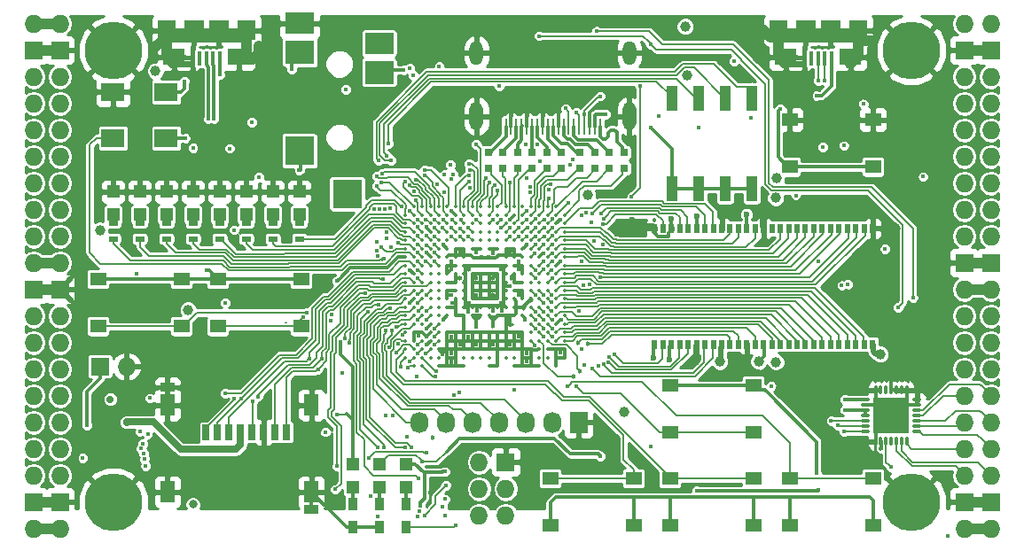
<source format=gtl>
G04 #@! TF.FileFunction,Copper,L1,Top,Signal*
%FSLAX46Y46*%
G04 Gerber Fmt 4.6, Leading zero omitted, Abs format (unit mm)*
G04 Created by KiCad (PCBNEW 4.0.7+dfsg1-1) date Thu Feb 22 21:10:54 2018*
%MOMM*%
%LPD*%
G01*
G04 APERTURE LIST*
%ADD10C,0.100000*%
%ADD11O,1.727200X1.727200*%
%ADD12R,1.727200X1.727200*%
%ADD13C,5.500000*%
%ADD14R,0.900000X1.200000*%
%ADD15R,2.100000X1.600000*%
%ADD16R,1.900000X1.900000*%
%ADD17R,0.400000X1.350000*%
%ADD18R,1.800000X1.900000*%
%ADD19O,0.850000X0.300000*%
%ADD20O,0.300000X0.850000*%
%ADD21R,1.675000X1.675000*%
%ADD22R,1.727200X2.032000*%
%ADD23O,1.727200X2.032000*%
%ADD24R,1.550000X1.300000*%
%ADD25R,1.120000X2.440000*%
%ADD26C,0.350000*%
%ADD27R,1.200000X1.200000*%
%ADD28R,2.800000X2.000000*%
%ADD29R,2.800000X2.200000*%
%ADD30R,2.800000X2.800000*%
%ADD31O,1.300000X2.700000*%
%ADD32O,1.300000X2.300000*%
%ADD33R,0.250000X1.600000*%
%ADD34R,0.700000X1.500000*%
%ADD35R,1.450000X0.900000*%
%ADD36R,1.450000X2.000000*%
%ADD37R,2.200000X1.800000*%
%ADD38R,0.560000X0.900000*%
%ADD39R,0.900000X0.500000*%
%ADD40R,0.750000X0.800000*%
%ADD41C,0.400000*%
%ADD42C,1.000000*%
%ADD43C,0.600000*%
%ADD44C,0.454000*%
%ADD45C,0.800000*%
%ADD46C,0.700000*%
%ADD47C,0.300000*%
%ADD48C,0.190000*%
%ADD49C,1.000000*%
%ADD50C,0.500000*%
%ADD51C,0.600000*%
%ADD52C,0.200000*%
%ADD53C,0.700000*%
%ADD54C,0.127000*%
%ADD55C,0.254000*%
G04 APERTURE END LIST*
D10*
D11*
X97910000Y-62690000D03*
X95370000Y-62690000D03*
D12*
X97910000Y-65230000D03*
X95370000Y-65230000D03*
D11*
X97910000Y-67770000D03*
X95370000Y-67770000D03*
X97910000Y-70310000D03*
X95370000Y-70310000D03*
X97910000Y-72850000D03*
X95370000Y-72850000D03*
X97910000Y-75390000D03*
X95370000Y-75390000D03*
X97910000Y-77930000D03*
X95370000Y-77930000D03*
X97910000Y-80470000D03*
X95370000Y-80470000D03*
X97910000Y-83010000D03*
X95370000Y-83010000D03*
X97910000Y-85550000D03*
X95370000Y-85550000D03*
D12*
X97910000Y-88090000D03*
X95370000Y-88090000D03*
D11*
X97910000Y-90630000D03*
X95370000Y-90630000D03*
X97910000Y-93170000D03*
X95370000Y-93170000D03*
X97910000Y-95710000D03*
X95370000Y-95710000D03*
X97910000Y-98250000D03*
X95370000Y-98250000D03*
X97910000Y-100790000D03*
X95370000Y-100790000D03*
X97910000Y-103330000D03*
X95370000Y-103330000D03*
X97910000Y-105870000D03*
X95370000Y-105870000D03*
D12*
X97910000Y-108410000D03*
X95370000Y-108410000D03*
D11*
X97910000Y-110950000D03*
X95370000Y-110950000D03*
X184270000Y-110950000D03*
X186810000Y-110950000D03*
D12*
X184270000Y-108410000D03*
X186810000Y-108410000D03*
D11*
X184270000Y-105870000D03*
X186810000Y-105870000D03*
X184270000Y-103330000D03*
X186810000Y-103330000D03*
X184270000Y-100790000D03*
X186810000Y-100790000D03*
X184270000Y-98250000D03*
X186810000Y-98250000D03*
X184270000Y-95710000D03*
X186810000Y-95710000D03*
X184270000Y-93170000D03*
X186810000Y-93170000D03*
X184270000Y-90630000D03*
X186810000Y-90630000D03*
X184270000Y-88090000D03*
X186810000Y-88090000D03*
D12*
X184270000Y-85550000D03*
X186810000Y-85550000D03*
D11*
X184270000Y-83010000D03*
X186810000Y-83010000D03*
X184270000Y-80470000D03*
X186810000Y-80470000D03*
X184270000Y-77930000D03*
X186810000Y-77930000D03*
X184270000Y-75390000D03*
X186810000Y-75390000D03*
X184270000Y-72850000D03*
X186810000Y-72850000D03*
X184270000Y-70310000D03*
X186810000Y-70310000D03*
X184270000Y-67770000D03*
X186810000Y-67770000D03*
D12*
X184270000Y-65230000D03*
X186810000Y-65230000D03*
D11*
X184270000Y-62690000D03*
X186810000Y-62690000D03*
D13*
X102990000Y-108410000D03*
X179190000Y-108410000D03*
X179190000Y-65230000D03*
X102990000Y-65230000D03*
D12*
X101720000Y-95456000D03*
D11*
X104260000Y-95456000D03*
D14*
X128390000Y-108580000D03*
X128390000Y-110780000D03*
X130930000Y-110780000D03*
X130930000Y-108580000D03*
D15*
X114980000Y-65875000D03*
X108780000Y-65875000D03*
D16*
X113080000Y-63325000D03*
X110680000Y-63325000D03*
D17*
X113180000Y-66000000D03*
X112530000Y-66000000D03*
X111880000Y-66000000D03*
X111230000Y-66000000D03*
X110580000Y-66000000D03*
D18*
X115680000Y-63325000D03*
X108080000Y-63325000D03*
D15*
X173400000Y-65875000D03*
X167200000Y-65875000D03*
D16*
X171500000Y-63325000D03*
X169100000Y-63325000D03*
D17*
X171600000Y-66000000D03*
X170950000Y-66000000D03*
X170300000Y-66000000D03*
X169650000Y-66000000D03*
X169000000Y-66000000D03*
D18*
X174100000Y-63325000D03*
X166500000Y-63325000D03*
D12*
X140455000Y-104600000D03*
D11*
X137915000Y-104600000D03*
X140455000Y-107140000D03*
X137915000Y-107140000D03*
X140455000Y-109680000D03*
X137915000Y-109680000D03*
D19*
X179735000Y-101655000D03*
X179735000Y-101155000D03*
X179735000Y-100655000D03*
X179735000Y-100155000D03*
X179735000Y-99655000D03*
X179735000Y-99155000D03*
X179735000Y-98655000D03*
D20*
X178785000Y-97705000D03*
X178285000Y-97705000D03*
X177785000Y-97705000D03*
X177285000Y-97705000D03*
X176785000Y-97705000D03*
X176285000Y-97705000D03*
X175785000Y-97705000D03*
D19*
X174835000Y-98655000D03*
X174835000Y-99155000D03*
X174835000Y-99655000D03*
X174835000Y-100155000D03*
X174835000Y-100655000D03*
X174835000Y-101155000D03*
X174835000Y-101655000D03*
D20*
X175785000Y-102605000D03*
X176285000Y-102605000D03*
X176785000Y-102605000D03*
X177285000Y-102605000D03*
X177785000Y-102605000D03*
X178285000Y-102605000D03*
X178785000Y-102605000D03*
D21*
X176447500Y-99317500D03*
X176447500Y-100992500D03*
X178122500Y-99317500D03*
X178122500Y-100992500D03*
D22*
X147440000Y-100790000D03*
D23*
X144900000Y-100790000D03*
X142360000Y-100790000D03*
X139820000Y-100790000D03*
X137280000Y-100790000D03*
X134740000Y-100790000D03*
X132200000Y-100790000D03*
D24*
X175550000Y-71870000D03*
X175550000Y-76370000D03*
X167590000Y-76370000D03*
X167590000Y-71870000D03*
X101550000Y-91610000D03*
X101550000Y-87110000D03*
X109510000Y-87110000D03*
X109510000Y-91610000D03*
X112980000Y-91610000D03*
X112980000Y-87110000D03*
X120940000Y-87110000D03*
X120940000Y-91610000D03*
X156160000Y-101770000D03*
X156160000Y-97270000D03*
X164120000Y-97270000D03*
X164120000Y-101770000D03*
X164120000Y-106160000D03*
X164120000Y-110660000D03*
X156160000Y-110660000D03*
X156160000Y-106160000D03*
X152690000Y-106160000D03*
X152690000Y-110660000D03*
X144730000Y-110660000D03*
X144730000Y-106160000D03*
X175550000Y-106160000D03*
X175550000Y-110660000D03*
X167590000Y-110660000D03*
X167590000Y-106160000D03*
D25*
X156330000Y-78425000D03*
X163950000Y-69815000D03*
X158870000Y-78425000D03*
X161410000Y-69815000D03*
X161410000Y-78425000D03*
X158870000Y-69815000D03*
X163950000Y-78425000D03*
X156330000Y-69815000D03*
D26*
X131680000Y-80200000D03*
X132480000Y-80200000D03*
X133280000Y-80200000D03*
X134080000Y-80200000D03*
X134880000Y-80200000D03*
X135680000Y-80200000D03*
X136480000Y-80200000D03*
X137280000Y-80200000D03*
X138080000Y-80200000D03*
X138880000Y-80200000D03*
X139680000Y-80200000D03*
X140480000Y-80200000D03*
X141280000Y-80200000D03*
X142080000Y-80200000D03*
X142880000Y-80200000D03*
X143680000Y-80200000D03*
X144480000Y-80200000D03*
X145280000Y-80200000D03*
X130880000Y-81000000D03*
X131680000Y-81000000D03*
X132480000Y-81000000D03*
X133280000Y-81000000D03*
X134080000Y-81000000D03*
X134880000Y-81000000D03*
X135680000Y-81000000D03*
X136480000Y-81000000D03*
X137280000Y-81000000D03*
X138080000Y-81000000D03*
X138880000Y-81000000D03*
X139680000Y-81000000D03*
X140480000Y-81000000D03*
X141280000Y-81000000D03*
X142080000Y-81000000D03*
X142880000Y-81000000D03*
X143680000Y-81000000D03*
X144480000Y-81000000D03*
X145280000Y-81000000D03*
X146080000Y-81000000D03*
X130880000Y-81800000D03*
X131680000Y-81800000D03*
X132480000Y-81800000D03*
X133280000Y-81800000D03*
X134080000Y-81800000D03*
X134880000Y-81800000D03*
X135680000Y-81800000D03*
X136480000Y-81800000D03*
X137280000Y-81800000D03*
X138080000Y-81800000D03*
X138880000Y-81800000D03*
X139680000Y-81800000D03*
X140480000Y-81800000D03*
X141280000Y-81800000D03*
X142080000Y-81800000D03*
X142880000Y-81800000D03*
X143680000Y-81800000D03*
X144480000Y-81800000D03*
X145280000Y-81800000D03*
X146080000Y-81800000D03*
X130880000Y-82600000D03*
X131680000Y-82600000D03*
X132480000Y-82600000D03*
X133280000Y-82600000D03*
X134080000Y-82600000D03*
X134880000Y-82600000D03*
X135680000Y-82600000D03*
X136480000Y-82600000D03*
X137280000Y-82600000D03*
X138080000Y-82600000D03*
X138880000Y-82600000D03*
X139680000Y-82600000D03*
X140480000Y-82600000D03*
X141280000Y-82600000D03*
X142080000Y-82600000D03*
X142880000Y-82600000D03*
X143680000Y-82600000D03*
X144480000Y-82600000D03*
X145280000Y-82600000D03*
X146080000Y-82600000D03*
X130880000Y-83400000D03*
X131680000Y-83400000D03*
X132480000Y-83400000D03*
X133280000Y-83400000D03*
X134080000Y-83400000D03*
X134880000Y-83400000D03*
X135680000Y-83400000D03*
X136480000Y-83400000D03*
X137280000Y-83400000D03*
X138080000Y-83400000D03*
X138880000Y-83400000D03*
X139680000Y-83400000D03*
X140480000Y-83400000D03*
X141280000Y-83400000D03*
X142080000Y-83400000D03*
X142880000Y-83400000D03*
X143680000Y-83400000D03*
X144480000Y-83400000D03*
X145280000Y-83400000D03*
X146080000Y-83400000D03*
X130880000Y-84200000D03*
X131680000Y-84200000D03*
X132480000Y-84200000D03*
X133280000Y-84200000D03*
X134080000Y-84200000D03*
X134880000Y-84200000D03*
X135680000Y-84200000D03*
X136480000Y-84200000D03*
X137280000Y-84200000D03*
X138080000Y-84200000D03*
X138880000Y-84200000D03*
X139680000Y-84200000D03*
X140480000Y-84200000D03*
X141280000Y-84200000D03*
X142080000Y-84200000D03*
X142880000Y-84200000D03*
X143680000Y-84200000D03*
X144480000Y-84200000D03*
X145280000Y-84200000D03*
X146080000Y-84200000D03*
X130880000Y-85000000D03*
X131680000Y-85000000D03*
X132480000Y-85000000D03*
X133280000Y-85000000D03*
X134080000Y-85000000D03*
X134880000Y-85000000D03*
X135680000Y-85000000D03*
X136480000Y-85000000D03*
X137280000Y-85000000D03*
X138080000Y-85000000D03*
X138880000Y-85000000D03*
X139680000Y-85000000D03*
X140480000Y-85000000D03*
X141280000Y-85000000D03*
X142080000Y-85000000D03*
X142880000Y-85000000D03*
X143680000Y-85000000D03*
X144480000Y-85000000D03*
X145280000Y-85000000D03*
X146080000Y-85000000D03*
X130880000Y-85800000D03*
X131680000Y-85800000D03*
X132480000Y-85800000D03*
X133280000Y-85800000D03*
X134080000Y-85800000D03*
X134880000Y-85800000D03*
X135680000Y-85800000D03*
X136480000Y-85800000D03*
X137280000Y-85800000D03*
X138080000Y-85800000D03*
X138880000Y-85800000D03*
X139680000Y-85800000D03*
X140480000Y-85800000D03*
X141280000Y-85800000D03*
X142080000Y-85800000D03*
X142880000Y-85800000D03*
X143680000Y-85800000D03*
X144480000Y-85800000D03*
X145280000Y-85800000D03*
X146080000Y-85800000D03*
X130880000Y-86600000D03*
X131680000Y-86600000D03*
X132480000Y-86600000D03*
X133280000Y-86600000D03*
X134080000Y-86600000D03*
X134880000Y-86600000D03*
X135680000Y-86600000D03*
X136480000Y-86600000D03*
X137280000Y-86600000D03*
X138080000Y-86600000D03*
X138880000Y-86600000D03*
X139680000Y-86600000D03*
X140480000Y-86600000D03*
X141280000Y-86600000D03*
X142080000Y-86600000D03*
X142880000Y-86600000D03*
X143680000Y-86600000D03*
X144480000Y-86600000D03*
X145280000Y-86600000D03*
X146080000Y-86600000D03*
X130880000Y-87400000D03*
X131680000Y-87400000D03*
X132480000Y-87400000D03*
X133280000Y-87400000D03*
X134080000Y-87400000D03*
X134880000Y-87400000D03*
X135680000Y-87400000D03*
X136480000Y-87400000D03*
X137280000Y-87400000D03*
X138080000Y-87400000D03*
X138880000Y-87400000D03*
X139680000Y-87400000D03*
X140480000Y-87400000D03*
X141280000Y-87400000D03*
X142080000Y-87400000D03*
X142880000Y-87400000D03*
X143680000Y-87400000D03*
X144480000Y-87400000D03*
X145280000Y-87400000D03*
X146080000Y-87400000D03*
X130880000Y-88200000D03*
X131680000Y-88200000D03*
X132480000Y-88200000D03*
X133280000Y-88200000D03*
X134080000Y-88200000D03*
X134880000Y-88200000D03*
X135680000Y-88200000D03*
X136480000Y-88200000D03*
X137280000Y-88200000D03*
X138080000Y-88200000D03*
X138880000Y-88200000D03*
X139680000Y-88200000D03*
X140480000Y-88200000D03*
X141280000Y-88200000D03*
X142080000Y-88200000D03*
X142880000Y-88200000D03*
X143680000Y-88200000D03*
X144480000Y-88200000D03*
X145280000Y-88200000D03*
X146080000Y-88200000D03*
X130880000Y-89000000D03*
X131680000Y-89000000D03*
X132480000Y-89000000D03*
X133280000Y-89000000D03*
X134080000Y-89000000D03*
X134880000Y-89000000D03*
X135680000Y-89000000D03*
X136480000Y-89000000D03*
X137280000Y-89000000D03*
X138080000Y-89000000D03*
X138880000Y-89000000D03*
X139680000Y-89000000D03*
X140480000Y-89000000D03*
X141280000Y-89000000D03*
X142080000Y-89000000D03*
X142880000Y-89000000D03*
X143680000Y-89000000D03*
X144480000Y-89000000D03*
X145280000Y-89000000D03*
X146080000Y-89000000D03*
X130880000Y-89800000D03*
X131680000Y-89800000D03*
X132480000Y-89800000D03*
X133280000Y-89800000D03*
X134080000Y-89800000D03*
X134880000Y-89800000D03*
X135680000Y-89800000D03*
X136480000Y-89800000D03*
X137280000Y-89800000D03*
X138080000Y-89800000D03*
X138880000Y-89800000D03*
X139680000Y-89800000D03*
X140480000Y-89800000D03*
X141280000Y-89800000D03*
X142080000Y-89800000D03*
X142880000Y-89800000D03*
X143680000Y-89800000D03*
X144480000Y-89800000D03*
X145280000Y-89800000D03*
X146080000Y-89800000D03*
X130880000Y-90600000D03*
X131680000Y-90600000D03*
X132480000Y-90600000D03*
X133280000Y-90600000D03*
X134080000Y-90600000D03*
X134880000Y-90600000D03*
X135680000Y-90600000D03*
X136480000Y-90600000D03*
X137280000Y-90600000D03*
X138080000Y-90600000D03*
X138880000Y-90600000D03*
X139680000Y-90600000D03*
X140480000Y-90600000D03*
X141280000Y-90600000D03*
X142080000Y-90600000D03*
X142880000Y-90600000D03*
X143680000Y-90600000D03*
X144480000Y-90600000D03*
X145280000Y-90600000D03*
X146080000Y-90600000D03*
X130880000Y-91400000D03*
X131680000Y-91400000D03*
X132480000Y-91400000D03*
X133280000Y-91400000D03*
X134080000Y-91400000D03*
X142880000Y-91400000D03*
X143680000Y-91400000D03*
X144480000Y-91400000D03*
X145280000Y-91400000D03*
X146080000Y-91400000D03*
X130880000Y-92200000D03*
X131680000Y-92200000D03*
X132480000Y-92200000D03*
X133280000Y-92200000D03*
X134080000Y-92200000D03*
X134880000Y-92200000D03*
X135680000Y-92200000D03*
X136480000Y-92200000D03*
X137280000Y-92200000D03*
X138080000Y-92200000D03*
X138880000Y-92200000D03*
X139680000Y-92200000D03*
X140480000Y-92200000D03*
X141280000Y-92200000D03*
X142080000Y-92200000D03*
X142880000Y-92200000D03*
X143680000Y-92200000D03*
X144480000Y-92200000D03*
X145280000Y-92200000D03*
X146080000Y-92200000D03*
X130880000Y-93000000D03*
X131680000Y-93000000D03*
X132480000Y-93000000D03*
X133280000Y-93000000D03*
X134080000Y-93000000D03*
X134880000Y-93000000D03*
X135680000Y-93000000D03*
X136480000Y-93000000D03*
X137280000Y-93000000D03*
X138080000Y-93000000D03*
X138880000Y-93000000D03*
X139680000Y-93000000D03*
X140480000Y-93000000D03*
X141280000Y-93000000D03*
X142080000Y-93000000D03*
X142880000Y-93000000D03*
X143680000Y-93000000D03*
X144480000Y-93000000D03*
X145280000Y-93000000D03*
X146080000Y-93000000D03*
X130880000Y-93800000D03*
X131680000Y-93800000D03*
X132480000Y-93800000D03*
X133280000Y-93800000D03*
X134080000Y-93800000D03*
X134880000Y-93800000D03*
X135680000Y-93800000D03*
X136480000Y-93800000D03*
X137280000Y-93800000D03*
X138080000Y-93800000D03*
X138880000Y-93800000D03*
X139680000Y-93800000D03*
X140480000Y-93800000D03*
X141280000Y-93800000D03*
X142080000Y-93800000D03*
X142880000Y-93800000D03*
X143680000Y-93800000D03*
X144480000Y-93800000D03*
X145280000Y-93800000D03*
X146080000Y-93800000D03*
X130880000Y-94600000D03*
X131680000Y-94600000D03*
X132480000Y-94600000D03*
X133280000Y-94600000D03*
X134080000Y-94600000D03*
X134880000Y-94600000D03*
X135680000Y-94600000D03*
X136480000Y-94600000D03*
X137280000Y-94600000D03*
X138080000Y-94600000D03*
X138880000Y-94600000D03*
X139680000Y-94600000D03*
X140480000Y-94600000D03*
X141280000Y-94600000D03*
X142080000Y-94600000D03*
X142880000Y-94600000D03*
X143680000Y-94600000D03*
X144480000Y-94600000D03*
X145280000Y-94600000D03*
X146080000Y-94600000D03*
X131680000Y-95400000D03*
X132480000Y-95400000D03*
X134080000Y-95400000D03*
X134880000Y-95400000D03*
X135680000Y-95400000D03*
X136480000Y-95400000D03*
X138880000Y-95400000D03*
X139680000Y-95400000D03*
X141280000Y-95400000D03*
X142080000Y-95400000D03*
X142880000Y-95400000D03*
X143680000Y-95400000D03*
X145280000Y-95400000D03*
D27*
X125850000Y-104770000D03*
X125850000Y-106970000D03*
D14*
X125850000Y-108580000D03*
X125850000Y-110780000D03*
D27*
X128390000Y-104770000D03*
X128390000Y-106970000D03*
X120770000Y-80935000D03*
X120770000Y-78735000D03*
X118230000Y-80935000D03*
X118230000Y-78735000D03*
X115690000Y-80935000D03*
X115690000Y-78735000D03*
X113150000Y-80935000D03*
X113150000Y-78735000D03*
X110610000Y-80935000D03*
X110610000Y-78735000D03*
X108070000Y-80935000D03*
X108070000Y-78735000D03*
X105530000Y-80935000D03*
X105530000Y-78735000D03*
X102990000Y-80935000D03*
X102990000Y-78735000D03*
X130930000Y-104770000D03*
X130930000Y-106970000D03*
D28*
X120780000Y-62648000D03*
D29*
X120780000Y-65448000D03*
D30*
X120780000Y-74848000D03*
X125330000Y-78948000D03*
D29*
X128380000Y-67348000D03*
D28*
X128380000Y-64548000D03*
D31*
X152280000Y-71550000D03*
X137680000Y-71550000D03*
D32*
X137680000Y-65500000D03*
D33*
X140480000Y-72500000D03*
X140980000Y-72500000D03*
X141480000Y-72500000D03*
X141980000Y-72500000D03*
X142480000Y-72500000D03*
X142980000Y-72500000D03*
X143480000Y-72500000D03*
X143980000Y-72500000D03*
X144480000Y-72500000D03*
X144980000Y-72500000D03*
X145480000Y-72500000D03*
X145980000Y-72500000D03*
X146480000Y-72500000D03*
X146980000Y-72500000D03*
X147480000Y-72500000D03*
X147980000Y-72500000D03*
X148480000Y-72500000D03*
X148980000Y-72500000D03*
X149480000Y-72500000D03*
D32*
X152280000Y-65500000D03*
D34*
X111850000Y-101750000D03*
X112950000Y-101750000D03*
X114050000Y-101750000D03*
X115150000Y-101750000D03*
X116250000Y-101750000D03*
X117350000Y-101750000D03*
X118450000Y-101750000D03*
X119550000Y-101750000D03*
D35*
X108175000Y-97450000D03*
X121925000Y-109150000D03*
D36*
X121925000Y-99150000D03*
X108175000Y-99150000D03*
X108175000Y-107450000D03*
X121925000Y-107450000D03*
D37*
X108040000Y-69220000D03*
X102960000Y-69220000D03*
X102960000Y-73620000D03*
X108040000Y-73620000D03*
D38*
X175493000Y-82270000D03*
X154693000Y-93330000D03*
X155493000Y-93330000D03*
X156293000Y-93330000D03*
X157093000Y-93330000D03*
X157893000Y-93330000D03*
X158693000Y-93330000D03*
X159493000Y-93330000D03*
X160293000Y-93330000D03*
X161093000Y-93330000D03*
X161893000Y-93330000D03*
X162693000Y-93330000D03*
X163493000Y-93330000D03*
X164293000Y-93330000D03*
X165093000Y-93330000D03*
X165893000Y-93330000D03*
X166693000Y-93330000D03*
X167493000Y-93330000D03*
X168293000Y-93330000D03*
X169093000Y-93330000D03*
X169893000Y-93330000D03*
X170693000Y-93330000D03*
X171493000Y-93330000D03*
X172293000Y-93330000D03*
X173093000Y-93330000D03*
X173893000Y-93330000D03*
X174693000Y-93330000D03*
X175493000Y-93330000D03*
X174693000Y-82270000D03*
X173893000Y-82270000D03*
X173093000Y-82270000D03*
X172293000Y-82270000D03*
X171493000Y-82270000D03*
X170693000Y-82270000D03*
X169893000Y-82270000D03*
X169093000Y-82270000D03*
X168293000Y-82270000D03*
X167493000Y-82270000D03*
X166693000Y-82270000D03*
X165893000Y-82270000D03*
X165093000Y-82270000D03*
X164293000Y-82270000D03*
X163493000Y-82270000D03*
X162693000Y-82270000D03*
X161893000Y-82270000D03*
X161093000Y-82270000D03*
X160293000Y-82270000D03*
X159493000Y-82270000D03*
X158693000Y-82270000D03*
X157893000Y-82270000D03*
X157093000Y-82270000D03*
X156293000Y-82270000D03*
X155493000Y-82270000D03*
X154693000Y-82270000D03*
D39*
X120770000Y-83252000D03*
X120770000Y-81752000D03*
X118230000Y-83252000D03*
X118230000Y-81752000D03*
X115690000Y-83252000D03*
X115690000Y-81752000D03*
X113150000Y-83252000D03*
X113150000Y-81752000D03*
X110610000Y-83252000D03*
X110610000Y-81752000D03*
X108070000Y-83252000D03*
X108070000Y-81752000D03*
X105530000Y-83252000D03*
X105530000Y-81752000D03*
X102990000Y-83252000D03*
X102990000Y-81752000D03*
D40*
X150361000Y-75021000D03*
X150361000Y-76521000D03*
X151758000Y-75021000D03*
X151758000Y-76521000D03*
X140201000Y-75021000D03*
X140201000Y-76521000D03*
X142995000Y-75021000D03*
X142995000Y-76521000D03*
X145789000Y-75021000D03*
X145789000Y-76521000D03*
X148964000Y-75021000D03*
X148964000Y-76521000D03*
X138804000Y-75021000D03*
X138804000Y-76521000D03*
X141598000Y-75021000D03*
X141598000Y-76521000D03*
X144392000Y-75021000D03*
X144392000Y-76521000D03*
X147567000Y-75009000D03*
X147567000Y-76509000D03*
D41*
X173856000Y-71538990D03*
D42*
X164947008Y-63194069D03*
X175494572Y-64322557D03*
D41*
X135342764Y-89381630D03*
X144103496Y-84660400D03*
D42*
X177658444Y-82281349D03*
D41*
X145680000Y-81405125D03*
X145691238Y-94166752D03*
X145759873Y-91010176D03*
D43*
X152525938Y-81463870D03*
D42*
X162956098Y-95078488D03*
X158539988Y-94868772D03*
D43*
X161075765Y-80992022D03*
X164882869Y-80938986D03*
X156262773Y-81349374D03*
X123437000Y-108972000D03*
D41*
X132871770Y-84533979D03*
X132862998Y-82124544D03*
X131278306Y-86213101D03*
X135281276Y-80583119D03*
X131279502Y-89407325D03*
X170309539Y-85441529D03*
X145672808Y-85396062D03*
X133216000Y-107465000D03*
X137680000Y-88600000D03*
X142480000Y-95000000D03*
X141680000Y-92600000D03*
X140836000Y-84534000D03*
X135284627Y-94985297D03*
X135288625Y-94225619D03*
X134455822Y-94267172D03*
X136095958Y-93369652D03*
D44*
X139264636Y-91615205D03*
D42*
X116880503Y-64802940D03*
X106974809Y-64953974D03*
D41*
X177285000Y-95710000D03*
X140880000Y-81400000D03*
X140874194Y-91433353D03*
X142480000Y-94200000D03*
X140880000Y-93400000D03*
X139280000Y-93400000D03*
X137680000Y-93400000D03*
X136880000Y-92600000D03*
X135280000Y-92600000D03*
X132880000Y-91800000D03*
X132880000Y-93400000D03*
D44*
X141042859Y-86994997D03*
X139280000Y-87000000D03*
X136110990Y-86995403D03*
X137680000Y-87000000D03*
X136080000Y-84600000D03*
X139280000Y-88600000D03*
D42*
X157807568Y-67669269D03*
X101707889Y-82423180D03*
X107021491Y-67228122D03*
X166284693Y-95025145D03*
X166248957Y-79348409D03*
X166343357Y-77477990D03*
D41*
X172564535Y-87722010D03*
X150030853Y-71331848D03*
D42*
X157600000Y-62944000D03*
X148268387Y-79050018D03*
D41*
X134124945Y-66775980D03*
X139864366Y-68665673D03*
X137659051Y-91638034D03*
X135273306Y-88618602D03*
X135280000Y-86200000D03*
X135280000Y-85440000D03*
X158870000Y-72596000D03*
X114513935Y-82409431D03*
X116912932Y-77355158D03*
X109760378Y-68177900D03*
X109840000Y-73620000D03*
X132110753Y-92527478D03*
X113658000Y-89360000D03*
X165803369Y-97344883D03*
D42*
X160905403Y-95006436D03*
D43*
X158731133Y-81048929D03*
X154593901Y-94607945D03*
X156088245Y-94762980D03*
D42*
X164625730Y-94982471D03*
D43*
X163462982Y-80942429D03*
D42*
X176254940Y-94288458D03*
D45*
X110593913Y-108636458D03*
D41*
X180340784Y-77316932D03*
X173137949Y-87594275D03*
D46*
X102710050Y-98594954D03*
D41*
X129005202Y-100174798D03*
X172834633Y-99599920D03*
X172879922Y-98618650D03*
X176305593Y-103279812D03*
X100080000Y-104200000D03*
X139272517Y-84611349D03*
X137680556Y-84534085D03*
X141680000Y-86200000D03*
X132880000Y-92600000D03*
X141680000Y-88600000D03*
X141680000Y-85400000D03*
X129983242Y-91668979D03*
X121431221Y-90311593D03*
X121088335Y-90753785D03*
X130583026Y-92475628D03*
X146394787Y-97333919D03*
X143300000Y-86220000D03*
X147175985Y-97333919D03*
X147700000Y-93820000D03*
X144900000Y-91820000D03*
X142277990Y-91000000D03*
D42*
X110128890Y-90028152D03*
D41*
X142480000Y-83800000D03*
X134480000Y-83800000D03*
X134480000Y-91000000D03*
X125193541Y-68962993D03*
X155115280Y-71563465D03*
X105245010Y-86595559D03*
X170182962Y-69571012D03*
X170362901Y-107286196D03*
X158716651Y-107325176D03*
X136028224Y-97922729D03*
X128216338Y-109760338D03*
X132708000Y-109680000D03*
X134750646Y-106810513D03*
X133680000Y-91800000D03*
X135517016Y-98167170D03*
X134675868Y-108131585D03*
D44*
X133449289Y-102232615D03*
D41*
X133680000Y-92600000D03*
X132936956Y-103711000D03*
X127385678Y-104203668D03*
X133685482Y-93402296D03*
X134463998Y-108841973D03*
X131986331Y-96404793D03*
X131039072Y-102187000D03*
X134636872Y-109719950D03*
X132846234Y-94197073D03*
X176700000Y-84220000D03*
X143260000Y-84620000D03*
X120739932Y-76694083D03*
X130704878Y-67105564D03*
X147983153Y-71347080D03*
X149475951Y-69619684D03*
X147186000Y-71200000D03*
X121687479Y-94718249D03*
X128776655Y-87127857D03*
X132083026Y-86260405D03*
X113700000Y-98020000D03*
X116325960Y-98790853D03*
X122932649Y-94724357D03*
X124849021Y-96102869D03*
X122527919Y-95725900D03*
X116198000Y-72088000D03*
X127586603Y-107875044D03*
X113157250Y-67567056D03*
X146180000Y-70800000D03*
X131453853Y-103208291D03*
X149771692Y-81825658D03*
X144080000Y-86200000D03*
X149533922Y-86909940D03*
X144894316Y-86977564D03*
X144896700Y-83835368D03*
X149549750Y-80868432D03*
D44*
X147343891Y-93217126D03*
D41*
X144113248Y-92588762D03*
X144875155Y-86292748D03*
X149846468Y-81303978D03*
X148696112Y-80861847D03*
X144916886Y-82991356D03*
D44*
X148349010Y-93322307D03*
D41*
X144882352Y-92577990D03*
X144902941Y-90956495D03*
X148747982Y-95669626D03*
X144867244Y-90112484D03*
X149795895Y-95251084D03*
X144855814Y-89268481D03*
X150278898Y-95040253D03*
X150345974Y-94517527D03*
X144877648Y-88622010D03*
X150889207Y-94332565D03*
X143280000Y-87000000D03*
X130211351Y-93284273D03*
X131084713Y-95564177D03*
X130422000Y-95456000D03*
X131316164Y-94959140D03*
X130053332Y-94113207D03*
X132031990Y-93400000D03*
X129371747Y-93601166D03*
X141280657Y-97642010D03*
X133852393Y-95875797D03*
X133762848Y-96395146D03*
X132080000Y-94200000D03*
X128622659Y-84064643D03*
X105895603Y-103765816D03*
X130839477Y-103208987D03*
X129449238Y-89873934D03*
X132075624Y-89410644D03*
X128806823Y-103185900D03*
X128312094Y-89556924D03*
X132162861Y-106185868D03*
X132880000Y-88600000D03*
X127040053Y-88426410D03*
X124322162Y-105002357D03*
X132080000Y-87000000D03*
X125525099Y-93236764D03*
X124202418Y-107207639D03*
X110599084Y-74589383D03*
X132024412Y-109766775D03*
X114104080Y-74612196D03*
X132219727Y-109277292D03*
X115190634Y-98572389D03*
X131847310Y-79589886D03*
X132080000Y-81400000D03*
X132080007Y-82103333D03*
X132872609Y-82968555D03*
X133627359Y-81414685D03*
X133648389Y-82190597D03*
X131923295Y-77584853D03*
X130856828Y-77786820D03*
X129555604Y-91985990D03*
X132880000Y-91000000D03*
X129028593Y-91985999D03*
X132077338Y-91002010D03*
X131275302Y-80595752D03*
X130489904Y-80167235D03*
X128823114Y-85153560D03*
X132072985Y-85377990D03*
X133876016Y-78047133D03*
X134433979Y-82180155D03*
X163908850Y-71651861D03*
X135656559Y-110610712D03*
X149495225Y-104009099D03*
X132468001Y-104503413D03*
D46*
X104260000Y-100790000D03*
D41*
X114560994Y-98539563D03*
X116800000Y-98320000D03*
X111895217Y-86253790D03*
X165170594Y-97666317D03*
X170157734Y-105666345D03*
X169506589Y-107953726D03*
X142571021Y-82204353D03*
X143287402Y-83042010D03*
X170735900Y-74464979D03*
X154317617Y-103095729D03*
X168166438Y-79108038D03*
X112614274Y-71803529D03*
X112074854Y-71810535D03*
X143269694Y-93414905D03*
X177274002Y-105079115D03*
X172761273Y-101651681D03*
X143280000Y-91800000D03*
X172193360Y-101105663D03*
X144064831Y-91877646D03*
X144080000Y-90956495D03*
X171540304Y-100645743D03*
X135277990Y-82193851D03*
X129493343Y-75737814D03*
X136124555Y-82260038D03*
X129125079Y-75315804D03*
X135175257Y-76183471D03*
X136080000Y-83000000D03*
X129252218Y-74142461D03*
X142452365Y-77452681D03*
X142460000Y-83020000D03*
X172746637Y-74347988D03*
X143280000Y-83800000D03*
X170300000Y-68151000D03*
X170950000Y-68125562D03*
X125110333Y-92787995D03*
X124361185Y-87274371D03*
X124361184Y-87274370D03*
X182675150Y-111637626D03*
X166678914Y-70803555D03*
X123273881Y-101715917D03*
X129660000Y-100155000D03*
X127308270Y-90221456D03*
X132084049Y-88558274D03*
X128280000Y-103200000D03*
X120008000Y-67008000D03*
X133680000Y-83000000D03*
X129457990Y-80285112D03*
X133680000Y-83800000D03*
X128943593Y-80399729D03*
X130204628Y-83599483D03*
X128416582Y-80399850D03*
X127889625Y-80407426D03*
X133680000Y-85400000D03*
X140896226Y-87816226D03*
X140038941Y-89350966D03*
X136944530Y-89373464D03*
D44*
X136938110Y-86196311D03*
D41*
X140014602Y-86192969D03*
X139285803Y-90177691D03*
X137689001Y-90122990D03*
D42*
X151758000Y-99774000D03*
D41*
X136885174Y-90194826D03*
X140094890Y-90122990D03*
X128333179Y-75769807D03*
X134613000Y-78819000D03*
X135280000Y-83022010D03*
X154298000Y-72596000D03*
X100450000Y-101044000D03*
X132285867Y-108754446D03*
X134707351Y-105508447D03*
X139280000Y-81400000D03*
X139655424Y-78608374D03*
X139379957Y-78147460D03*
X138920852Y-77888686D03*
X138601223Y-77469664D03*
X137620226Y-74221760D03*
X137680000Y-81400000D03*
X136970301Y-76084594D03*
X137008313Y-76692245D03*
X136991219Y-77219258D03*
X136991219Y-77746651D03*
X135473100Y-77078127D03*
X136160979Y-81416027D03*
X135235465Y-77548522D03*
X135316968Y-81442010D03*
X134629088Y-77130506D03*
X134471370Y-81406751D03*
D44*
X146942280Y-96452058D03*
X147534467Y-95913260D03*
D41*
X147928857Y-95339016D03*
X143322010Y-91000657D03*
X149284391Y-95377990D03*
X144077013Y-90266968D03*
X147430953Y-90112484D03*
X144076240Y-89395301D03*
X143322010Y-90201951D03*
X147910791Y-87683418D03*
X144082832Y-88584510D03*
X143322010Y-88595030D03*
X148483539Y-87608166D03*
X144102010Y-85397219D03*
X144889349Y-85448737D03*
X147687390Y-85374093D03*
X149732494Y-83807694D03*
X144912409Y-84635817D03*
X148921512Y-83442010D03*
X144103186Y-83777990D03*
X144131413Y-83000000D03*
X148610661Y-81705858D03*
X144888125Y-82147345D03*
X144176662Y-82199998D03*
X148175253Y-80781550D03*
X147688311Y-80983115D03*
X144880008Y-81303333D03*
X142773842Y-78808575D03*
X142460000Y-81420000D03*
X142766742Y-78281611D03*
X142460000Y-80620000D03*
X144568886Y-78517622D03*
X144175043Y-81398770D03*
X144786095Y-78037454D03*
X146587441Y-76174058D03*
X143332651Y-82197990D03*
X146901448Y-75654906D03*
X143331031Y-81377293D03*
X143708879Y-75817300D03*
X141727010Y-82998875D03*
X141727010Y-82194937D03*
X140028978Y-82200000D03*
X140857990Y-77894044D03*
X142390990Y-74236149D03*
X140861329Y-83041266D03*
X143457010Y-74219135D03*
X140872990Y-82177164D03*
X132761172Y-77202673D03*
X132737245Y-76676207D03*
X128644933Y-77050030D03*
X128152012Y-77257840D03*
X128125571Y-78233647D03*
X128590544Y-77894041D03*
X131253134Y-78134216D03*
X106477197Y-98487772D03*
X131709326Y-78745875D03*
X132783339Y-81400004D03*
X132079024Y-82984045D03*
X129109095Y-82655074D03*
X105572759Y-101661319D03*
X106276126Y-101893466D03*
X132880889Y-83897835D03*
X129054383Y-83179239D03*
X129487667Y-84079929D03*
X132083682Y-83828056D03*
X105813763Y-102819336D03*
X128165458Y-83509725D03*
X132062099Y-84533979D03*
X105627254Y-103312241D03*
X128182016Y-84353737D03*
X105992720Y-104283802D03*
X133671942Y-84595200D03*
X128207686Y-84880123D03*
X106088753Y-104974041D03*
X132834641Y-85377990D03*
X123714874Y-91057383D03*
X124326000Y-100028000D03*
X124681087Y-93093755D03*
X132900000Y-90180000D03*
X123846546Y-90451525D03*
X132100000Y-90157990D03*
X137020172Y-78350165D03*
X162271466Y-66284958D03*
X136900000Y-82220000D03*
X131329207Y-66928055D03*
X174611510Y-70367022D03*
X136900000Y-83020000D03*
X131644095Y-67620000D03*
X177926984Y-89812061D03*
X153297112Y-68665673D03*
X154329326Y-64643767D03*
X152497066Y-79193467D03*
X146481406Y-79819384D03*
X143650666Y-63862520D03*
X179351513Y-88868327D03*
X149134122Y-63424051D03*
X140035989Y-81400000D03*
X144568886Y-79361633D03*
D47*
X154680000Y-81486121D02*
X154657528Y-81463649D01*
D48*
X119425148Y-91210000D02*
X119484873Y-91269725D01*
D47*
X174055999Y-71738989D02*
X173856000Y-71538990D01*
X174187010Y-71870000D02*
X174055999Y-71738989D01*
X175550000Y-71870000D02*
X174187010Y-71870000D01*
D49*
X165447007Y-63694068D02*
X164947008Y-63194069D01*
X165712939Y-63960000D02*
X165447007Y-63694068D01*
X166500000Y-63960000D02*
X165712939Y-63960000D01*
X174787466Y-64322557D02*
X175494572Y-64322557D01*
X174462557Y-64322557D02*
X174787466Y-64322557D01*
X174100000Y-63960000D02*
X174462557Y-64322557D01*
D47*
X135661630Y-89381630D02*
X135625606Y-89381630D01*
X135625606Y-89381630D02*
X135342764Y-89381630D01*
X135680000Y-89400000D02*
X135661630Y-89381630D01*
X139505001Y-90774999D02*
X139680000Y-90600000D01*
X139054999Y-90774999D02*
X139505001Y-90774999D01*
X138880000Y-90600000D02*
X139054999Y-90774999D01*
X105530000Y-78735000D02*
X102990000Y-78735000D01*
X108070000Y-78735000D02*
X105530000Y-78735000D01*
X110610000Y-78735000D02*
X108070000Y-78735000D01*
X113150000Y-78735000D02*
X110610000Y-78735000D01*
X115690000Y-78735000D02*
X113150000Y-78735000D01*
X118230000Y-78735000D02*
X115690000Y-78735000D01*
X120770000Y-78735000D02*
X118230000Y-78735000D01*
X152525938Y-81463870D02*
X152982068Y-81920000D01*
X152982068Y-81920000D02*
X154589000Y-81920000D01*
X154589000Y-81920000D02*
X154589000Y-82564717D01*
X154589000Y-82564717D02*
X154935999Y-82911716D01*
X154935999Y-82911716D02*
X154935999Y-82941601D01*
X154935999Y-82941601D02*
X154991399Y-82997001D01*
X156050001Y-82941601D02*
X156050001Y-82696040D01*
X154991399Y-82997001D02*
X155994601Y-82997001D01*
X155994601Y-82997001D02*
X156050001Y-82941601D01*
X156050001Y-82696040D02*
X156205000Y-82541041D01*
X156205000Y-82541041D02*
X156205000Y-81920000D01*
X144019600Y-84660400D02*
X144103496Y-84660400D01*
X143680000Y-85000000D02*
X144019600Y-84660400D01*
X177252609Y-82281349D02*
X177658444Y-82281349D01*
X177241260Y-82270000D02*
X177252609Y-82281349D01*
X145280000Y-81800000D02*
X145674875Y-81405125D01*
X145674875Y-81405125D02*
X145680000Y-81405125D01*
X145691238Y-93811238D02*
X145691238Y-93883910D01*
X145680000Y-93800000D02*
X145691238Y-93811238D01*
X145691238Y-93883910D02*
X145691238Y-94166752D01*
X145280000Y-91400000D02*
X145669824Y-91010176D01*
X145669824Y-91010176D02*
X145759873Y-91010176D01*
X121925000Y-107450000D02*
X121925000Y-109150000D01*
X163456097Y-94578489D02*
X162956098Y-95078488D01*
X163480000Y-94554586D02*
X163456097Y-94578489D01*
X163480000Y-93330000D02*
X163480000Y-94554586D01*
X158539988Y-93470012D02*
X158539988Y-94161666D01*
X158680000Y-93330000D02*
X158539988Y-93470012D01*
X158539988Y-94161666D02*
X158539988Y-94868772D01*
X161075765Y-81416286D02*
X161075765Y-80992022D01*
X161075765Y-82265765D02*
X161075765Y-81416286D01*
X161080000Y-82270000D02*
X161075765Y-82265765D01*
X164882869Y-82072869D02*
X164882869Y-81363250D01*
X165080000Y-82270000D02*
X164882869Y-82072869D01*
X164882869Y-81363250D02*
X164882869Y-80938986D01*
X156280000Y-82270000D02*
X156280000Y-81366601D01*
X156280000Y-81366601D02*
X156262773Y-81349374D01*
D50*
X175480000Y-82270000D02*
X177241260Y-82270000D01*
D47*
X148480000Y-71200000D02*
X149230000Y-70450000D01*
X148480000Y-72500000D02*
X148480000Y-71200000D01*
X145480000Y-72500000D02*
X145480000Y-71200000D01*
X143980000Y-72500000D02*
X143980000Y-71200000D01*
X142480000Y-72500000D02*
X142480000Y-71450000D01*
X142480000Y-71200000D02*
X142480000Y-71450000D01*
X140980000Y-72500000D02*
X140980000Y-71200000D01*
X134455822Y-94267172D02*
X134455822Y-94224178D01*
X134455822Y-94224178D02*
X134880000Y-93800000D01*
X123437000Y-108972000D02*
X125245000Y-110780000D01*
X125245000Y-110780000D02*
X125850000Y-110780000D01*
X125850000Y-110780000D02*
X125889531Y-110819531D01*
X125889531Y-110819531D02*
X126234488Y-110819531D01*
X126234488Y-110819531D02*
X126274019Y-110780000D01*
X126274019Y-110780000D02*
X127640000Y-110780000D01*
X127640000Y-110780000D02*
X128390000Y-110780000D01*
X121930000Y-107465000D02*
X123437000Y-108972000D01*
D49*
X184270000Y-65230000D02*
X186810000Y-65230000D01*
X184270000Y-85550000D02*
X186810000Y-85550000D01*
X184270000Y-108410000D02*
X186810000Y-108410000D01*
X95370000Y-108410000D02*
X97910000Y-108410000D01*
D50*
X97910000Y-88090000D02*
X98956608Y-87043392D01*
D47*
X98956608Y-87043392D02*
X98974574Y-87043392D01*
D50*
X97910000Y-88090000D02*
X99013590Y-89193590D01*
D47*
X99013590Y-89193590D02*
X99060056Y-89193590D01*
D49*
X95370000Y-88090000D02*
X97910000Y-88090000D01*
X95370000Y-65230000D02*
X97910000Y-65230000D01*
D47*
X139264636Y-90984636D02*
X139295364Y-90984636D01*
X139295364Y-90984636D02*
X139680000Y-90600000D01*
X132871770Y-84591770D02*
X132871770Y-84533979D01*
X133280000Y-85000000D02*
X132871770Y-84591770D01*
X133280000Y-82600000D02*
X132862998Y-82182998D01*
X132862998Y-82182998D02*
X132862998Y-82124544D01*
X131293101Y-86213101D02*
X131278306Y-86213101D01*
X131680000Y-86600000D02*
X131293101Y-86213101D01*
X140480000Y-90600000D02*
X140480000Y-92200000D01*
X135281276Y-80601276D02*
X135281276Y-80583119D01*
X135680000Y-81000000D02*
X135281276Y-80601276D01*
X131279502Y-89400498D02*
X131279502Y-89407325D01*
X131680000Y-89000000D02*
X131279502Y-89400498D01*
X145672808Y-85407192D02*
X145672808Y-85396062D01*
X145280000Y-85800000D02*
X145672808Y-85407192D01*
X137280000Y-89000000D02*
X137680000Y-88600000D01*
X142480000Y-94600000D02*
X142880000Y-94600000D01*
X142080000Y-94600000D02*
X142480000Y-94600000D01*
X142480000Y-94600000D02*
X142480000Y-95000000D01*
X141680000Y-92200000D02*
X142080000Y-92200000D01*
X141280000Y-92200000D02*
X141680000Y-92200000D01*
X141680000Y-92200000D02*
X141680000Y-92600000D01*
X141280000Y-84200000D02*
X141170000Y-84200000D01*
X141170000Y-84200000D02*
X140836000Y-84534000D01*
X135284627Y-95395373D02*
X135284627Y-95268139D01*
X135280000Y-95400000D02*
X135284627Y-95395373D01*
X135284627Y-95268139D02*
X135284627Y-94985297D01*
X135288625Y-93942777D02*
X135288625Y-94225619D01*
X135288625Y-93808625D02*
X135288625Y-93942777D01*
X135280000Y-93800000D02*
X135288625Y-93808625D01*
X134455822Y-94175822D02*
X134455822Y-94267172D01*
X134080000Y-93800000D02*
X134455822Y-94175822D01*
X145280000Y-94600000D02*
X145280000Y-95400000D01*
X143498655Y-93891906D02*
X143590561Y-93800000D01*
X143040733Y-93891906D02*
X143498655Y-93891906D01*
X142880000Y-93800000D02*
X142948827Y-93800000D01*
X142948827Y-93800000D02*
X143040733Y-93891906D01*
X143590561Y-93800000D02*
X143680000Y-93800000D01*
X145280000Y-93800000D02*
X144480000Y-93800000D01*
X146080000Y-94600000D02*
X146080000Y-93800000D01*
X145280000Y-94600000D02*
X146080000Y-94600000D01*
X142080000Y-95400000D02*
X142080000Y-94600000D01*
X142880000Y-95400000D02*
X142880000Y-94600000D01*
X142880000Y-95400000D02*
X143680000Y-95400000D01*
X142080000Y-95400000D02*
X142880000Y-95400000D01*
X141280000Y-95400000D02*
X142080000Y-95400000D01*
X142080000Y-93000000D02*
X142080000Y-93800000D01*
X138880000Y-92200000D02*
X138880000Y-93000000D01*
X139680000Y-92200000D02*
X139680000Y-93000000D01*
X140480000Y-93000000D02*
X140480000Y-92200000D01*
X141280000Y-93000000D02*
X141280000Y-92200000D01*
X142080000Y-93000000D02*
X141280000Y-93000000D01*
X142080000Y-92200000D02*
X142080000Y-93000000D01*
X140480000Y-92200000D02*
X141280000Y-92200000D01*
X139680000Y-92200000D02*
X140480000Y-92200000D01*
X138880000Y-92200000D02*
X139680000Y-92200000D01*
X138080000Y-92200000D02*
X138880000Y-92200000D01*
X136095958Y-93086810D02*
X136095958Y-93369652D01*
X136080000Y-93000000D02*
X136095958Y-93015958D01*
X136095958Y-93015958D02*
X136095958Y-93086810D01*
X139264636Y-91294179D02*
X139264636Y-91615205D01*
X139264636Y-90984636D02*
X139264636Y-91294179D01*
X138880000Y-90600000D02*
X139264636Y-90984636D01*
D49*
X116880503Y-65510046D02*
X116880503Y-64802940D01*
X116265561Y-66124988D02*
X116880503Y-65510046D01*
X115680000Y-65910000D02*
X115894988Y-66124988D01*
X115680000Y-63960000D02*
X115680000Y-65910000D01*
X115894988Y-66124988D02*
X116265561Y-66124988D01*
X107474808Y-64453975D02*
X106974809Y-64953974D01*
X107968783Y-63960000D02*
X107474808Y-64453975D01*
X108080000Y-63960000D02*
X107968783Y-63960000D01*
D47*
X175495631Y-72230631D02*
X175495631Y-71740274D01*
X175535000Y-72270000D02*
X175495631Y-72230631D01*
D51*
X108780000Y-66510000D02*
X110455000Y-66510000D01*
D47*
X110455000Y-66510000D02*
X110580000Y-66635000D01*
D49*
X108080000Y-63960000D02*
X108080000Y-65810000D01*
X108080000Y-65810000D02*
X108780000Y-66510000D01*
X115680000Y-63960000D02*
X115680000Y-65810000D01*
D47*
X115680000Y-65810000D02*
X114980000Y-66510000D01*
D49*
X113080000Y-63960000D02*
X115680000Y-63960000D01*
X110680000Y-63960000D02*
X113080000Y-63960000D01*
X108080000Y-63960000D02*
X110680000Y-63960000D01*
D51*
X167200000Y-66510000D02*
X168875000Y-66510000D01*
D47*
X168875000Y-66510000D02*
X169000000Y-66635000D01*
D49*
X174100000Y-63960000D02*
X174100000Y-65810000D01*
X174100000Y-65810000D02*
X173400000Y-66510000D01*
X166500000Y-63960000D02*
X166500000Y-65810000D01*
X166500000Y-65810000D02*
X167200000Y-66510000D01*
X171500000Y-63960000D02*
X174100000Y-63960000D01*
X169100000Y-63960000D02*
X171500000Y-63960000D01*
X166500000Y-63960000D02*
X169100000Y-63960000D01*
D47*
X178785000Y-97705000D02*
X178785000Y-98655000D01*
X178785000Y-98655000D02*
X178122500Y-99317500D01*
X176285000Y-97705000D02*
X175785000Y-97705000D01*
X175785000Y-102605000D02*
X175785000Y-101655000D01*
X175785000Y-101655000D02*
X176447500Y-100992500D01*
X178122500Y-99317500D02*
X178122500Y-100992500D01*
X176447500Y-99317500D02*
X178122500Y-99317500D01*
X176447500Y-100992500D02*
X178122500Y-100992500D01*
X177285000Y-97705000D02*
X177285000Y-95710000D01*
X178122500Y-99317500D02*
X178285000Y-99155000D01*
X178285000Y-99155000D02*
X179735000Y-99155000D01*
X179735000Y-98655000D02*
X179735000Y-99155000D01*
X177785000Y-97705000D02*
X177920000Y-97705000D01*
X177920000Y-97705000D02*
X178285000Y-97705000D01*
X178285000Y-97705000D02*
X178785000Y-97705000D01*
X177285000Y-97705000D02*
X177785000Y-97705000D01*
X175785000Y-97705000D02*
X175785000Y-98655000D01*
X175785000Y-98655000D02*
X176447500Y-99317500D01*
X174835000Y-99155000D02*
X176285000Y-99155000D01*
X176285000Y-99155000D02*
X176447500Y-99317500D01*
X141280000Y-81000000D02*
X140880000Y-81400000D01*
X135054999Y-84825001D02*
X137080000Y-84825001D01*
X137280000Y-85000000D02*
X137105001Y-84825001D01*
X137105001Y-84825001D02*
X137080000Y-84825001D01*
X138280000Y-85088351D02*
X137368351Y-85088351D01*
X137368351Y-85088351D02*
X137280000Y-85000000D01*
X139680000Y-86600000D02*
X139280000Y-87000000D01*
X139680000Y-88200000D02*
X139680000Y-89000000D01*
X139680000Y-87400000D02*
X139680000Y-88200000D01*
X139680000Y-86600000D02*
X139680000Y-87400000D01*
X137280000Y-88200000D02*
X137280000Y-89000000D01*
X137280000Y-87400000D02*
X137280000Y-88200000D01*
X137280000Y-86600000D02*
X137280000Y-87400000D01*
X138880000Y-87400000D02*
X138880000Y-88200000D01*
X138880000Y-86600000D02*
X138880000Y-87400000D01*
X138080000Y-87400000D02*
X138080000Y-86600000D01*
X138080000Y-88200000D02*
X138080000Y-87400000D01*
X138080000Y-89000000D02*
X138080000Y-88200000D01*
X138080000Y-88200000D02*
X138880000Y-88200000D01*
X138080000Y-87400000D02*
X138880000Y-87400000D01*
X137280000Y-87400000D02*
X138080000Y-87400000D01*
X141480000Y-89800000D02*
X141480000Y-89200000D01*
X141480000Y-89200000D02*
X141280000Y-89000000D01*
X141280000Y-89800000D02*
X141480000Y-89800000D01*
X141480000Y-89800000D02*
X142080000Y-89800000D01*
X141454999Y-90425001D02*
X141454999Y-89825001D01*
X141454999Y-89825001D02*
X141480000Y-89800000D01*
X140874194Y-90605806D02*
X140874194Y-91150511D01*
X140880000Y-90600000D02*
X140874194Y-90605806D01*
X140874194Y-91150511D02*
X140874194Y-91433353D01*
X140480000Y-90600000D02*
X140880000Y-90600000D01*
X140880000Y-90600000D02*
X141280000Y-90600000D01*
X139680000Y-90600000D02*
X140480000Y-90600000D01*
X141280000Y-85000000D02*
X141280000Y-84800000D01*
X141280000Y-84200000D02*
X141280000Y-85000000D01*
X140480000Y-84200000D02*
X141280000Y-84200000D01*
X141280000Y-84800000D02*
X141280000Y-84200000D01*
X141905001Y-84825001D02*
X141305001Y-84825001D01*
X141305001Y-84825001D02*
X141280000Y-84800000D01*
X140480000Y-85000000D02*
X140480000Y-84200000D01*
X139680000Y-85000000D02*
X139680000Y-84898347D01*
X139680000Y-84898347D02*
X139753346Y-84825001D01*
X138280000Y-85088351D02*
X138680000Y-85088351D01*
X138280000Y-85088351D02*
X139489996Y-85088351D01*
X138080000Y-85000000D02*
X138191649Y-85000000D01*
X138191649Y-85000000D02*
X138280000Y-85088351D01*
X138880000Y-85000000D02*
X138768351Y-85000000D01*
X138768351Y-85000000D02*
X138680000Y-85088351D01*
X135680000Y-84200000D02*
X135680000Y-84800000D01*
X135680000Y-84800000D02*
X135680000Y-85000000D01*
X135054999Y-84825001D02*
X135654999Y-84825001D01*
X135654999Y-84825001D02*
X135680000Y-84800000D01*
X136480000Y-85000000D02*
X136480000Y-84200000D01*
X134880000Y-85000000D02*
X135054999Y-84825001D01*
X138880000Y-87400000D02*
X139680000Y-87400000D01*
X138880000Y-88200000D02*
X138880000Y-89000000D01*
X138880000Y-88200000D02*
X139680000Y-88200000D01*
X137280000Y-88200000D02*
X138080000Y-88200000D01*
X141280000Y-90600000D02*
X141454999Y-90425001D01*
X142080000Y-89800000D02*
X142880000Y-89000000D01*
X145680000Y-93800000D02*
X145280000Y-93800000D01*
X146080000Y-93800000D02*
X145680000Y-93800000D01*
X135680000Y-89400000D02*
X135680000Y-89800000D01*
X135680000Y-89000000D02*
X135680000Y-89400000D01*
X135280000Y-95400000D02*
X135680000Y-95400000D01*
X134880000Y-95400000D02*
X135280000Y-95400000D01*
X135280000Y-93800000D02*
X135680000Y-93800000D01*
X134880000Y-93800000D02*
X135280000Y-93800000D01*
X142480000Y-93800000D02*
X142080000Y-93800000D01*
X142880000Y-93800000D02*
X142480000Y-93800000D01*
X142480000Y-93800000D02*
X142480000Y-94200000D01*
X140880000Y-93000000D02*
X141280000Y-93000000D01*
X140480000Y-93000000D02*
X140880000Y-93000000D01*
X140880000Y-93000000D02*
X140880000Y-93400000D01*
X139280000Y-93000000D02*
X138880000Y-93000000D01*
X139680000Y-93000000D02*
X139280000Y-93000000D01*
X139280000Y-93000000D02*
X139280000Y-93400000D01*
X137680000Y-93000000D02*
X137280000Y-93000000D01*
X137680000Y-93000000D02*
X137680000Y-93400000D01*
X138080000Y-93000000D02*
X137680000Y-93000000D01*
X136080000Y-93000000D02*
X135680000Y-93000000D01*
X136480000Y-93000000D02*
X136080000Y-93000000D01*
X136880000Y-93000000D02*
X136480000Y-93000000D01*
X137280000Y-93000000D02*
X136880000Y-93000000D01*
X136880000Y-93000000D02*
X136880000Y-92600000D01*
X135280000Y-93000000D02*
X135680000Y-93000000D01*
X134880000Y-93000000D02*
X135280000Y-93000000D01*
X135280000Y-93000000D02*
X135280000Y-92600000D01*
X133280000Y-91400000D02*
X132880000Y-91800000D01*
X133280000Y-93000000D02*
X132880000Y-93400000D01*
X139753346Y-84825001D02*
X141905001Y-84825001D01*
X139489996Y-85088351D02*
X139753346Y-84825001D01*
X141905001Y-84825001D02*
X142080000Y-85000000D01*
X141042859Y-86837141D02*
X141042859Y-86994997D01*
X141280000Y-86600000D02*
X141042859Y-86837141D01*
X135684597Y-86995403D02*
X135789964Y-86995403D01*
X135680000Y-87000000D02*
X135684597Y-86995403D01*
X135789964Y-86995403D02*
X136110990Y-86995403D01*
X135680000Y-87000000D02*
X135680000Y-86600000D01*
X135680000Y-87400000D02*
X135680000Y-87000000D01*
X136480000Y-90600000D02*
X136480000Y-92200000D01*
X139680000Y-89000000D02*
X139280000Y-88600000D01*
X137280000Y-86600000D02*
X137680000Y-87000000D01*
X136480000Y-84200000D02*
X136080000Y-84600000D01*
X141280000Y-86600000D02*
X141280000Y-87400000D01*
X142080000Y-87400000D02*
X141280000Y-87400000D01*
X135680000Y-84200000D02*
X136480000Y-84200000D01*
X134880000Y-87400000D02*
X135680000Y-87400000D01*
X138880000Y-86600000D02*
X139680000Y-86600000D01*
X138080000Y-86600000D02*
X138880000Y-86600000D01*
X137280000Y-86600000D02*
X138080000Y-86600000D01*
X138880000Y-89000000D02*
X139680000Y-89000000D01*
X138080000Y-89000000D02*
X138880000Y-89000000D01*
X137280000Y-89000000D02*
X138080000Y-89000000D01*
X135680000Y-89800000D02*
X134880000Y-89800000D01*
X135680000Y-90600000D02*
X135680000Y-89800000D01*
X135680000Y-90600000D02*
X136480000Y-90600000D01*
X140480000Y-93000000D02*
X139680000Y-93000000D01*
X139680000Y-93800000D02*
X140480000Y-93800000D01*
X139680000Y-93800000D02*
X139680000Y-94600000D01*
X139680000Y-95400000D02*
X139680000Y-94600000D01*
X138880000Y-95400000D02*
X139680000Y-95400000D01*
X135680000Y-95400000D02*
X136480000Y-95400000D01*
X135680000Y-95400000D02*
X135680000Y-94600000D01*
X134880000Y-95400000D02*
X134080000Y-95400000D01*
X134880000Y-94600000D02*
X134880000Y-95400000D01*
X134080000Y-93800000D02*
X134880000Y-93800000D01*
X134880000Y-94600000D02*
X134880000Y-93800000D01*
X135680000Y-94600000D02*
X134880000Y-94600000D01*
X135680000Y-93800000D02*
X135680000Y-94600000D01*
X134880000Y-93000000D02*
X134880000Y-93800000D01*
X134880000Y-92200000D02*
X134880000Y-93000000D01*
X135680000Y-92200000D02*
X134880000Y-92200000D01*
X135680000Y-93800000D02*
X136480000Y-93800000D01*
X135680000Y-93000000D02*
X135680000Y-93800000D01*
X135680000Y-92200000D02*
X135680000Y-93000000D01*
X135680000Y-92200000D02*
X136480000Y-92200000D01*
X136480000Y-92200000D02*
X137280000Y-92200000D01*
X137280000Y-93800000D02*
X137280000Y-93000000D01*
X136480000Y-93800000D02*
X137280000Y-93800000D01*
X136480000Y-93000000D02*
X136480000Y-93800000D01*
X136480000Y-92200000D02*
X136480000Y-93000000D01*
X137280000Y-92200000D02*
X138080000Y-92200000D01*
X137280000Y-93800000D02*
X138080000Y-93800000D01*
X137280000Y-92200000D02*
X137280000Y-93000000D01*
X138080000Y-92200000D02*
X138080000Y-93000000D01*
X138080000Y-93000000D02*
X138880000Y-93000000D01*
X138080000Y-93800000D02*
X138080000Y-93000000D01*
X138880000Y-93800000D02*
X138080000Y-93800000D01*
X138880000Y-93000000D02*
X138880000Y-93800000D01*
X139680000Y-93800000D02*
X139680000Y-93000000D01*
X138880000Y-93800000D02*
X139680000Y-93800000D01*
X140480000Y-93000000D02*
X140480000Y-93800000D01*
X141280000Y-93000000D02*
X141280000Y-93800000D01*
X141280000Y-93800000D02*
X142080000Y-93800000D01*
X140480000Y-93800000D02*
X141280000Y-93800000D01*
X142080000Y-93800000D02*
X142080000Y-94600000D01*
X142880000Y-94600000D02*
X142880000Y-93800000D01*
X145280000Y-93800000D02*
X145280000Y-94600000D01*
X149048152Y-71331848D02*
X149748011Y-71331848D01*
X148980000Y-72500000D02*
X148980000Y-71400000D01*
X148980000Y-71400000D02*
X149048152Y-71331848D01*
X149748011Y-71331848D02*
X150030853Y-71331848D01*
X186810000Y-62877865D02*
X186810000Y-62690000D01*
X135280000Y-85800000D02*
X135280000Y-85440000D01*
X109760378Y-68460742D02*
X109760378Y-68177900D01*
X109760378Y-68899622D02*
X109760378Y-68460742D01*
X109440000Y-69220000D02*
X109760378Y-68899622D01*
X108040000Y-69220000D02*
X109440000Y-69220000D01*
X108040000Y-73620000D02*
X109840000Y-73620000D01*
X132110753Y-92244636D02*
X132110753Y-92527478D01*
X132110753Y-92230753D02*
X132110753Y-92244636D01*
X132080000Y-92200000D02*
X132110753Y-92230753D01*
D50*
X161044112Y-93600355D02*
X161044112Y-94816963D01*
X161044112Y-94816963D02*
X160905403Y-94955672D01*
X160905403Y-94955672D02*
X160905403Y-95006436D01*
D47*
X158731133Y-82218867D02*
X158731133Y-81473193D01*
X158731133Y-81473193D02*
X158731133Y-81048929D01*
X158680000Y-82270000D02*
X158731133Y-82218867D01*
X154593901Y-93416099D02*
X154593901Y-94183681D01*
X154593901Y-94183681D02*
X154593901Y-94607945D01*
X154680000Y-93330000D02*
X154593901Y-93416099D01*
X156088245Y-93521755D02*
X156088245Y-94338716D01*
X156280000Y-93330000D02*
X156088245Y-93521755D01*
X156088245Y-94338716D02*
X156088245Y-94762980D01*
X165125729Y-94482472D02*
X164625730Y-94982471D01*
X165125729Y-93375729D02*
X165125729Y-94482472D01*
X165080000Y-93330000D02*
X165125729Y-93375729D01*
X163462982Y-81366693D02*
X163462982Y-80942429D01*
X163462982Y-82252982D02*
X163462982Y-81366693D01*
X163480000Y-82270000D02*
X163462982Y-82252982D01*
D50*
X175548724Y-93398724D02*
X175548724Y-94034638D01*
X175802544Y-94288458D02*
X176254940Y-94288458D01*
X175548724Y-94034638D02*
X175802544Y-94288458D01*
D49*
X184270000Y-88090000D02*
X186810000Y-88090000D01*
X184270000Y-110950000D02*
X186810000Y-110950000D01*
X95370000Y-110950000D02*
X97910000Y-110950000D01*
X95370000Y-85550000D02*
X97910000Y-85550000D01*
X95370000Y-62690000D02*
X97910000Y-62690000D01*
D47*
X137280000Y-90600000D02*
X138080000Y-90600000D01*
X137659051Y-91355192D02*
X137659051Y-91638034D01*
X137659051Y-90820949D02*
X137659051Y-91355192D01*
X137680000Y-90800000D02*
X137659051Y-90820949D01*
X172889713Y-99655000D02*
X172834633Y-99599920D01*
X174835000Y-99655000D02*
X172889713Y-99655000D01*
X172916272Y-98655000D02*
X172879922Y-98618650D01*
X174835000Y-98655000D02*
X172916272Y-98655000D01*
X176305593Y-102996970D02*
X176305593Y-103279812D01*
X176285000Y-102605000D02*
X176305593Y-102625593D01*
X176285000Y-103300405D02*
X176305593Y-103279812D01*
X176285000Y-103330000D02*
X176285000Y-103300405D01*
X176305593Y-102625593D02*
X176305593Y-102996970D01*
X176280000Y-103335000D02*
X176285000Y-103330000D01*
X174835000Y-99655000D02*
X174835000Y-100155000D01*
X134880000Y-86600000D02*
X135280000Y-86200000D01*
X135280000Y-85800000D02*
X135280000Y-86200000D01*
X134880000Y-85800000D02*
X134880000Y-86600000D01*
X137680000Y-90800000D02*
X137880000Y-90800000D01*
X137480000Y-90800000D02*
X137680000Y-90800000D01*
X137880000Y-90800000D02*
X138080000Y-90600000D01*
X137280000Y-90600000D02*
X137480000Y-90800000D01*
X132880000Y-92600000D02*
X133280000Y-92200000D01*
X132480000Y-92200000D02*
X132880000Y-92600000D01*
X134990464Y-88618602D02*
X135273306Y-88618602D01*
X134898602Y-88618602D02*
X134990464Y-88618602D01*
X134880000Y-88600000D02*
X134898602Y-88618602D01*
X139272517Y-84328507D02*
X139272517Y-84611349D01*
X139272517Y-84207483D02*
X139272517Y-84328507D01*
X139280000Y-84200000D02*
X139272517Y-84207483D01*
X137680556Y-84200556D02*
X137680556Y-84251243D01*
X137680000Y-84200000D02*
X137680556Y-84200556D01*
X137680556Y-84251243D02*
X137680556Y-84534085D01*
X142080000Y-88600000D02*
X142080000Y-89000000D01*
X142080000Y-88200000D02*
X142080000Y-88600000D01*
X141680000Y-85800000D02*
X141680000Y-86200000D01*
X135280000Y-85800000D02*
X135680000Y-85800000D01*
X134880000Y-85800000D02*
X135280000Y-85800000D01*
X132080000Y-92200000D02*
X132480000Y-92200000D01*
X131680000Y-92200000D02*
X132080000Y-92200000D01*
X131680000Y-93000000D02*
X131680000Y-92200000D01*
X134880000Y-88600000D02*
X134880000Y-89000000D01*
X134880000Y-88200000D02*
X134880000Y-88600000D01*
X141680000Y-88200000D02*
X142080000Y-88200000D01*
X141280000Y-88200000D02*
X141680000Y-88200000D01*
X141680000Y-88200000D02*
X141680000Y-88600000D01*
X141680000Y-85800000D02*
X142080000Y-85800000D01*
X141280000Y-85800000D02*
X141680000Y-85800000D01*
X141680000Y-85800000D02*
X141680000Y-85400000D01*
X139280000Y-84200000D02*
X139680000Y-84200000D01*
X138880000Y-84200000D02*
X139280000Y-84200000D01*
X137680000Y-84200000D02*
X138080000Y-84200000D01*
X137280000Y-84200000D02*
X137680000Y-84200000D01*
X142080000Y-85800000D02*
X142080000Y-86600000D01*
X134880000Y-88200000D02*
X135680000Y-88200000D01*
D48*
X130865089Y-96859974D02*
X129999999Y-95994884D01*
X135341455Y-96850720D02*
X135332201Y-96859974D01*
X129999999Y-95994884D02*
X129999999Y-94791102D01*
X130705001Y-94086100D02*
X130705001Y-93974999D01*
X148488969Y-98358968D02*
X145980952Y-98358968D01*
X129999999Y-94791102D02*
X130705001Y-94086100D01*
X136018451Y-96859974D02*
X136009197Y-96850720D01*
X135332201Y-96859974D02*
X130865089Y-96859974D01*
X130705001Y-93974999D02*
X130880000Y-93800000D01*
X145980952Y-98358968D02*
X144481958Y-96859974D01*
X156690000Y-106560000D02*
X156690000Y-106559999D01*
X144481958Y-96859974D02*
X136018451Y-96859974D01*
X156690000Y-106559999D02*
X148488969Y-98358968D01*
X136009197Y-96850720D02*
X135341455Y-96850720D01*
X156160000Y-106160000D02*
X164120000Y-106160000D01*
X109510000Y-91610000D02*
X101550000Y-91610000D01*
X130489025Y-91400000D02*
X130220046Y-91668979D01*
X130880000Y-91400000D02*
X130489025Y-91400000D01*
X130220046Y-91668979D02*
X129983242Y-91668979D01*
X110978071Y-90311593D02*
X121148379Y-90311593D01*
X121148379Y-90311593D02*
X121431221Y-90311593D01*
X110079664Y-91210000D02*
X110978071Y-90311593D01*
X120888336Y-90953784D02*
X121088335Y-90753785D01*
X120234765Y-91607355D02*
X120888336Y-90953784D01*
X112980537Y-91607355D02*
X120234765Y-91607355D01*
X130880000Y-92200000D02*
X130604372Y-92475628D01*
X130604372Y-92475628D02*
X130583026Y-92475628D01*
X129789350Y-93081712D02*
X129789350Y-93503064D01*
X129789350Y-93503064D02*
X129795615Y-93509329D01*
X151725000Y-104355000D02*
X152690000Y-105320000D01*
X144240962Y-97176985D02*
X145100000Y-98036023D01*
X130008790Y-92862272D02*
X129789350Y-93081712D01*
X129795615Y-93509329D02*
X129795615Y-93774111D01*
X129795615Y-93774111D02*
X129513368Y-94056358D01*
X129513368Y-95956574D02*
X130733779Y-97176985D01*
X130880000Y-93000000D02*
X130551640Y-93000000D01*
X152690000Y-105320000D02*
X152690000Y-106160000D01*
X145100000Y-98036023D02*
X145209686Y-98036023D01*
X129513368Y-94056358D02*
X129513368Y-95956574D01*
X135877887Y-97167731D02*
X135887141Y-97176985D01*
X135887141Y-97176985D02*
X144240962Y-97176985D01*
X151725000Y-102043320D02*
X151725000Y-104355000D01*
X135472765Y-97167731D02*
X135877887Y-97167731D01*
X145209686Y-98036023D02*
X145849642Y-98675979D01*
X148357659Y-98675979D02*
X151725000Y-102043320D01*
X135463511Y-97176985D02*
X135472765Y-97167731D01*
X130733779Y-97176985D02*
X135463511Y-97176985D01*
X130413912Y-92862272D02*
X130008790Y-92862272D01*
X145849642Y-98675979D02*
X148357659Y-98675979D01*
X130551640Y-93000000D02*
X130413912Y-92862272D01*
X144730000Y-106160000D02*
X152690000Y-106160000D01*
X167590000Y-106160000D02*
X167590000Y-102747145D01*
X167590000Y-102747145D02*
X165018693Y-100175838D01*
X165018693Y-100175838D02*
X156768379Y-100175838D01*
X156768379Y-100175838D02*
X153499034Y-96906493D01*
X153499034Y-96906493D02*
X146822213Y-96906493D01*
X146822213Y-96906493D02*
X146594786Y-97133920D01*
X146594786Y-97133920D02*
X146394787Y-97333919D01*
X142880000Y-85800000D02*
X143300000Y-86220000D01*
X167590000Y-106160000D02*
X175550000Y-106160000D01*
X147375984Y-97533918D02*
X147175985Y-97333919D01*
X151466957Y-98041957D02*
X147884023Y-98041957D01*
X155195000Y-101770000D02*
X151466957Y-98041957D01*
X147884023Y-98041957D02*
X147375984Y-97533918D01*
X156160000Y-101770000D02*
X155195000Y-101770000D01*
X144480000Y-91400000D02*
X144900000Y-91820000D01*
X164120000Y-101770000D02*
X156160000Y-101770000D01*
D47*
X142277990Y-90797990D02*
X142277990Y-91000000D01*
X142080000Y-90600000D02*
X142277990Y-90797990D01*
X142254999Y-84025001D02*
X142480000Y-83800000D01*
X142080000Y-84200000D02*
X142254999Y-84025001D01*
X134880000Y-84200000D02*
X134480000Y-83800000D01*
X134880000Y-90600000D02*
X134480000Y-91000000D01*
X171600000Y-66635000D02*
X171600000Y-68605136D01*
X170634556Y-69570580D02*
X170183394Y-69570580D01*
X171600000Y-68605136D02*
X170634556Y-69570580D01*
X170183394Y-69570580D02*
X170182962Y-69571012D01*
X170323921Y-107325176D02*
X170362901Y-107286196D01*
X158716651Y-107325176D02*
X170323921Y-107325176D01*
D48*
X132708000Y-109680000D02*
X133755686Y-108632314D01*
X133755686Y-108632314D02*
X133755686Y-107805473D01*
X133755686Y-107805473D02*
X134550647Y-107010512D01*
X134550647Y-107010512D02*
X134750646Y-106810513D01*
X134080000Y-91400000D02*
X133680000Y-91800000D01*
X134080000Y-92200000D02*
X133680000Y-92600000D01*
X127958357Y-103630989D02*
X127585677Y-104003669D01*
X132654114Y-103711000D02*
X132574103Y-103630989D01*
X132936956Y-103711000D02*
X132654114Y-103711000D01*
X132574103Y-103630989D02*
X127958357Y-103630989D01*
X127585677Y-104003669D02*
X127385678Y-104203668D01*
X134080000Y-93000000D02*
X133685482Y-93394518D01*
X133685482Y-93394518D02*
X133685482Y-93402296D01*
X133280000Y-93800000D02*
X132882927Y-94197073D01*
X132882927Y-94197073D02*
X132846234Y-94197073D01*
X142880000Y-85000000D02*
X143260000Y-84620000D01*
D47*
X120833651Y-76694083D02*
X120739932Y-76694083D01*
X120880000Y-76647734D02*
X120833651Y-76694083D01*
X120880000Y-76647734D02*
X120885889Y-76653623D01*
X120880000Y-74840000D02*
X120880000Y-76647734D01*
X130422036Y-67105564D02*
X130704878Y-67105564D01*
X128280000Y-67340000D02*
X128514436Y-67105564D01*
X128514436Y-67105564D02*
X130422036Y-67105564D01*
D48*
X149475951Y-69619684D02*
X149346123Y-69619684D01*
X149346123Y-69619684D02*
X147983153Y-70982654D01*
X147983153Y-70982654D02*
X147983153Y-71347080D01*
X147980000Y-72500000D02*
X147980000Y-71350233D01*
X147980000Y-71350233D02*
X147983153Y-71347080D01*
X147480000Y-71450000D02*
X147230000Y-71200000D01*
X147230000Y-71200000D02*
X147186000Y-71200000D01*
X147480000Y-72500000D02*
X147480000Y-71450000D01*
X121687479Y-94435407D02*
X121687479Y-94718249D01*
X126103388Y-87053375D02*
X123761259Y-89395502D01*
X122648655Y-90128211D02*
X122648655Y-93204395D01*
X122648655Y-93204395D02*
X121687479Y-94165571D01*
X128493813Y-87127857D02*
X128419331Y-87053375D01*
X128776655Y-87127857D02*
X128493813Y-87127857D01*
X121687479Y-94165571D02*
X121687479Y-94435407D01*
X123761259Y-89395502D02*
X123381365Y-89395502D01*
X128419331Y-87053375D02*
X126103388Y-87053375D01*
X123381365Y-89395502D02*
X122648655Y-90128211D01*
X119386776Y-94974866D02*
X121430862Y-94974866D01*
X114055000Y-100306642D02*
X119386776Y-94974866D01*
X114055000Y-101765000D02*
X114055000Y-100306642D01*
X121430862Y-94974866D02*
X121487480Y-94918248D01*
X121487480Y-94918248D02*
X121687479Y-94718249D01*
X132140405Y-86260405D02*
X132083026Y-86260405D01*
X132480000Y-86600000D02*
X132140405Y-86260405D01*
X113700000Y-98020000D02*
X115192425Y-98020000D01*
X115192425Y-98020000D02*
X118871581Y-94340844D01*
X118871581Y-94340844D02*
X120460064Y-94340844D01*
X122014633Y-92786275D02*
X122014633Y-89854861D01*
X122014633Y-89854861D02*
X123112381Y-88757113D01*
X120460064Y-94340844D02*
X122014633Y-92786275D01*
X123112381Y-88757113D02*
X123503007Y-88757113D01*
X125871279Y-86388843D02*
X129317274Y-86388844D01*
X123503007Y-88757113D02*
X125871279Y-86388843D01*
X129317274Y-86388844D02*
X130306118Y-85400000D01*
X130306118Y-85400000D02*
X131280000Y-85400000D01*
X131280000Y-85400000D02*
X131680000Y-85800000D01*
X116325960Y-99073695D02*
X116325960Y-98790853D01*
X116325960Y-101694040D02*
X116325960Y-99073695D01*
X116255000Y-101765000D02*
X116325960Y-101694040D01*
X127553406Y-87866878D02*
X127373925Y-87687397D01*
X123648351Y-90029524D02*
X123292873Y-90385002D01*
X123292873Y-91259944D02*
X123308044Y-91275115D01*
X123292873Y-90385002D02*
X123292873Y-91259944D01*
X129652464Y-87866878D02*
X127553406Y-87866878D01*
X124023879Y-90029524D02*
X123648351Y-90029524D01*
X131680000Y-87400000D02*
X131280000Y-87000000D01*
X130519342Y-87000000D02*
X129652464Y-87866878D01*
X131280000Y-87000000D02*
X130519342Y-87000000D01*
X127373925Y-87687397D02*
X126366006Y-87687397D01*
X126366006Y-87687397D02*
X124023879Y-90029524D01*
X123308044Y-93680800D02*
X122932649Y-94056195D01*
X123308044Y-91275115D02*
X123308044Y-93680800D01*
X122932649Y-94056195D02*
X122932649Y-94441515D01*
X122932649Y-94441515D02*
X122932649Y-94724357D01*
X122048118Y-95608888D02*
X122732650Y-94924356D01*
X120012768Y-95608888D02*
X122048118Y-95608888D01*
X118455000Y-97166656D02*
X120012768Y-95608888D01*
X118455000Y-101765000D02*
X118455000Y-97166656D01*
X122732650Y-94924356D02*
X122932649Y-94724357D01*
X123625055Y-93829801D02*
X123359609Y-94095247D01*
X127422096Y-88183889D02*
X127242615Y-88004408D01*
X123359609Y-94894210D02*
X122727918Y-95525901D01*
X123625055Y-92385709D02*
X123625055Y-93829801D01*
X130567663Y-87400000D02*
X129783774Y-88183889D01*
X123359609Y-94095247D02*
X123359609Y-94894210D01*
X130880000Y-87400000D02*
X130567663Y-87400000D01*
X124717174Y-89784549D02*
X124717174Y-91293590D01*
X124717174Y-91293590D02*
X123625055Y-92385709D01*
X127242615Y-88004408D02*
X126497315Y-88004408D01*
X129783774Y-88183889D02*
X127422096Y-88183889D01*
X126497315Y-88004408D02*
X124717174Y-89784549D01*
X122727918Y-95525901D02*
X122527919Y-95725900D01*
X120144078Y-95925899D02*
X122327920Y-95925899D01*
X119550000Y-101750000D02*
X119550000Y-96519977D01*
X119550000Y-96519977D02*
X120144078Y-95925899D01*
X122327920Y-95925899D02*
X122527919Y-95725900D01*
D47*
X113157250Y-67284214D02*
X113157250Y-67567056D01*
X113157250Y-66657750D02*
X113157250Y-67284214D01*
X113180000Y-66635000D02*
X113157250Y-66657750D01*
D48*
X146480000Y-72500000D02*
X146480000Y-71100000D01*
X146480000Y-71100000D02*
X146180000Y-70800000D01*
X131253854Y-103008292D02*
X131453853Y-103208291D01*
X129940790Y-102786977D02*
X131032539Y-102786977D01*
X127490055Y-94679420D02*
X127490055Y-100336242D01*
X127570273Y-92536472D02*
X127215145Y-92891600D01*
X129790839Y-90295944D02*
X129162215Y-90295944D01*
X131032539Y-102786977D02*
X131253854Y-103008292D01*
X128845204Y-90612956D02*
X128410226Y-90612956D01*
X127570273Y-91452909D02*
X127570273Y-92536472D01*
X129162215Y-90295944D02*
X128845204Y-90612956D01*
X127215145Y-92891600D02*
X127215145Y-94404510D01*
X127215145Y-94404510D02*
X127490055Y-94679420D01*
X130880000Y-89800000D02*
X130286783Y-89800000D01*
X130286783Y-89800000D02*
X129790839Y-90295944D01*
X128410226Y-90612956D02*
X127570273Y-91452909D01*
X127490055Y-100336242D02*
X129940790Y-102786977D01*
X150472526Y-84982375D02*
X166517936Y-84982375D01*
X150393034Y-84902883D02*
X150472526Y-84982375D01*
X146080000Y-84200000D02*
X148052881Y-84200000D01*
X168280000Y-83220311D02*
X168280000Y-82270000D01*
X150068116Y-84863717D02*
X150107282Y-84902883D01*
X148052881Y-84200000D02*
X148716597Y-84863717D01*
X150107282Y-84902883D02*
X150393034Y-84902883D01*
X148716597Y-84863717D02*
X150068116Y-84863717D01*
X166517936Y-84982375D02*
X168280000Y-83220311D01*
X146327487Y-86600000D02*
X146080000Y-86600000D01*
X147103555Y-86448772D02*
X146952327Y-86600000D01*
X149736484Y-86487938D02*
X149450732Y-86487938D01*
X149450732Y-86487938D02*
X149411566Y-86448772D01*
X149815976Y-86567430D02*
X149736484Y-86487938D01*
X168559076Y-86567430D02*
X149815976Y-86567430D01*
X172363670Y-82762836D02*
X168559076Y-86567430D01*
X172363670Y-81986643D02*
X172363670Y-82762836D01*
X149411566Y-86448772D02*
X147103555Y-86448772D01*
X146952327Y-86600000D02*
X146327487Y-86600000D01*
X154866009Y-80933893D02*
X150946299Y-80933893D01*
X150054534Y-81825658D02*
X149771692Y-81825658D01*
X155480000Y-82270000D02*
X155480000Y-81547884D01*
X150946299Y-80933893D02*
X150054534Y-81825658D01*
X155480000Y-81547884D02*
X154866009Y-80933893D01*
X143680000Y-86600000D02*
X144080000Y-86200000D01*
X167541035Y-89551035D02*
X170680000Y-92690000D01*
X147118875Y-89800000D02*
X147228392Y-89690483D01*
X147228392Y-89690483D02*
X149263573Y-89690483D01*
X149403021Y-89551035D02*
X167541035Y-89551035D01*
X146080000Y-89800000D02*
X147118875Y-89800000D01*
X149263573Y-89690483D02*
X149403021Y-89551035D01*
X170680000Y-92690000D02*
X170680000Y-93330000D01*
X146080000Y-93000000D02*
X146881538Y-93000000D01*
X150322189Y-91770110D02*
X163467736Y-91770110D01*
X164280000Y-92582374D02*
X164280000Y-93330000D01*
X146881538Y-93000000D02*
X147325250Y-92556288D01*
X147325250Y-92556288D02*
X149536011Y-92556288D01*
X149536011Y-92556288D02*
X150322189Y-91770110D01*
X163467736Y-91770110D02*
X164280000Y-92582374D01*
X149816764Y-86909940D02*
X149533922Y-86909940D01*
X169437941Y-86909940D02*
X149816764Y-86909940D01*
X173182410Y-83165471D02*
X169437941Y-86909940D01*
X173182410Y-81935472D02*
X173182410Y-83165471D01*
X144894316Y-86985684D02*
X144894316Y-86977564D01*
X144480000Y-87400000D02*
X144894316Y-86985684D01*
X166042849Y-84665364D02*
X167480000Y-83228213D01*
X150199426Y-84546706D02*
X150238592Y-84585872D01*
X148103369Y-83802167D02*
X148847907Y-84546706D01*
X150238592Y-84585872D02*
X150524344Y-84585872D01*
X148847907Y-84546706D02*
X150199426Y-84546706D01*
X150524344Y-84585872D02*
X150603836Y-84665364D01*
X167480000Y-83228213D02*
X167480000Y-82270000D01*
X150603836Y-84665364D02*
X166042849Y-84665364D01*
X145280000Y-84200000D02*
X145677833Y-83802167D01*
X145677833Y-83802167D02*
X148103369Y-83802167D01*
D52*
X144480000Y-84200000D02*
X144844632Y-83835368D01*
X144844632Y-83835368D02*
X144896700Y-83835368D01*
D48*
X157821798Y-81957260D02*
X157821798Y-81134824D01*
X157821798Y-81134824D02*
X157187996Y-80501022D01*
X157187996Y-80501022D02*
X155329777Y-80501022D01*
X155329777Y-80501022D02*
X155128628Y-80299871D01*
X155128628Y-80299871D02*
X150118311Y-80299871D01*
X150118311Y-80299871D02*
X149749749Y-80668433D01*
X149749749Y-80668433D02*
X149549750Y-80868432D01*
X147228392Y-90654224D02*
X148748149Y-90654224D01*
X166760648Y-89868046D02*
X169880000Y-92987398D01*
X146775564Y-90201396D02*
X147228392Y-90654224D01*
X145678604Y-90201396D02*
X146775564Y-90201396D01*
X169880000Y-92987398D02*
X169880000Y-93330000D01*
X149534331Y-89868046D02*
X166760648Y-89868046D01*
X148748149Y-90654224D02*
X149534331Y-89868046D01*
X145280000Y-90600000D02*
X145678604Y-90201396D01*
X162680000Y-93330000D02*
X162680000Y-92531580D01*
X162680000Y-92531580D02*
X162235541Y-92087121D01*
X162235541Y-92087121D02*
X150453499Y-92087121D01*
X150453499Y-92087121D02*
X149667323Y-92873297D01*
X149667323Y-92873297D02*
X147687720Y-92873297D01*
X147687720Y-92873297D02*
X147570890Y-92990127D01*
X147570890Y-92990127D02*
X147343891Y-93217126D01*
X144068762Y-92588762D02*
X144113248Y-92588762D01*
X143680000Y-92200000D02*
X144068762Y-92588762D01*
X173981000Y-82660000D02*
X173981000Y-81920000D01*
X173981000Y-83111488D02*
X173981000Y-82660000D01*
X149345824Y-87331958D02*
X169760530Y-87331958D01*
X169760530Y-87331958D02*
X173981000Y-83111488D01*
X148779649Y-86765783D02*
X149345824Y-87331958D01*
X147234865Y-86765783D02*
X148779649Y-86765783D01*
X147000648Y-87000000D02*
X147234865Y-86765783D01*
X145680000Y-87000000D02*
X147000648Y-87000000D01*
X145280000Y-87400000D02*
X145680000Y-87000000D01*
X144787252Y-86292748D02*
X144875155Y-86292748D01*
X144480000Y-86600000D02*
X144787252Y-86292748D01*
X157080000Y-82270000D02*
X157080000Y-81181531D01*
X157080000Y-81181531D02*
X156716500Y-80818031D01*
X156716500Y-80818031D02*
X155198465Y-80818031D01*
X150046467Y-81103979D02*
X149846468Y-81303978D01*
X155198465Y-80818031D02*
X154997318Y-80616882D01*
X150533564Y-80616882D02*
X150046467Y-81103979D01*
X154997318Y-80616882D02*
X150533564Y-80616882D01*
X167279886Y-85616397D02*
X169880000Y-83016283D01*
X148453977Y-85497739D02*
X149805496Y-85497739D01*
X149805496Y-85497739D02*
X149844662Y-85536905D01*
X169880000Y-83016283D02*
X169880000Y-82270000D01*
X150209906Y-85616397D02*
X167279886Y-85616397D01*
X149844662Y-85536905D02*
X150130414Y-85536905D01*
X147423756Y-84910045D02*
X147866283Y-84910045D01*
X147333801Y-85000000D02*
X147423756Y-84910045D01*
X146080000Y-85000000D02*
X147333801Y-85000000D01*
X150130414Y-85536905D02*
X150209906Y-85616397D01*
X147866283Y-84910045D02*
X148453977Y-85497739D01*
X159445423Y-80965423D02*
X158664012Y-80184012D01*
X158664012Y-80184012D02*
X155461089Y-80184012D01*
X149575099Y-79982860D02*
X148896111Y-80661848D01*
X155259938Y-79982860D02*
X149575099Y-79982860D01*
X155461089Y-80184012D02*
X155259938Y-79982860D01*
X159445423Y-81946101D02*
X159445423Y-80965423D01*
X148896111Y-80661848D02*
X148696112Y-80861847D01*
D52*
X144480000Y-83400000D02*
X144888644Y-82991356D01*
X144888644Y-82991356D02*
X144916886Y-82991356D01*
D48*
X161623029Y-92404132D02*
X150584809Y-92404132D01*
X161880000Y-92661103D02*
X161623029Y-92404132D01*
X148670036Y-93322307D02*
X148349010Y-93322307D01*
X150584809Y-92404132D02*
X149666634Y-93322307D01*
X149666634Y-93322307D02*
X148670036Y-93322307D01*
X161880000Y-93330000D02*
X161880000Y-92661103D01*
X144857990Y-92577990D02*
X144882352Y-92577990D01*
X144480000Y-92200000D02*
X144857990Y-92577990D01*
X146080000Y-87400000D02*
X147048969Y-87400000D01*
X174789000Y-82660000D02*
X174789000Y-81920000D01*
X174789000Y-82955019D02*
X174789000Y-82660000D01*
X170095050Y-87648969D02*
X174789000Y-82955019D01*
X148601365Y-87082794D02*
X149167540Y-87648969D01*
X149167540Y-87648969D02*
X170095050Y-87648969D01*
X147048969Y-87400000D02*
X147366175Y-87082794D01*
X147366175Y-87082794D02*
X148601365Y-87082794D01*
X145680000Y-89400000D02*
X147070554Y-89400000D01*
X149132263Y-89373472D02*
X149271711Y-89234024D01*
X149271711Y-89234024D02*
X168144708Y-89234024D01*
X171480000Y-92690000D02*
X171480000Y-93330000D01*
X147070554Y-89400000D02*
X147097082Y-89373472D01*
X147097082Y-89373472D02*
X149132263Y-89373472D01*
X145280000Y-89800000D02*
X145680000Y-89400000D01*
X168144708Y-89234024D02*
X171480000Y-92569316D01*
X171480000Y-92569316D02*
X171480000Y-92690000D01*
X146080000Y-81800000D02*
X147562191Y-80317809D01*
X147562191Y-80317809D02*
X148766442Y-80317809D01*
X148766442Y-80317809D02*
X149418402Y-79665849D01*
X160280000Y-81630000D02*
X160280000Y-82270000D01*
X149418402Y-79665849D02*
X155391248Y-79665849D01*
X155391248Y-79665849D02*
X155592399Y-79867001D01*
X155592399Y-79867001D02*
X159447001Y-79867001D01*
X159447001Y-79867001D02*
X160280000Y-80700000D01*
X160280000Y-80700000D02*
X160280000Y-81630000D01*
X174680000Y-92622471D02*
X170023509Y-87965980D01*
X170023509Y-87965980D02*
X148735645Y-87965980D01*
X145454999Y-88025001D02*
X145280000Y-88200000D01*
X147283070Y-87800000D02*
X145680000Y-87800000D01*
X147588498Y-88105428D02*
X147283070Y-87800000D01*
X148596197Y-88105428D02*
X147588498Y-88105428D01*
X174680000Y-93330000D02*
X174680000Y-92622471D01*
X145680000Y-87800000D02*
X145454999Y-88025001D01*
X148735645Y-87965980D02*
X148596197Y-88105428D01*
X144836495Y-90956495D02*
X144902941Y-90956495D01*
X144480000Y-90600000D02*
X144836495Y-90956495D01*
X160280000Y-94645645D02*
X158527646Y-96397999D01*
X160280000Y-93330000D02*
X160280000Y-94645645D01*
X158527646Y-96397999D02*
X149476355Y-96397999D01*
X149476355Y-96397999D02*
X148947981Y-95869625D01*
X148947981Y-95869625D02*
X148747982Y-95669626D01*
X145682999Y-82197001D02*
X149532206Y-82197001D01*
X161298944Y-83397320D02*
X161880000Y-82816264D01*
X151129076Y-83397320D02*
X161298944Y-83397320D01*
X149532206Y-82197001D02*
X150058700Y-82723495D01*
X150058700Y-82723495D02*
X150169499Y-82723495D01*
X145280000Y-82600000D02*
X145682999Y-82197001D01*
X150169499Y-82723495D02*
X150763832Y-83317828D01*
X150763832Y-83317828D02*
X151049584Y-83317828D01*
X151049584Y-83317828D02*
X151129076Y-83397320D01*
X161880000Y-82816264D02*
X161880000Y-82270000D01*
X146080000Y-82600000D02*
X149486884Y-82600000D01*
X162680000Y-83139269D02*
X162680000Y-82270000D01*
X150997766Y-83714331D02*
X162104938Y-83714331D01*
X150918274Y-83634839D02*
X150997766Y-83714331D01*
X150632522Y-83634839D02*
X150918274Y-83634839D01*
X150038189Y-83040506D02*
X150632522Y-83634839D01*
X149927390Y-83040506D02*
X150038189Y-83040506D01*
X162104938Y-83714331D02*
X162680000Y-83139269D01*
X149486884Y-82600000D02*
X149927390Y-83040506D01*
X146342237Y-85814750D02*
X149674186Y-85814750D01*
X150078596Y-85933408D02*
X167656592Y-85933408D01*
X146327487Y-85800000D02*
X146342237Y-85814750D01*
X149674186Y-85814750D02*
X149713352Y-85853916D01*
X167656592Y-85933408D02*
X170770053Y-82819947D01*
X170770053Y-82819947D02*
X170770053Y-82059745D01*
X149713352Y-85853916D02*
X149999104Y-85853916D01*
X146080000Y-85800000D02*
X146327487Y-85800000D01*
X149999104Y-85853916D02*
X150078596Y-85933408D01*
X144792484Y-90112484D02*
X144867244Y-90112484D01*
X144480000Y-89800000D02*
X144792484Y-90112484D01*
X159435241Y-95026373D02*
X158380626Y-96080988D01*
X159435241Y-93374759D02*
X159435241Y-95026373D01*
X158380626Y-96080988D02*
X150625799Y-96080988D01*
X150625799Y-96080988D02*
X149995894Y-95451083D01*
X149995894Y-95451083D02*
X149795895Y-95251084D01*
X150501212Y-83951850D02*
X150786964Y-83951850D01*
X149824256Y-83385693D02*
X149935055Y-83385693D01*
X149441562Y-83002999D02*
X149824256Y-83385693D01*
X149935055Y-83385693D02*
X150501212Y-83951850D01*
X164280000Y-83169703D02*
X164280000Y-82270000D01*
X150786964Y-83951850D02*
X150866456Y-84031342D01*
X145677001Y-83002999D02*
X149441562Y-83002999D01*
X163418361Y-84031342D02*
X164280000Y-83169703D01*
X145280000Y-83400000D02*
X145677001Y-83002999D01*
X150866456Y-84031342D02*
X163418361Y-84031342D01*
X149867794Y-86170927D02*
X149947286Y-86250419D01*
X149542876Y-86131761D02*
X149582042Y-86170927D01*
X149582042Y-86170927D02*
X149867794Y-86170927D01*
X145682999Y-86197001D02*
X146907005Y-86197001D01*
X171552241Y-82837759D02*
X171552241Y-81942782D01*
X168139581Y-86250419D02*
X171552241Y-82837759D01*
X146907005Y-86197001D02*
X146972245Y-86131761D01*
X146972245Y-86131761D02*
X149542876Y-86131761D01*
X145280000Y-86600000D02*
X145682999Y-86197001D01*
X149947286Y-86250419D02*
X168139581Y-86250419D01*
X148877777Y-88282991D02*
X148738329Y-88422439D01*
X148738329Y-88422439D02*
X147457188Y-88422439D01*
X173880000Y-93330000D02*
X173880000Y-92533049D01*
X146327487Y-88200000D02*
X146080000Y-88200000D01*
X147234749Y-88200000D02*
X146327487Y-88200000D01*
X147457188Y-88422439D02*
X147234749Y-88200000D01*
X169629942Y-88282991D02*
X148877777Y-88282991D01*
X173880000Y-92533049D02*
X169629942Y-88282991D01*
X148869643Y-88739450D02*
X149009091Y-88600002D01*
X145280000Y-89000000D02*
X145680000Y-88600000D01*
X169280002Y-88600002D02*
X173080000Y-92400000D01*
X149009091Y-88600002D02*
X169280002Y-88600002D01*
X173080000Y-92400000D02*
X173080000Y-93330000D01*
X147325878Y-88739450D02*
X148869643Y-88739450D01*
X145680000Y-88600000D02*
X147186428Y-88600000D01*
X147186428Y-88600000D02*
X147325878Y-88739450D01*
X146080000Y-89000000D02*
X146327487Y-89000000D01*
X146327487Y-89000000D02*
X146383948Y-89056461D01*
X149000953Y-89056461D02*
X149140401Y-88917013D01*
X146383948Y-89056461D02*
X149000953Y-89056461D01*
X149140401Y-88917013D02*
X168731673Y-88917013D01*
X168731673Y-88917013D02*
X172280000Y-92465340D01*
X172280000Y-92465340D02*
X172280000Y-93330000D01*
X144480000Y-89000000D02*
X144748481Y-89268481D01*
X144748481Y-89268481D02*
X144855814Y-89268481D01*
X151002622Y-95763977D02*
X150478897Y-95240252D01*
X156301979Y-95763977D02*
X151002622Y-95763977D01*
X157880000Y-94185956D02*
X156301979Y-95763977D01*
X157880000Y-93330000D02*
X157880000Y-94185956D01*
X150478897Y-95240252D02*
X150278898Y-95040253D01*
X157016553Y-93393447D02*
X157016553Y-94601082D01*
X157016553Y-94601082D02*
X156170669Y-95446966D01*
X156170669Y-95446966D02*
X151298899Y-95446966D01*
X151298899Y-95446966D02*
X150369460Y-94517527D01*
X150369460Y-94517527D02*
X150345974Y-94517527D01*
X144877648Y-88597648D02*
X144877648Y-88622010D01*
X144480000Y-88200000D02*
X144877648Y-88597648D01*
X155394473Y-93415527D02*
X155394473Y-94738726D01*
X155394473Y-94738726D02*
X155003244Y-95129955D01*
X155003244Y-95129955D02*
X151686597Y-95129955D01*
X151686597Y-95129955D02*
X150889207Y-94332565D01*
X142880000Y-86600000D02*
X143280000Y-87000000D01*
X145280000Y-93000000D02*
X145680000Y-92600000D01*
X145680000Y-92600000D02*
X146833217Y-92600000D01*
X146833217Y-92600000D02*
X147193940Y-92239277D01*
X147193940Y-92239277D02*
X149404701Y-92239277D01*
X149404701Y-92239277D02*
X150190879Y-91453099D01*
X164596115Y-91453099D02*
X165880000Y-92736984D01*
X150190879Y-91453099D02*
X164596115Y-91453099D01*
X165880000Y-92736984D02*
X165880000Y-93330000D01*
X149665641Y-90185057D02*
X166277659Y-90185057D01*
X148879459Y-90971235D02*
X149665641Y-90185057D01*
X146451235Y-90971235D02*
X148879459Y-90971235D01*
X166277659Y-90185057D02*
X169080000Y-92987398D01*
X146080000Y-90600000D02*
X146451235Y-90971235D01*
X169080000Y-92987398D02*
X169080000Y-93330000D01*
X168280000Y-92987398D02*
X168280000Y-93330000D01*
X165794670Y-90502068D02*
X168280000Y-92987398D01*
X149796951Y-90502068D02*
X165794670Y-90502068D01*
X149010769Y-91288246D02*
X149796951Y-90502068D01*
X146327487Y-91400000D02*
X146439241Y-91288246D01*
X146439241Y-91288246D02*
X149010769Y-91288246D01*
X146080000Y-91400000D02*
X146327487Y-91400000D01*
X150735146Y-84348353D02*
X165599133Y-84348353D01*
X150369902Y-84268861D02*
X150655654Y-84268861D01*
X150655654Y-84268861D02*
X150735146Y-84348353D01*
X150330736Y-84229695D02*
X150369902Y-84268861D01*
X148979217Y-84229695D02*
X150330736Y-84229695D01*
X148149522Y-83400000D02*
X148979217Y-84229695D01*
X146080000Y-83400000D02*
X148149522Y-83400000D01*
X166680000Y-83267486D02*
X166680000Y-82270000D01*
X165599133Y-84348353D02*
X166680000Y-83267486D01*
X146931320Y-91605257D02*
X149142079Y-91605257D01*
X167480000Y-92987398D02*
X167480000Y-93330000D01*
X149928261Y-90819079D02*
X165311681Y-90819079D01*
X149142079Y-91605257D02*
X149928261Y-90819079D01*
X146736576Y-91800000D02*
X146931320Y-91605257D01*
X145680000Y-91800000D02*
X146736576Y-91800000D01*
X165311681Y-90819079D02*
X167480000Y-92987398D01*
X145280000Y-92200000D02*
X145680000Y-91800000D01*
X146080000Y-92200000D02*
X146784897Y-92200000D01*
X149273389Y-91922268D02*
X150059570Y-91136089D01*
X166680000Y-92987398D02*
X166680000Y-93330000D01*
X164828691Y-91136089D02*
X166680000Y-92987398D01*
X147062630Y-91922268D02*
X149273389Y-91922268D01*
X146784897Y-92200000D02*
X147062630Y-91922268D01*
X150059570Y-91136089D02*
X164828691Y-91136089D01*
X131248890Y-95400000D02*
X131084713Y-95564177D01*
X131680000Y-95400000D02*
X131248890Y-95400000D01*
X130422000Y-95456000D02*
X130422000Y-95058000D01*
X130422000Y-95058000D02*
X130880000Y-94600000D01*
X131680000Y-94600000D02*
X131320860Y-94959140D01*
X131320860Y-94959140D02*
X131316164Y-94959140D01*
X130253331Y-93913208D02*
X130053332Y-94113207D01*
X131280000Y-93400000D02*
X130713361Y-93400000D01*
X131680000Y-93800000D02*
X131280000Y-93400000D01*
X130253331Y-93860030D02*
X130253331Y-93913208D01*
X130713361Y-93400000D02*
X130253331Y-93860030D01*
X132080000Y-93400000D02*
X132031990Y-93400000D01*
X132480000Y-93000000D02*
X132080000Y-93400000D01*
X129472339Y-93500574D02*
X129371747Y-93601166D01*
X131680000Y-91400000D02*
X131280000Y-91800000D01*
X129472339Y-92950402D02*
X129472339Y-93500574D01*
X130622742Y-91800000D02*
X129472339Y-92950402D01*
X131280000Y-91800000D02*
X130622742Y-91800000D01*
X132480000Y-94600000D02*
X133755797Y-95875797D01*
X133755797Y-95875797D02*
X133852393Y-95875797D01*
X133762848Y-96395146D02*
X133475146Y-96395146D01*
X133475146Y-96395146D02*
X132480000Y-95400000D01*
X132480000Y-93800000D02*
X132080000Y-94200000D01*
X137280000Y-100637600D02*
X136226400Y-99584000D01*
X131121391Y-99234979D02*
X128441088Y-96554676D01*
X128521306Y-91846839D02*
X128804156Y-91563989D01*
X129287420Y-91563989D02*
X129604431Y-91246977D01*
X128441088Y-94285490D02*
X128166178Y-94010580D01*
X129604431Y-91246977D02*
X130184769Y-91246977D01*
X130434659Y-90997087D02*
X131282913Y-90997087D01*
X131505001Y-90774999D02*
X131680000Y-90600000D01*
X128804156Y-91563989D02*
X129287420Y-91563989D01*
X128521306Y-92930402D02*
X128521306Y-91846839D01*
X128166178Y-94010580D02*
X128166178Y-93285530D01*
X130184769Y-91246977D02*
X130434659Y-90997087D01*
X137280000Y-100790000D02*
X137280000Y-100637600D01*
X136226400Y-99584000D02*
X135400617Y-99584000D01*
X128441088Y-96554676D02*
X128441088Y-94285490D01*
X135400617Y-99584000D02*
X135051596Y-99234979D01*
X135051596Y-99234979D02*
X131121391Y-99234979D01*
X131282913Y-90997087D02*
X131505001Y-90774999D01*
X128166178Y-93285530D02*
X128521306Y-92930402D01*
X128124077Y-94416800D02*
X127849167Y-94141890D01*
X133654390Y-99551990D02*
X130525354Y-99551990D01*
X130632513Y-90600000D02*
X130880000Y-90600000D01*
X130525354Y-99551990D02*
X128124077Y-97150713D01*
X128204295Y-91715529D02*
X128672846Y-91246978D01*
X130383425Y-90600000D02*
X130632513Y-90600000D01*
X128204295Y-92799092D02*
X128204295Y-91715529D01*
X129156110Y-91246978D02*
X129473121Y-90929966D01*
X130053459Y-90929966D02*
X130383425Y-90600000D01*
X127849167Y-93154220D02*
X128204295Y-92799092D01*
X128672846Y-91246978D02*
X129156110Y-91246978D01*
X129473121Y-90929966D02*
X130053459Y-90929966D01*
X128124077Y-97150713D02*
X128124077Y-94416800D01*
X134740000Y-100790000D02*
X134740000Y-100637600D01*
X134740000Y-100637600D02*
X133654390Y-99551990D01*
X127849167Y-94141890D02*
X127849167Y-93154220D01*
X128976514Y-90929967D02*
X128541536Y-90929967D01*
X131146400Y-100790000D02*
X132200000Y-100790000D01*
X131277001Y-90202999D02*
X130332105Y-90202999D01*
X127807066Y-97637481D02*
X130959585Y-100790000D01*
X130332105Y-90202999D02*
X129922149Y-90612955D01*
X127807066Y-94548110D02*
X127807066Y-97637481D01*
X127887284Y-91584219D02*
X127887284Y-92667782D01*
X127887284Y-92667782D02*
X127532156Y-93022910D01*
X127532156Y-94273200D02*
X127807066Y-94548110D01*
X129293525Y-90612955D02*
X128976514Y-90929967D01*
X129922149Y-90612955D02*
X129293525Y-90612955D01*
X127532156Y-93022910D02*
X127532156Y-94273200D01*
X130959585Y-100790000D02*
X131146400Y-100790000D01*
X128541536Y-90929967D02*
X127887284Y-91584219D01*
X131680000Y-89800000D02*
X131277001Y-90202999D01*
X128822658Y-84264642D02*
X128622659Y-84064643D01*
X129687703Y-84504416D02*
X129062432Y-84504416D01*
X129062432Y-84504416D02*
X128822658Y-84264642D01*
X130880000Y-84200000D02*
X129992119Y-84200000D01*
X129992119Y-84200000D02*
X129687703Y-84504416D01*
X127173044Y-100467552D02*
X129914479Y-103208987D01*
X127253262Y-92405162D02*
X126898134Y-92760290D01*
X127173044Y-94810730D02*
X127173044Y-100467552D01*
X129914479Y-103208987D02*
X130556635Y-103208987D01*
X129449238Y-89873934D02*
X129135905Y-89873934D01*
X130556635Y-103208987D02*
X130839477Y-103208987D01*
X126898134Y-94535820D02*
X127173044Y-94810730D01*
X129135905Y-89873934D02*
X128713894Y-90295945D01*
X126898134Y-92760290D02*
X126898134Y-94535820D01*
X127253262Y-91321599D02*
X127253262Y-92405162D01*
X128278916Y-90295945D02*
X127253262Y-91321599D01*
X128713894Y-90295945D02*
X128278916Y-90295945D01*
X132075624Y-89404376D02*
X132075624Y-89410644D01*
X132480000Y-89000000D02*
X132075624Y-89404376D01*
X128582584Y-89978934D02*
X128147606Y-89978934D01*
X126936251Y-92273852D02*
X126581123Y-92628980D01*
X129109586Y-89451932D02*
X128582584Y-89978934D01*
X130428068Y-89451932D02*
X129109586Y-89451932D01*
X126856033Y-100952268D02*
X128806823Y-102903058D01*
X128147606Y-89978934D02*
X127229586Y-90896954D01*
X127229586Y-90896954D02*
X127050810Y-91043226D01*
X126856033Y-94942040D02*
X126856033Y-100952268D01*
X128806823Y-102903058D02*
X128806823Y-103185900D01*
X126936251Y-91157785D02*
X126936251Y-92273852D01*
X126581123Y-92628980D02*
X126581123Y-94667130D01*
X130880000Y-89000000D02*
X130428068Y-89451932D01*
X127050810Y-91043226D02*
X126936251Y-91157785D01*
X126581123Y-94667130D02*
X126856033Y-94942040D01*
X127830135Y-105870000D02*
X126941521Y-104981386D01*
X125947101Y-94929750D02*
X125947101Y-92366361D01*
X126302229Y-90602935D02*
X127105709Y-89799455D01*
X126302229Y-92011233D02*
X126302229Y-90602935D01*
X128029252Y-89556924D02*
X128312094Y-89556924D01*
X126222011Y-95204661D02*
X125947101Y-94929750D01*
X127105709Y-89799455D02*
X127691188Y-89799455D01*
X126222011Y-101738022D02*
X126222011Y-95204661D01*
X126941521Y-104981386D02*
X126941521Y-102457532D01*
X132162861Y-106185868D02*
X131846993Y-105870000D01*
X127933719Y-89556924D02*
X128029252Y-89556924D01*
X126941521Y-102457532D02*
X126222011Y-101738022D01*
X125947101Y-92366361D02*
X126302229Y-92011233D01*
X131846993Y-105870000D02*
X127830135Y-105870000D01*
X127691188Y-89799455D02*
X127933719Y-89556924D01*
X133280000Y-88200000D02*
X132880000Y-88600000D01*
X126757211Y-88426410D02*
X127040053Y-88426410D01*
X125034185Y-89915858D02*
X126523633Y-88426410D01*
X123742350Y-99413661D02*
X123742350Y-94160827D01*
X123942066Y-93961111D02*
X123942066Y-92564870D01*
X123484218Y-99671793D02*
X123742350Y-99413661D01*
X123942066Y-92564870D02*
X125034185Y-91472751D01*
X125034185Y-91472751D02*
X125034185Y-89915858D01*
X123484218Y-100339537D02*
X123484218Y-99671793D01*
X124322162Y-105002357D02*
X124322162Y-101177481D01*
X123742350Y-94160827D02*
X123942066Y-93961111D01*
X126523633Y-88426410D02*
X126757211Y-88426410D01*
X124322162Y-101177481D02*
X123484218Y-100339537D01*
X132480000Y-87400000D02*
X132080000Y-87000000D01*
X130712830Y-88599796D02*
X130177704Y-89134922D01*
X125985218Y-91879923D02*
X125590065Y-92275076D01*
X125590065Y-92275076D02*
X125590065Y-92888956D01*
X125590065Y-92888956D02*
X125525099Y-92953922D01*
X126873915Y-89482444D02*
X125985218Y-90371141D01*
X125985218Y-90371141D02*
X125985218Y-91879923D01*
X131280204Y-88599796D02*
X130712830Y-88599796D01*
X130177704Y-89134922D02*
X127907400Y-89134922D01*
X127907400Y-89134922D02*
X127559878Y-89482444D01*
X131680000Y-88200000D02*
X131280204Y-88599796D01*
X127559878Y-89482444D02*
X126873915Y-89482444D01*
X125525099Y-92953922D02*
X125525099Y-93236764D01*
X124259077Y-94092421D02*
X124259077Y-92709415D01*
X125351196Y-91617296D02*
X125351196Y-90047169D01*
X132880000Y-87800000D02*
X133105001Y-87574999D01*
X130615984Y-87800000D02*
X132880000Y-87800000D01*
X123801229Y-99812004D02*
X124059361Y-99553872D01*
X127297258Y-88848422D02*
X127644780Y-88500900D01*
X125351196Y-90047169D02*
X126549943Y-88848422D01*
X133105001Y-87574999D02*
X133280000Y-87400000D01*
X123801229Y-100208227D02*
X123801229Y-99812004D01*
X129915084Y-88500900D02*
X130615984Y-87800000D01*
X124259077Y-92709415D02*
X125351196Y-91617296D01*
X124202418Y-107207639D02*
X124782161Y-106627896D01*
X124059361Y-99553872D02*
X124059361Y-94292137D01*
X127644780Y-88500900D02*
X129915084Y-88500900D01*
X126549943Y-88848422D02*
X127297258Y-88848422D01*
X124782161Y-101189159D02*
X123801229Y-100208227D01*
X124059361Y-94292137D02*
X124259077Y-94092421D01*
X124782161Y-106627896D02*
X124782161Y-101189159D01*
X130632513Y-85800000D02*
X129726658Y-86705855D01*
X115390633Y-98372390D02*
X115190634Y-98572389D01*
X119105168Y-94657855D02*
X115390633Y-98372390D01*
X120598692Y-94657855D02*
X119105168Y-94657855D01*
X122331644Y-89996901D02*
X122331644Y-92924903D01*
X122331644Y-92924903D02*
X120598692Y-94657855D01*
X123634317Y-89074124D02*
X123254421Y-89074124D01*
X123254421Y-89074124D02*
X122331644Y-89996901D01*
X129726658Y-86705855D02*
X126002587Y-86705856D01*
X130880000Y-85800000D02*
X130632513Y-85800000D01*
X126002587Y-86705856D02*
X123634317Y-89074124D01*
X112955000Y-100808023D02*
X114990635Y-98772388D01*
X114990635Y-98772388D02*
X115190634Y-98572389D01*
X112955000Y-101765000D02*
X112955000Y-100808023D01*
X132047309Y-79789885D02*
X131847310Y-79589886D01*
X132082999Y-79825575D02*
X132047309Y-79789885D01*
X132082999Y-80602999D02*
X132082999Y-79825575D01*
X132480000Y-81000000D02*
X132082999Y-80602999D01*
X132480000Y-81800000D02*
X132080000Y-81400000D01*
X132080007Y-82200007D02*
X132080007Y-82103333D01*
X132480000Y-82600000D02*
X132080007Y-82200007D01*
X133280000Y-83400000D02*
X132872609Y-82992609D01*
X132872609Y-82992609D02*
X132872609Y-82968555D01*
X133694685Y-81414685D02*
X133627359Y-81414685D01*
X134080000Y-81800000D02*
X133694685Y-81414685D01*
X133670597Y-82190597D02*
X133648389Y-82190597D01*
X134080000Y-82600000D02*
X133670597Y-82190597D01*
X134080000Y-81000000D02*
X133677001Y-80597001D01*
X132819993Y-78512314D02*
X132819993Y-78333059D01*
X132071787Y-77584853D02*
X131923295Y-77584853D01*
X132819993Y-78333059D02*
X132071787Y-77584853D01*
X133677001Y-80597001D02*
X133677001Y-79404206D01*
X133677001Y-79404206D02*
X133556977Y-79284181D01*
X133556977Y-79284181D02*
X133556977Y-79249298D01*
X133556977Y-79249298D02*
X132819993Y-78512314D01*
X131511031Y-79167876D02*
X130656829Y-78313674D01*
X130656829Y-78313674D02*
X130656829Y-77986819D01*
X132480000Y-80200000D02*
X132480000Y-79517283D01*
X130656829Y-77986819D02*
X130856828Y-77786820D01*
X132480000Y-79517283D02*
X132130594Y-79167876D01*
X132130594Y-79167876D02*
X131511031Y-79167876D01*
X129155328Y-92819092D02*
X129555604Y-92418816D01*
X128949745Y-93897505D02*
X128949745Y-93398604D01*
X129155328Y-93193021D02*
X129155328Y-92819092D01*
X135719573Y-98601192D02*
X135314451Y-98601192D01*
X131384011Y-98600957D02*
X129075110Y-96292056D01*
X142360000Y-100790000D02*
X142360000Y-100637600D01*
X135719808Y-98600957D02*
X135719573Y-98601192D01*
X128949745Y-93398604D02*
X129155328Y-93193021D01*
X135314216Y-98600957D02*
X131384011Y-98600957D01*
X140323357Y-98600957D02*
X135719808Y-98600957D01*
X129555604Y-92418816D02*
X129555604Y-92268832D01*
X129555604Y-92268832D02*
X129555604Y-91985990D01*
X135314451Y-98601192D02*
X135314216Y-98600957D01*
X142360000Y-100637600D02*
X140323357Y-98600957D01*
X129075110Y-94022870D02*
X128949745Y-93897505D01*
X129075110Y-96292056D02*
X129075110Y-94022870D01*
X133280000Y-90600000D02*
X132880000Y-91000000D01*
X128758099Y-94154180D02*
X128632734Y-94028815D01*
X128838317Y-92459117D02*
X129028593Y-92268841D01*
X129028593Y-92268841D02*
X129028593Y-91985999D01*
X131252701Y-98917968D02*
X128758099Y-96423366D01*
X135183141Y-98918203D02*
X135182906Y-98917968D01*
X138100368Y-98917968D02*
X135851118Y-98917968D01*
X135850883Y-98918203D02*
X135183141Y-98918203D01*
X135851118Y-98917968D02*
X135850883Y-98918203D01*
X135182906Y-98917968D02*
X131252701Y-98917968D01*
X128758099Y-96423366D02*
X128758099Y-94154180D01*
X128632734Y-93267294D02*
X128838317Y-93061711D01*
X139820000Y-100790000D02*
X139820000Y-100637600D01*
X128838317Y-93061711D02*
X128838317Y-92459117D01*
X139820000Y-100637600D02*
X138100368Y-98917968D01*
X128632734Y-94028815D02*
X128632734Y-93267294D01*
X132480000Y-90600000D02*
X132077990Y-91002010D01*
X132077990Y-91002010D02*
X132077338Y-91002010D01*
X139820000Y-100790000D02*
X139820000Y-100942400D01*
X120770000Y-83252000D02*
X124154503Y-83252000D01*
X124154503Y-83252000D02*
X127150613Y-80255890D01*
X127150613Y-80255890D02*
X127150613Y-80073555D01*
X127150613Y-80073555D02*
X127678068Y-79546100D01*
X127678068Y-79546100D02*
X129869924Y-79546100D01*
X129869924Y-79546100D02*
X130289905Y-79966081D01*
X130289905Y-79966081D02*
X130289905Y-79967236D01*
X130289905Y-79967236D02*
X130489904Y-80167235D01*
X131275752Y-80595752D02*
X131275302Y-80595752D01*
X131680000Y-81000000D02*
X131275752Y-80595752D01*
X118230000Y-83252000D02*
X118230000Y-83692000D01*
X118230000Y-83692000D02*
X118529655Y-83991655D01*
X127809378Y-79863111D02*
X129738614Y-79863111D01*
X118529655Y-83991655D02*
X123928920Y-83991655D01*
X123928920Y-83991655D02*
X127467624Y-80452951D01*
X130003020Y-80127517D02*
X130003020Y-80710582D01*
X127467624Y-80452951D02*
X127467624Y-80204865D01*
X127467624Y-80204865D02*
X127809378Y-79863111D01*
X131277001Y-81397001D02*
X131680000Y-81800000D01*
X129738614Y-79863111D02*
X130003020Y-80127517D01*
X130003020Y-80710582D02*
X130689439Y-81397001D01*
X130689439Y-81397001D02*
X131277001Y-81397001D01*
X115690000Y-83252000D02*
X115690000Y-83692000D01*
X115690000Y-83692000D02*
X116306666Y-84308666D01*
X116306666Y-84308666D02*
X124060230Y-84308666D01*
X127411226Y-80957670D02*
X129801789Y-80957670D01*
X124060230Y-84308666D02*
X127411226Y-80957670D01*
X129801789Y-80957670D02*
X130644117Y-81800000D01*
X130644117Y-81800000D02*
X130880000Y-81800000D01*
X113150000Y-83252000D02*
X113254785Y-83252000D01*
X113254785Y-83252000D02*
X114699040Y-84696255D01*
X114699040Y-84696255D02*
X119287538Y-84696255D01*
X119287538Y-84696255D02*
X119330849Y-84652944D01*
X119330849Y-84652944D02*
X124164273Y-84652944D01*
X124164273Y-84652944D02*
X127542536Y-81274681D01*
X127542536Y-81274681D02*
X129670479Y-81274681D01*
X129670479Y-81274681D02*
X130597843Y-82202047D01*
X130597843Y-82202047D02*
X131282047Y-82202047D01*
X131282047Y-82202047D02*
X131680000Y-82600000D01*
X114538263Y-85013266D02*
X119418848Y-85013266D01*
X110610000Y-83692000D02*
X111185580Y-84267580D01*
X129539169Y-81591692D02*
X130477294Y-82529818D01*
X113792577Y-84267580D02*
X114538263Y-85013266D01*
X110610000Y-83252000D02*
X110610000Y-83692000D01*
X111185580Y-84267580D02*
X113792577Y-84267580D01*
X127673846Y-81591692D02*
X129539169Y-81591692D01*
X119418848Y-85013266D02*
X119462159Y-84969955D01*
X119462159Y-84969955D02*
X124295583Y-84969955D01*
X124295583Y-84969955D02*
X127673846Y-81591692D01*
X130477294Y-82529818D02*
X130809818Y-82529818D01*
X130809818Y-82529818D02*
X130880000Y-82600000D01*
X108070000Y-83252000D02*
X108070000Y-83692000D01*
X130345984Y-82846829D02*
X130547594Y-82846829D01*
X108070000Y-83692000D02*
X108962588Y-84584588D01*
X124426893Y-85286966D02*
X127805156Y-81908703D01*
X127805156Y-81908703D02*
X129407859Y-81908703D01*
X108962588Y-84584588D02*
X113661267Y-84584588D01*
X113661267Y-84584588D02*
X114406956Y-85330277D01*
X114406956Y-85330277D02*
X119550158Y-85330277D01*
X119550158Y-85330277D02*
X119593469Y-85286966D01*
X119593469Y-85286966D02*
X124426893Y-85286966D01*
X129407859Y-81908703D02*
X130345984Y-82846829D01*
X130547594Y-82846829D02*
X130697766Y-82997001D01*
X130697766Y-82997001D02*
X131277001Y-82997001D01*
X131277001Y-82997001D02*
X131680000Y-83400000D01*
X105530000Y-83252000D02*
X105530000Y-84026000D01*
X105530000Y-84026000D02*
X106405599Y-84901599D01*
X106405599Y-84901599D02*
X113529957Y-84901599D01*
X113529957Y-84901599D02*
X114275646Y-85647288D01*
X114275646Y-85647288D02*
X119681468Y-85647288D01*
X119681468Y-85647288D02*
X119724779Y-85603977D01*
X119724779Y-85603977D02*
X124558203Y-85603977D01*
X124558203Y-85603977D02*
X127936466Y-82225714D01*
X130632513Y-83400000D02*
X130880000Y-83400000D01*
X127936466Y-82225714D02*
X129276549Y-82225714D01*
X129276549Y-82225714D02*
X130214674Y-83163840D01*
X130396353Y-83163840D02*
X130632513Y-83400000D01*
X130214674Y-83163840D02*
X130396353Y-83163840D01*
X102990000Y-83252000D02*
X102990000Y-83692000D01*
X114144337Y-85964299D02*
X119812778Y-85964299D01*
X102990000Y-83692000D02*
X104600124Y-85302124D01*
X113482162Y-85302124D02*
X114144337Y-85964299D01*
X104600124Y-85302124D02*
X113482162Y-85302124D01*
X119812778Y-85964299D02*
X119856089Y-85920988D01*
X119856089Y-85920988D02*
X124689513Y-85920988D01*
X125308377Y-85302124D02*
X128391708Y-85302124D01*
X124689513Y-85920988D02*
X125308377Y-85302124D01*
X128391708Y-85302124D02*
X128540272Y-85153560D01*
X128540272Y-85153560D02*
X128823114Y-85153560D01*
X128648863Y-85327811D02*
X128823114Y-85153560D01*
X132072985Y-85392985D02*
X132072985Y-85377990D01*
X132480000Y-85800000D02*
X132072985Y-85392985D01*
X134880000Y-82600000D02*
X134460155Y-82180155D01*
X134460155Y-82180155D02*
X134433979Y-82180155D01*
X130930000Y-110780000D02*
X135487271Y-110780000D01*
X135487271Y-110780000D02*
X135656559Y-110610712D01*
D47*
X134805677Y-103568204D02*
X136060066Y-102313815D01*
X146612722Y-103809100D02*
X149295226Y-103809100D01*
X136060066Y-102313815D02*
X145117437Y-102313815D01*
X145117437Y-102313815D02*
X146612722Y-103809100D01*
X149295226Y-103809100D02*
X149495225Y-104009099D01*
D48*
X129262981Y-103947999D02*
X131912587Y-103947999D01*
X131912587Y-103947999D02*
X132268002Y-104303414D01*
X134805677Y-103568204D02*
X133870468Y-104503413D01*
X132750843Y-104503413D02*
X132468001Y-104503413D01*
X132268002Y-104303414D02*
X132468001Y-104503413D01*
X128390000Y-104820980D02*
X129262981Y-103947999D01*
X133870468Y-104503413D02*
X132750843Y-104503413D01*
D47*
X128390000Y-106919020D02*
X128390000Y-108580000D01*
X130930000Y-108580000D02*
X130930000Y-107173020D01*
D53*
X104260000Y-100790000D02*
X104283149Y-100766851D01*
X104283149Y-100766851D02*
X106803383Y-100766851D01*
X106803383Y-100766851D02*
X109417708Y-103381176D01*
X109417708Y-103381176D02*
X114736618Y-103381176D01*
X114736618Y-103381176D02*
X115155000Y-102962794D01*
X115155000Y-102962794D02*
X115155000Y-101765000D01*
D48*
X130880000Y-86600000D02*
X130401310Y-86600000D01*
X122421890Y-94614440D02*
X121744453Y-95291877D01*
X130401310Y-86600000D02*
X129451443Y-87549867D01*
X129451443Y-87549867D02*
X127944218Y-87549867D01*
X122991033Y-91406425D02*
X122991033Y-93549490D01*
X127944218Y-87549867D02*
X127764737Y-87370386D01*
X119666578Y-95291877D02*
X119666578Y-95325916D01*
X127764737Y-87370386D02*
X126234696Y-87370386D01*
X122975862Y-91391254D02*
X122991033Y-91406425D01*
X126234696Y-87370386D02*
X123892569Y-89712513D01*
X123892569Y-89712513D02*
X123512675Y-89712513D01*
X123512675Y-89712513D02*
X122975862Y-90249325D01*
X122991033Y-93549490D02*
X122421890Y-94118633D01*
X122975862Y-90249325D02*
X122975862Y-91391254D01*
X122421890Y-94118633D02*
X122421890Y-94614440D01*
X121744453Y-95291877D02*
X119666578Y-95291877D01*
X119666578Y-95325916D02*
X116800000Y-98192494D01*
X116800000Y-98192494D02*
X116800000Y-98320000D01*
X111850000Y-101750000D02*
X111850000Y-101350000D01*
X114560994Y-98639006D02*
X114560994Y-98539563D01*
X111850000Y-101350000D02*
X114560994Y-98639006D01*
X113376540Y-85644822D02*
X101779185Y-85644822D01*
X101670000Y-73620000D02*
X102960000Y-73620000D01*
X100718726Y-74272367D02*
X101371093Y-73620000D01*
X100718726Y-84584363D02*
X100718726Y-74272367D01*
X101779185Y-85644822D02*
X100718726Y-84584363D01*
X130053911Y-84600000D02*
X129009089Y-85644822D01*
X114013028Y-86281310D02*
X113376540Y-85644822D01*
X119944088Y-86281310D02*
X114013028Y-86281310D01*
X119987399Y-86237999D02*
X119944088Y-86281310D01*
X124820823Y-86237999D02*
X119987399Y-86237999D01*
X131680000Y-85000000D02*
X131280000Y-84600000D01*
X131280000Y-84600000D02*
X130053911Y-84600000D01*
X125414000Y-85644822D02*
X124820823Y-86237999D01*
X101371093Y-73620000D02*
X101670000Y-73620000D01*
X129009089Y-85644822D02*
X125414000Y-85644822D01*
D47*
X111895217Y-86253790D02*
X112123790Y-86253790D01*
X112123790Y-86253790D02*
X112980000Y-87110000D01*
X109510000Y-87110000D02*
X101550000Y-87110000D01*
X112980000Y-87110000D02*
X111905000Y-87110000D01*
X111905000Y-87110000D02*
X109510000Y-87110000D01*
X120940000Y-87110000D02*
X112980000Y-87110000D01*
X101520779Y-87110000D02*
X101485717Y-87145062D01*
X170157734Y-105666345D02*
X170157734Y-102653457D01*
X164120000Y-97270000D02*
X164516317Y-97666317D01*
X164887752Y-97666317D02*
X165170594Y-97666317D01*
X165370593Y-97866316D02*
X165170594Y-97666317D01*
X170157734Y-102653457D02*
X165370593Y-97866316D01*
X164516317Y-97666317D02*
X164887752Y-97666317D01*
X167590000Y-110660000D02*
X167590000Y-108063726D01*
X167590000Y-108063726D02*
X167480000Y-107953726D01*
X164120000Y-110660000D02*
X164120000Y-108093726D01*
X164120000Y-108093726D02*
X163980000Y-107953726D01*
X156160000Y-110660000D02*
X156160000Y-108023726D01*
X156160000Y-108023726D02*
X156230000Y-107953726D01*
X152690000Y-110660000D02*
X152690000Y-107993726D01*
X152690000Y-107993726D02*
X152730000Y-107953726D01*
X169506589Y-107953726D02*
X167480000Y-107953726D01*
X167480000Y-107953726D02*
X163980000Y-107953726D01*
X163980000Y-107953726D02*
X156230000Y-107953726D01*
X156230000Y-107953726D02*
X152730000Y-107953726D01*
X152730000Y-107953726D02*
X148447328Y-107953726D01*
X145230000Y-107950000D02*
X144730000Y-108450000D01*
X144730000Y-108450000D02*
X144730000Y-110660000D01*
X148443602Y-107950000D02*
X145230000Y-107950000D01*
X148447328Y-107953726D02*
X148443602Y-107950000D01*
X175233726Y-107953726D02*
X175550000Y-108270000D01*
X175550000Y-108270000D02*
X175550000Y-110660000D01*
X169506589Y-107953726D02*
X175233726Y-107953726D01*
X164120000Y-97270000D02*
X156160000Y-97270000D01*
D48*
X142475647Y-82204353D02*
X142571021Y-82204353D01*
X142080000Y-82600000D02*
X142475647Y-82204353D01*
X142880000Y-83400000D02*
X143237990Y-83042010D01*
X143237990Y-83042010D02*
X143287402Y-83042010D01*
D47*
X120770000Y-80935000D02*
X120770000Y-81752000D01*
X118230000Y-80935000D02*
X118230000Y-81752000D01*
X115690000Y-80935000D02*
X115690000Y-81752000D01*
X113150000Y-80935000D02*
X113150000Y-81752000D01*
X110610000Y-80935000D02*
X110610000Y-81752000D01*
X108070000Y-80935000D02*
X108070000Y-81752000D01*
X105530000Y-80935000D02*
X105530000Y-81752000D01*
X102990000Y-80935000D02*
X102990000Y-81752000D01*
X112614274Y-71520687D02*
X112614274Y-71803529D01*
X112614274Y-66719274D02*
X112614274Y-71520687D01*
X112530000Y-66635000D02*
X112614274Y-66719274D01*
X111880000Y-66635000D02*
X112074854Y-66829854D01*
X112074854Y-66829854D02*
X112074854Y-71527693D01*
X112074854Y-71527693D02*
X112074854Y-71810535D01*
D48*
X142880000Y-93000000D02*
X143269694Y-93389694D01*
X143269694Y-93389694D02*
X143269694Y-93414905D01*
X176785000Y-104590113D02*
X177074003Y-104879116D01*
X177074003Y-104879116D02*
X177274002Y-105079115D01*
X176785000Y-102605000D02*
X176785000Y-104590113D01*
X172764592Y-101655000D02*
X172761273Y-101651681D01*
X174835000Y-101655000D02*
X172764592Y-101655000D01*
X142880000Y-91400000D02*
X143280000Y-91800000D01*
X172242697Y-101155000D02*
X172193360Y-101105663D01*
X174835000Y-101155000D02*
X172242697Y-101155000D01*
X144064831Y-91784831D02*
X144064831Y-91877646D01*
X143680000Y-91400000D02*
X144064831Y-91784831D01*
X144036495Y-90956495D02*
X144080000Y-90956495D01*
X143680000Y-90600000D02*
X144036495Y-90956495D01*
X171549561Y-100655000D02*
X171540304Y-100645743D01*
X174835000Y-100655000D02*
X171549561Y-100655000D01*
X157495879Y-66885070D02*
X156771308Y-67609641D01*
X156771308Y-67609641D02*
X133046541Y-67609641D01*
X129210501Y-75737814D02*
X129493343Y-75737814D01*
X133046541Y-67609641D02*
X128443747Y-72212435D01*
X128898000Y-75737814D02*
X129210501Y-75737814D01*
X158459105Y-66885070D02*
X157495879Y-66885070D01*
X128443747Y-75283561D02*
X128898000Y-75737814D01*
X161382213Y-69808178D02*
X158459105Y-66885070D01*
X128443747Y-72212435D02*
X128443747Y-75283561D01*
X135277990Y-82197990D02*
X135277990Y-82193851D01*
X135680000Y-82600000D02*
X135277990Y-82197990D01*
X156796970Y-67926652D02*
X133177851Y-67926652D01*
X128925080Y-75115805D02*
X129125079Y-75315804D01*
X128810253Y-75000978D02*
X128925080Y-75115805D01*
X133177851Y-67926652D02*
X128810253Y-72294250D01*
X128810253Y-72294250D02*
X128810253Y-75000978D01*
X158880218Y-69712473D02*
X158582791Y-69712473D01*
X158582791Y-69712473D02*
X156796970Y-67926652D01*
X136480000Y-82600000D02*
X136140038Y-82260038D01*
X136140038Y-82260038D02*
X136124555Y-82260038D01*
X129252218Y-72351835D02*
X129252218Y-73859619D01*
X129252218Y-73859619D02*
X129252218Y-74142461D01*
X154868397Y-68243663D02*
X133360390Y-68243663D01*
X156309863Y-69685129D02*
X154868397Y-68243663D01*
X133360390Y-68243663D02*
X129252218Y-72351835D01*
X136480000Y-83400000D02*
X136080000Y-83000000D01*
X142080000Y-83400000D02*
X142460000Y-83020000D01*
X142880000Y-84200000D02*
X143280000Y-83800000D01*
X170300000Y-66635000D02*
X170300000Y-68151000D01*
X170950000Y-66635000D02*
X170950000Y-68125562D01*
X130880000Y-88200000D02*
X130664305Y-88200000D01*
X130046394Y-88817911D02*
X127776090Y-88817911D01*
X125668207Y-91748610D02*
X125110333Y-92306484D01*
X125110333Y-92505153D02*
X125110333Y-92787995D01*
X125668207Y-90178479D02*
X125668207Y-91748610D01*
X126681253Y-89165433D02*
X125668207Y-90178479D01*
X127428568Y-89165433D02*
X126681253Y-89165433D01*
X127776090Y-88817911D02*
X127428568Y-89165433D01*
X125110333Y-92306484D02*
X125110333Y-92505153D01*
X130664305Y-88200000D02*
X130046394Y-88817911D01*
D47*
X124561184Y-87074372D02*
X124361185Y-87274371D01*
X130880000Y-85000000D02*
X130180015Y-85000000D01*
X125618723Y-86016833D02*
X124561184Y-87074372D01*
X129163182Y-86016833D02*
X125618723Y-86016833D01*
X130180015Y-85000000D02*
X129163182Y-86016833D01*
X167590000Y-76370000D02*
X167394757Y-76370000D01*
X167394757Y-76370000D02*
X166478915Y-75454158D01*
X166478915Y-75454158D02*
X166478915Y-71003554D01*
X166478915Y-71003554D02*
X166678914Y-70803555D01*
X175550000Y-76370000D02*
X167590000Y-76370000D01*
X167590000Y-76370000D02*
X167524219Y-76370000D01*
X167590000Y-76370000D02*
X167715000Y-76370000D01*
D48*
X126619240Y-92142542D02*
X126619240Y-90910486D01*
X126264112Y-94798440D02*
X126264112Y-92497670D01*
X126619240Y-90910486D02*
X127108271Y-90421455D01*
X126539022Y-101459022D02*
X126539022Y-95073350D01*
X127108271Y-90421455D02*
X127308270Y-90221456D01*
X126264112Y-92497670D02*
X126619240Y-92142542D01*
X128280000Y-103200000D02*
X126539022Y-101459022D01*
X126539022Y-95073350D02*
X126264112Y-94798440D01*
X132480000Y-88200000D02*
X132121726Y-88558274D01*
X132121726Y-88558274D02*
X132084049Y-88558274D01*
X166922439Y-85299386D02*
X169080000Y-83141825D01*
X149975972Y-85219894D02*
X150261724Y-85219894D01*
X149936806Y-85180728D02*
X149975972Y-85219894D01*
X148585287Y-85180728D02*
X149936806Y-85180728D01*
X147014311Y-84600000D02*
X147021277Y-84593034D01*
X145280000Y-85000000D02*
X145680000Y-84600000D01*
X147021277Y-84593034D02*
X147997593Y-84593034D01*
X150261724Y-85219894D02*
X150341216Y-85299386D01*
X145680000Y-84600000D02*
X147014311Y-84600000D01*
X150341216Y-85299386D02*
X166922439Y-85299386D01*
X169080000Y-83141825D02*
X169080000Y-82270000D01*
X147997593Y-84593034D02*
X148585287Y-85180728D01*
D47*
X120008000Y-67008000D02*
X120008000Y-66312000D01*
X120008000Y-66312000D02*
X120880000Y-65440000D01*
D48*
X134080000Y-83400000D02*
X133680000Y-83000000D01*
X134080000Y-84200000D02*
X133680000Y-83800000D01*
X131680000Y-84200000D02*
X131280000Y-83800000D01*
X131280000Y-83800000D02*
X130405145Y-83800000D01*
X130404627Y-83799482D02*
X130204628Y-83599483D01*
D54*
X130405145Y-83800000D02*
X130404627Y-83799482D01*
D48*
X134080000Y-85800000D02*
X133680000Y-85400000D01*
D47*
X125850000Y-106970000D02*
X125850000Y-108580000D01*
X140613384Y-87816226D02*
X140896226Y-87816226D01*
X140321227Y-87816226D02*
X140613384Y-87816226D01*
X140305001Y-87800000D02*
X140321227Y-87816226D01*
X140087975Y-89400000D02*
X140038941Y-89350966D01*
X140305001Y-89400000D02*
X140087975Y-89400000D01*
X136906536Y-89373464D02*
X136944530Y-89373464D01*
X136480000Y-89800000D02*
X136906536Y-89373464D01*
X136660686Y-85969312D02*
X136711111Y-85969312D01*
X136654999Y-85974999D02*
X136660686Y-85969312D01*
X136711111Y-85969312D02*
X136938110Y-86196311D01*
X136480000Y-85800000D02*
X136654999Y-85974999D01*
X140214601Y-85992970D02*
X140014602Y-86192969D01*
X140232572Y-85974999D02*
X140214601Y-85992970D01*
X140305001Y-85974999D02*
X140232572Y-85974999D01*
X140480000Y-85800000D02*
X140305001Y-85974999D01*
X139285803Y-89894849D02*
X139285803Y-90177691D01*
X139285803Y-89630804D02*
X139285803Y-89894849D01*
X139280000Y-89625001D02*
X139285803Y-89630804D01*
X137689001Y-89840148D02*
X137689001Y-90122990D01*
X137689001Y-89634002D02*
X137689001Y-89840148D01*
X137680000Y-89625001D02*
X137689001Y-89634002D01*
X136654999Y-86800000D02*
X136654999Y-87200000D01*
X136654999Y-86600000D02*
X136654999Y-86800000D01*
X136654999Y-86800000D02*
X136654999Y-86774999D01*
X136654999Y-86774999D02*
X136480000Y-86600000D01*
X136654999Y-87200000D02*
X136654999Y-88200000D01*
X136480000Y-87400000D02*
X136654999Y-87225001D01*
X136654999Y-87225001D02*
X136654999Y-87200000D01*
X136885174Y-89911984D02*
X136885174Y-90194826D01*
X136880000Y-89800000D02*
X136885174Y-89805174D01*
X136885174Y-89805174D02*
X136885174Y-89911984D01*
X138080000Y-89625001D02*
X138880000Y-89625001D01*
X138880000Y-89625001D02*
X139280000Y-89625001D01*
X138880000Y-89800000D02*
X138880000Y-89625001D01*
X138080000Y-89800000D02*
X138080000Y-89625001D01*
X137054999Y-89625001D02*
X137280000Y-89625001D01*
X137280000Y-89625001D02*
X137680000Y-89625001D01*
X137280000Y-89800000D02*
X137280000Y-89625001D01*
X137680000Y-89625001D02*
X138080000Y-89625001D01*
X136480000Y-89000000D02*
X136654999Y-89000000D01*
X136654999Y-88200000D02*
X136654999Y-89000000D01*
X136480000Y-88200000D02*
X136654999Y-88200000D01*
X140094890Y-89840148D02*
X140094890Y-90122990D01*
X140094890Y-89639891D02*
X140094890Y-89840148D01*
X140080000Y-89625001D02*
X140094890Y-89639891D01*
X139280000Y-89625001D02*
X139680000Y-89625001D01*
X139680000Y-89625001D02*
X140080000Y-89625001D01*
X140080000Y-89625001D02*
X140305001Y-89625001D01*
X139680000Y-89800000D02*
X139680000Y-89625001D01*
X140305001Y-89400000D02*
X140305001Y-89000000D01*
X140305001Y-89000000D02*
X140305001Y-88200000D01*
X140480000Y-89000000D02*
X140305001Y-89000000D01*
X140305001Y-88200000D02*
X140305001Y-87800000D01*
X140480000Y-88200000D02*
X140305001Y-88200000D01*
X140305001Y-87800000D02*
X140305001Y-87400000D01*
X140305001Y-87400000D02*
X140305001Y-86600000D01*
X140480000Y-87400000D02*
X140305001Y-87400000D01*
X140305001Y-86600000D02*
X140305001Y-85974999D01*
X140480000Y-86600000D02*
X140305001Y-86600000D01*
X140480000Y-85800000D02*
X139480000Y-85800000D01*
X139480000Y-85800000D02*
X138680000Y-85800000D01*
X139680000Y-85800000D02*
X139480000Y-85800000D01*
X138680000Y-85800000D02*
X137880000Y-85800000D01*
X138880000Y-85800000D02*
X138680000Y-85800000D01*
X137880000Y-85800000D02*
X137080000Y-85800000D01*
X138080000Y-85800000D02*
X137880000Y-85800000D01*
X137080000Y-85800000D02*
X136480000Y-85800000D01*
X137280000Y-85800000D02*
X137080000Y-85800000D01*
X136654999Y-85974999D02*
X136654999Y-86600000D01*
X136654999Y-89000000D02*
X136654999Y-89625001D01*
X136880000Y-89800000D02*
X137054999Y-89625001D01*
X140305001Y-89625001D02*
X140480000Y-89800000D01*
X140305001Y-89625001D02*
X140305001Y-89400000D01*
X136480000Y-89800000D02*
X136880000Y-89800000D01*
X136654999Y-89625001D02*
X136480000Y-89800000D01*
D48*
X128126736Y-72081125D02*
X128126736Y-75563364D01*
X132915231Y-67292630D02*
X128126736Y-72081125D01*
X160372668Y-66568059D02*
X157364569Y-66568059D01*
X164014181Y-68685623D02*
X162490232Y-68685623D01*
X128133180Y-75569808D02*
X128333179Y-75769807D01*
X128126736Y-75563364D02*
X128133180Y-75569808D01*
X156639998Y-67292630D02*
X132915231Y-67292630D01*
X157364569Y-66568059D02*
X156639998Y-67292630D01*
X162490232Y-68685623D02*
X160372668Y-66568059D01*
X163950000Y-69815000D02*
X163950000Y-68621442D01*
X135302010Y-83022010D02*
X135280000Y-83022010D01*
X135680000Y-83400000D02*
X135302010Y-83022010D01*
D47*
X156330000Y-78425000D02*
X156330000Y-74628000D01*
X156330000Y-74628000D02*
X154298000Y-72596000D01*
X161410000Y-78425000D02*
X163950000Y-78425000D01*
X158870000Y-78425000D02*
X161410000Y-78425000D01*
X156330000Y-78425000D02*
X158870000Y-78425000D01*
X100450000Y-97889600D02*
X100450000Y-101044000D01*
X101720000Y-95456000D02*
X101720000Y-96619600D01*
X101720000Y-96619600D02*
X100450000Y-97889600D01*
X130930000Y-104770000D02*
X131830000Y-104770000D01*
X131830000Y-104770000D02*
X132612318Y-105552318D01*
X132612318Y-105552318D02*
X132835000Y-105552318D01*
X132698095Y-108059376D02*
X132285867Y-108471604D01*
X132698095Y-105689223D02*
X132698095Y-108059376D01*
X132285867Y-108471604D02*
X132285867Y-108754446D01*
X132835000Y-105552318D02*
X132698095Y-105689223D01*
X132835000Y-105552318D02*
X134380638Y-105552318D01*
X134380638Y-105552318D02*
X134424509Y-105508447D01*
X134424509Y-105508447D02*
X134707351Y-105508447D01*
D48*
X139280000Y-81400000D02*
X138880000Y-81800000D01*
X139280000Y-79454488D02*
X139655424Y-79079064D01*
X138880000Y-81000000D02*
X139280000Y-80600000D01*
X139655424Y-79079064D02*
X139655424Y-78891216D01*
X139280000Y-80600000D02*
X139280000Y-79454488D01*
X139655424Y-78891216D02*
X139655424Y-78608374D01*
X139179958Y-78347459D02*
X139379957Y-78147460D01*
X139179958Y-79106207D02*
X139179958Y-78347459D01*
X138880000Y-79406165D02*
X139179958Y-79106207D01*
X138880000Y-80200000D02*
X138880000Y-79406165D01*
X138720853Y-78088685D02*
X138920852Y-77888686D01*
X138080000Y-79757845D02*
X138720853Y-79116992D01*
X138720853Y-79116992D02*
X138720853Y-78088685D01*
X138080000Y-80200000D02*
X138080000Y-79757845D01*
X138403004Y-78986521D02*
X138403004Y-77667883D01*
X137682630Y-80602630D02*
X137682630Y-79706895D01*
X137682630Y-79706895D02*
X138403004Y-78986521D01*
X138080000Y-81000000D02*
X137682630Y-80602630D01*
X138403004Y-77667883D02*
X138601223Y-77469664D01*
X137820225Y-74421759D02*
X137620226Y-74221760D01*
X137280000Y-80200000D02*
X137280000Y-79661204D01*
X137280000Y-79661204D02*
X138085993Y-78855211D01*
X138085993Y-78855211D02*
X138085993Y-74687527D01*
X138085993Y-74687527D02*
X137820225Y-74421759D01*
X137680000Y-81400000D02*
X138080000Y-81800000D01*
X136880000Y-80600000D02*
X136880000Y-79612883D01*
X137280000Y-81000000D02*
X136880000Y-80600000D01*
X137768982Y-76600433D02*
X137253143Y-76084594D01*
X137253143Y-76084594D02*
X136970301Y-76084594D01*
X136880000Y-79612883D02*
X137768982Y-78723901D01*
X137768982Y-78723901D02*
X137768982Y-76600433D01*
X137451971Y-76853061D02*
X137291155Y-76692245D01*
X137291155Y-76692245D02*
X137008313Y-76692245D01*
X136480000Y-79564562D02*
X137451971Y-78592591D01*
X136480000Y-80200000D02*
X136480000Y-79564562D01*
X137451971Y-78592591D02*
X137451971Y-76853061D01*
X135680000Y-80200000D02*
X135680000Y-78247635D01*
X135680000Y-78247635D02*
X136708377Y-77219258D01*
X136708377Y-77219258D02*
X136991219Y-77219258D01*
X136480000Y-81000000D02*
X136077561Y-80597561D01*
X136077561Y-80597561D02*
X136077561Y-78660309D01*
X136791220Y-77946650D02*
X136991219Y-77746651D01*
X136077561Y-78660309D02*
X136791220Y-77946650D01*
X136480000Y-81800000D02*
X136160979Y-81480979D01*
X136160979Y-81480979D02*
X136160979Y-81416027D01*
X135680000Y-81800000D02*
X135322010Y-81442010D01*
X135322010Y-81442010D02*
X135316968Y-81442010D01*
X134486751Y-81406751D02*
X134471370Y-81406751D01*
X134880000Y-81800000D02*
X134486751Y-81406751D01*
X145388058Y-96452058D02*
X146621254Y-96452058D01*
X146621254Y-96452058D02*
X146942280Y-96452058D01*
X144082999Y-95146999D02*
X145388058Y-96452058D01*
X143680000Y-93000000D02*
X144082999Y-93402999D01*
X144082999Y-93402999D02*
X144082999Y-95146999D01*
X183406401Y-105006401D02*
X184270000Y-105870000D01*
X179287017Y-105006401D02*
X183406401Y-105006401D01*
X177785000Y-103504384D02*
X179287017Y-105006401D01*
X177785000Y-102605000D02*
X177785000Y-103504384D01*
X146280000Y-93400000D02*
X147307468Y-94427468D01*
X147307468Y-94427468D02*
X147307468Y-95686261D01*
X147307468Y-95686261D02*
X147534467Y-95913260D01*
X144880000Y-93400000D02*
X146280000Y-93400000D01*
X144480000Y-93000000D02*
X144880000Y-93400000D01*
X178285000Y-102605000D02*
X178285000Y-103556063D01*
X178285000Y-103556063D02*
X179328937Y-104600000D01*
X179328937Y-104600000D02*
X185540000Y-104600000D01*
X185540000Y-104600000D02*
X186810000Y-105870000D01*
X142880000Y-90600000D02*
X143280657Y-91000657D01*
X143280657Y-91000657D02*
X143322010Y-91000657D01*
X178785000Y-102605000D02*
X178785000Y-102880000D01*
X178785000Y-102880000D02*
X179235000Y-103330000D01*
X179235000Y-103330000D02*
X183048686Y-103330000D01*
X183048686Y-103330000D02*
X184270000Y-103330000D01*
X144077013Y-90197013D02*
X144077013Y-90266968D01*
X143680000Y-89800000D02*
X144077013Y-90197013D01*
X179735000Y-101655000D02*
X180010000Y-101655000D01*
X180010000Y-101655000D02*
X180350000Y-101995000D01*
X185475000Y-101995000D02*
X185946401Y-102466401D01*
X180350000Y-101995000D02*
X185475000Y-101995000D01*
X185946401Y-102466401D02*
X186810000Y-103330000D01*
X144075301Y-89395301D02*
X144076240Y-89395301D01*
X143680000Y-89000000D02*
X144075301Y-89395301D01*
X179735000Y-101155000D02*
X183905000Y-101155000D01*
X183905000Y-101155000D02*
X184270000Y-100790000D01*
X143281951Y-90201951D02*
X143322010Y-90201951D01*
X142880000Y-89800000D02*
X143281951Y-90201951D01*
X179735000Y-100655000D02*
X182460641Y-100655000D01*
X182460641Y-100655000D02*
X183411242Y-99704399D01*
X183411242Y-99704399D02*
X185724399Y-99704399D01*
X185724399Y-99704399D02*
X185946401Y-99926401D01*
X185946401Y-99926401D02*
X186810000Y-100790000D01*
X179735000Y-100155000D02*
X180350000Y-100155000D01*
X180350000Y-100155000D02*
X182255000Y-98250000D01*
X182255000Y-98250000D02*
X183048686Y-98250000D01*
X183048686Y-98250000D02*
X184270000Y-98250000D01*
X144064510Y-88584510D02*
X144082832Y-88584510D01*
X143680000Y-88200000D02*
X144064510Y-88584510D01*
X142880000Y-88200000D02*
X143275030Y-88595030D01*
X143275030Y-88595030D02*
X143322010Y-88595030D01*
X179735000Y-99655000D02*
X180350000Y-99655000D01*
X180350000Y-99655000D02*
X182840601Y-97164399D01*
X182840601Y-97164399D02*
X185724399Y-97164399D01*
X185724399Y-97164399D02*
X185946401Y-97386401D01*
X185946401Y-97386401D02*
X186810000Y-98250000D01*
X143680000Y-85800000D02*
X144082781Y-85397219D01*
X144082781Y-85397219D02*
X144102010Y-85397219D01*
X144831263Y-85448737D02*
X144889349Y-85448737D01*
X144480000Y-85800000D02*
X144831263Y-85448737D01*
X144480000Y-85000000D02*
X144844183Y-84635817D01*
X144844183Y-84635817D02*
X144912409Y-84635817D01*
X144102010Y-83777990D02*
X144103186Y-83777990D01*
X143680000Y-84200000D02*
X144102010Y-83777990D01*
X144080000Y-83000000D02*
X144131413Y-83000000D01*
X143680000Y-83400000D02*
X144080000Y-83000000D01*
X144480000Y-82600000D02*
X144888125Y-82191875D01*
X144888125Y-82191875D02*
X144888125Y-82147345D01*
X143680000Y-82600000D02*
X144080002Y-82199998D01*
X144080002Y-82199998D02*
X144176662Y-82199998D01*
X144880008Y-81399992D02*
X144880008Y-81303333D01*
X144480000Y-81800000D02*
X144880008Y-81399992D01*
X142080000Y-81800000D02*
X142460000Y-81420000D01*
X142080000Y-81000000D02*
X142460000Y-80620000D01*
X144081230Y-81398770D02*
X144175043Y-81398770D01*
X143680000Y-81800000D02*
X144081230Y-81398770D01*
X144082999Y-79590698D02*
X144146876Y-79526821D01*
X144425496Y-78037454D02*
X144503253Y-78037454D01*
X144146876Y-79526821D02*
X144146876Y-78316074D01*
X144503253Y-78037454D02*
X144786095Y-78037454D01*
X144082999Y-80597001D02*
X144082999Y-79590698D01*
X144146876Y-78316074D02*
X144425496Y-78037454D01*
X143680000Y-81000000D02*
X144082999Y-80597001D01*
X142880000Y-82600000D02*
X143282010Y-82197990D01*
X143282010Y-82197990D02*
X143332651Y-82197990D01*
X143302707Y-81377293D02*
X143331031Y-81377293D01*
X142880000Y-81800000D02*
X143302707Y-81377293D01*
X141681125Y-82998875D02*
X141727010Y-82998875D01*
X141280000Y-83400000D02*
X141681125Y-82998875D01*
X141685063Y-82194937D02*
X141727010Y-82194937D01*
X141280000Y-82600000D02*
X141685063Y-82194937D01*
X140080000Y-82200000D02*
X140028978Y-82200000D01*
X140480000Y-81800000D02*
X140080000Y-82200000D01*
X140857990Y-78176886D02*
X140857990Y-77894044D01*
X140877194Y-80602806D02*
X140877194Y-78196090D01*
X140480000Y-81000000D02*
X140877194Y-80602806D01*
X140877194Y-78196090D02*
X140857990Y-78176886D01*
X140838734Y-83041266D02*
X140861329Y-83041266D01*
X140480000Y-83400000D02*
X140838734Y-83041266D01*
X140872990Y-82207010D02*
X140872990Y-82177164D01*
X140480000Y-82600000D02*
X140872990Y-82207010D01*
X134880000Y-81000000D02*
X134480099Y-80600099D01*
X134190999Y-79021561D02*
X134190999Y-78986678D01*
X132961171Y-77402672D02*
X132761172Y-77202673D01*
X133454015Y-77895516D02*
X132961171Y-77402672D01*
X133454015Y-78249694D02*
X133454015Y-77895516D01*
X134480099Y-80600099D02*
X134480099Y-79310661D01*
X134480099Y-79310661D02*
X134190999Y-79021561D01*
X134190999Y-78986678D02*
X133454015Y-78249694D01*
X134880000Y-80200000D02*
X135054999Y-80025001D01*
X135054999Y-78370199D02*
X133361007Y-76676207D01*
X133361007Y-76676207D02*
X133020087Y-76676207D01*
X135054999Y-80025001D02*
X135054999Y-78370199D01*
X133020087Y-76676207D02*
X132737245Y-76676207D01*
X134080000Y-80200000D02*
X134080000Y-79358883D01*
X128844932Y-76850031D02*
X128644933Y-77050030D01*
X133137004Y-78381004D02*
X133137004Y-78201749D01*
X133873988Y-79117988D02*
X133137004Y-78381004D01*
X134080000Y-79358883D02*
X133873988Y-79152871D01*
X131785286Y-76850031D02*
X128844932Y-76850031D01*
X133873988Y-79152871D02*
X133873988Y-79117988D01*
X133137004Y-78201749D02*
X131785286Y-76850031D01*
X132502982Y-78464368D02*
X132045468Y-78006854D01*
X131729266Y-78006854D02*
X131087222Y-77364810D01*
X129194058Y-77364810D02*
X129086828Y-77472040D01*
X132045468Y-78006854D02*
X131729266Y-78006854D01*
X129086828Y-77472040D02*
X128366212Y-77472040D01*
X128352011Y-77457839D02*
X128152012Y-77257840D01*
X133239966Y-79380608D02*
X132502982Y-78643624D01*
X128366212Y-77472040D02*
X128352011Y-77457839D01*
X131087222Y-77364810D02*
X129194058Y-77364810D01*
X133280000Y-79952513D02*
X133239966Y-79912479D01*
X132502982Y-78643624D02*
X132502982Y-78464368D01*
X133239966Y-79912479D02*
X133239966Y-79380608D01*
X133280000Y-80200000D02*
X133280000Y-79952513D01*
X130853300Y-80381795D02*
X130923201Y-80311894D01*
X130853300Y-80725813D02*
X130853300Y-80381795D01*
X129544172Y-78611692D02*
X128503616Y-78611692D01*
X130880000Y-80752513D02*
X130853300Y-80725813D01*
X130880000Y-81000000D02*
X130880000Y-80752513D01*
X128503616Y-78611692D02*
X128325570Y-78433646D01*
X128325570Y-78433646D02*
X128125571Y-78233647D01*
X130923201Y-79990721D02*
X129544172Y-78611692D01*
X130923201Y-80311894D02*
X130923201Y-79990721D01*
X131680000Y-80200000D02*
X129374041Y-77894041D01*
X129374041Y-77894041D02*
X128873386Y-77894041D01*
X128873386Y-77894041D02*
X128590544Y-77894041D01*
X132877001Y-80597001D02*
X132877001Y-79465963D01*
X132877001Y-79465963D02*
X132185971Y-78774934D01*
X131442783Y-78323865D02*
X131253134Y-78134216D01*
X133280000Y-81000000D02*
X132877001Y-80597001D01*
X132185971Y-78595679D02*
X131914158Y-78323865D01*
X132185971Y-78774934D02*
X132185971Y-78595679D01*
X131914158Y-78323865D02*
X131442783Y-78323865D01*
D52*
X132880004Y-81400004D02*
X132783339Y-81400004D01*
X133280000Y-81800000D02*
X132880004Y-81400004D01*
D48*
X132079024Y-82999024D02*
X132079024Y-82984045D01*
X132480000Y-83400000D02*
X132079024Y-82999024D01*
X132977835Y-83897835D02*
X132880889Y-83897835D01*
X133280000Y-84200000D02*
X132977835Y-83897835D01*
D52*
X132108056Y-83828056D02*
X132083682Y-83828056D01*
X132480000Y-84200000D02*
X132108056Y-83828056D01*
X132062099Y-84582099D02*
X132062099Y-84533979D01*
X132480000Y-85000000D02*
X132062099Y-84582099D01*
X133675200Y-84595200D02*
X133671942Y-84595200D01*
X134080000Y-85000000D02*
X133675200Y-84595200D01*
X133280000Y-85800000D02*
X132857990Y-85377990D01*
X132857990Y-85377990D02*
X132834641Y-85377990D01*
D47*
X125850000Y-99012000D02*
X125850000Y-95476802D01*
X125850000Y-95476802D02*
X124681087Y-94307889D01*
X124681087Y-94307889D02*
X124681087Y-93376597D01*
X124681087Y-93376597D02*
X124681087Y-93093755D01*
D48*
X125319665Y-100005665D02*
X125297330Y-100028000D01*
X125297330Y-100028000D02*
X124326000Y-100028000D01*
D47*
X125850000Y-100536000D02*
X125319665Y-100005665D01*
X125850000Y-100536000D02*
X125850000Y-99012000D01*
X125850000Y-104770000D02*
X125850000Y-100536000D01*
X125850000Y-100536000D02*
X125850000Y-100282000D01*
X125850000Y-99012000D02*
X125850000Y-98758000D01*
D48*
X133280000Y-89800000D02*
X132900000Y-90180000D01*
X132122010Y-90157990D02*
X132100000Y-90157990D01*
X132480000Y-89800000D02*
X132122010Y-90157990D01*
X137280000Y-82600000D02*
X136900000Y-82220000D01*
X137280000Y-83400000D02*
X136900000Y-83020000D01*
D47*
X150361000Y-74996000D02*
X149156326Y-73791326D01*
X150361000Y-75021000D02*
X150361000Y-74996000D01*
X149156326Y-73791326D02*
X147393653Y-73791326D01*
X147393653Y-73791326D02*
X146980000Y-73377673D01*
X146980000Y-73377673D02*
X146980000Y-72500000D01*
D48*
X149137551Y-77769449D02*
X150361000Y-76546000D01*
X145280000Y-80200000D02*
X145366428Y-80200000D01*
X145366428Y-80200000D02*
X147796979Y-77769449D01*
X147796979Y-77769449D02*
X149137551Y-77769449D01*
X150361000Y-76546000D02*
X150361000Y-76521000D01*
D47*
X149480000Y-72500000D02*
X149480000Y-73477000D01*
X149480000Y-73477000D02*
X149472000Y-73485000D01*
X149472000Y-73485000D02*
X149728696Y-73741696D01*
X151083183Y-73953183D02*
X151631000Y-74501000D01*
X149728696Y-73741696D02*
X149977304Y-73741696D01*
X150234000Y-73485000D02*
X150234000Y-73104000D01*
X150488000Y-72850000D02*
X150869000Y-72850000D01*
X149977304Y-73741696D02*
X150234000Y-73485000D01*
X150234000Y-73104000D02*
X150488000Y-72850000D01*
X150869000Y-72850000D02*
X151083183Y-73064183D01*
X151083183Y-73064183D02*
X151083183Y-73953183D01*
X151631000Y-74501000D02*
X151631000Y-75009000D01*
X149480000Y-73175000D02*
X149480000Y-72500000D01*
X149480000Y-72500000D02*
X149480000Y-72893923D01*
D48*
X147948000Y-78184000D02*
X147490529Y-78641471D01*
X147490529Y-78641471D02*
X147490529Y-79589471D01*
X150546000Y-78184000D02*
X147948000Y-78184000D01*
X151631000Y-76509000D02*
X151631000Y-77099000D01*
X151631000Y-77099000D02*
X150546000Y-78184000D01*
X146080000Y-81000000D02*
X147490529Y-79589471D01*
D47*
X140328000Y-75009000D02*
X140328000Y-74760247D01*
X140328000Y-74760247D02*
X141480000Y-73608247D01*
X141480000Y-73608247D02*
X141480000Y-73600000D01*
X141480000Y-73600000D02*
X141480000Y-72500000D01*
D48*
X140201000Y-77240679D02*
X140201000Y-76521000D01*
X140435988Y-79908501D02*
X140480000Y-79952513D01*
X140435988Y-77475667D02*
X140435988Y-79908501D01*
X140201000Y-77240679D02*
X140435988Y-77475667D01*
X140480000Y-79952513D02*
X140480000Y-80200000D01*
D47*
X142980000Y-75006000D02*
X142995000Y-75021000D01*
X142980000Y-72500000D02*
X142980000Y-75006000D01*
D48*
X141454999Y-81625001D02*
X141280000Y-81800000D01*
X142778610Y-76521000D02*
X141678144Y-77621466D01*
X141678144Y-81401856D02*
X141454999Y-81625001D01*
X142995000Y-76521000D02*
X142778610Y-76521000D01*
X141678144Y-77621466D02*
X141678144Y-81401856D01*
D47*
X145789000Y-75021000D02*
X145789000Y-74992140D01*
X145789000Y-74992140D02*
X144480000Y-73683140D01*
X144480000Y-73683140D02*
X144480000Y-73600000D01*
X144480000Y-73600000D02*
X144480000Y-72500000D01*
D48*
X143054999Y-80825001D02*
X142880000Y-81000000D01*
X143280000Y-80600000D02*
X143054999Y-80825001D01*
X143280000Y-79496312D02*
X143280000Y-80600000D01*
X143512854Y-79263457D02*
X143280000Y-79496312D01*
X145036559Y-77298441D02*
X144267867Y-77298441D01*
X144267867Y-77298441D02*
X143512854Y-78053454D01*
X145789000Y-76546000D02*
X145036559Y-77298441D01*
X145789000Y-76521000D02*
X145789000Y-76546000D01*
X143512854Y-78053454D02*
X143512854Y-79263457D01*
D47*
X149091000Y-75021000D02*
X148288337Y-74218337D01*
X148288337Y-74218337D02*
X147099178Y-74218337D01*
X147099178Y-74218337D02*
X146605150Y-73724309D01*
X146605150Y-73724309D02*
X146353364Y-73724309D01*
X146353364Y-73724309D02*
X145980000Y-73350945D01*
X145980000Y-73350945D02*
X145980000Y-72500000D01*
D48*
X146025720Y-72782904D02*
X145980000Y-72737184D01*
X144480000Y-81000000D02*
X144882999Y-80597001D01*
X144882999Y-80597001D02*
X144882999Y-80009439D01*
X144882999Y-80009439D02*
X145068969Y-79823469D01*
X145068969Y-79823469D02*
X145068969Y-78523031D01*
X145068969Y-78523031D02*
X145312197Y-78279803D01*
X145312197Y-78279803D02*
X146347187Y-78279803D01*
X146347187Y-78279803D02*
X147174552Y-77452438D01*
X147174552Y-77452438D02*
X148184562Y-77452438D01*
X148184562Y-77452438D02*
X149091000Y-76546000D01*
X149091000Y-76546000D02*
X149091000Y-76521000D01*
D47*
X139058000Y-75021000D02*
X139058000Y-74874232D01*
X139058000Y-74874232D02*
X140480000Y-73452232D01*
X140480000Y-73452232D02*
X140480000Y-72500000D01*
D48*
X139680000Y-80200000D02*
X140077434Y-79802566D01*
X140077434Y-78104200D02*
X139058000Y-77084766D01*
X140077434Y-79802566D02*
X140077434Y-78104200D01*
X139058000Y-77084766D02*
X139058000Y-76521000D01*
D47*
X141980000Y-72500000D02*
X141980000Y-73833206D01*
X141980000Y-73833206D02*
X141598000Y-74215206D01*
X141598000Y-74215206D02*
X141598000Y-74321000D01*
X141598000Y-74321000D02*
X141598000Y-75021000D01*
X142000564Y-72479436D02*
X141980000Y-72500000D01*
D48*
X141280000Y-77429000D02*
X141598000Y-77111000D01*
X141598000Y-77111000D02*
X141598000Y-76521000D01*
X141280000Y-79952513D02*
X141280000Y-77429000D01*
X141326672Y-79905841D02*
X141280000Y-79952513D01*
X141280000Y-79952513D02*
X141280000Y-80200000D01*
D47*
X143480000Y-73536163D02*
X143480000Y-72500000D01*
X144392000Y-74448163D02*
X143480000Y-73536163D01*
X144392000Y-75021000D02*
X144392000Y-74448163D01*
D48*
X142880000Y-79412689D02*
X143195843Y-79096846D01*
X143195843Y-79096846D02*
X143195843Y-77742157D01*
X144392000Y-76546000D02*
X144392000Y-76521000D01*
X143195843Y-77742157D02*
X144392000Y-76546000D01*
X142880000Y-79412689D02*
X142880000Y-79400000D01*
X142880000Y-80200000D02*
X142880000Y-79412689D01*
D47*
X144980000Y-72500000D02*
X144980000Y-73401248D01*
X144980000Y-73401248D02*
X145762038Y-74183286D01*
X145762038Y-74183286D02*
X146361162Y-74183286D01*
X146361162Y-74183286D02*
X147186876Y-75009000D01*
X147186876Y-75009000D02*
X147567000Y-75009000D01*
D48*
X143680000Y-80200000D02*
X143680000Y-79544632D01*
X143680000Y-79544632D02*
X143829865Y-79394767D01*
X143829865Y-79394767D02*
X143829865Y-78184764D01*
X143829865Y-78184764D02*
X144399177Y-77615452D01*
X144399177Y-77615452D02*
X146342801Y-77615452D01*
X146342801Y-77615452D02*
X147449253Y-76509000D01*
X147449253Y-76509000D02*
X147567000Y-76509000D01*
X165282602Y-68501950D02*
X165282602Y-78050153D01*
X178126983Y-89612062D02*
X177926984Y-89812061D01*
X178380446Y-81934787D02*
X178380446Y-89358599D01*
X165282602Y-78050153D02*
X165858857Y-78626408D01*
X178380446Y-89358599D02*
X178126983Y-89612062D01*
X165858857Y-78626408D02*
X175072067Y-78626408D01*
X175072067Y-78626408D02*
X178380446Y-81934787D01*
X162952098Y-66171446D02*
X165282602Y-68501950D01*
X162039916Y-65170215D02*
X162952098Y-66082397D01*
X162952098Y-66082397D02*
X162952098Y-66171446D01*
X154329326Y-64643767D02*
X154855774Y-65170215D01*
X154855774Y-65170215D02*
X162039916Y-65170215D01*
X153297112Y-78393421D02*
X153297112Y-68948515D01*
X153297112Y-68948515D02*
X153297112Y-68665673D01*
X152497066Y-79193467D02*
X153297112Y-78393421D01*
X153548079Y-63862520D02*
X154129327Y-64443768D01*
X143650666Y-63862520D02*
X153548079Y-63862520D01*
X154129327Y-64443768D02*
X154329326Y-64643767D01*
X146460616Y-79819384D02*
X146481406Y-79819384D01*
X145280000Y-81000000D02*
X146460616Y-79819384D01*
X175401810Y-78309397D02*
X179351513Y-82259100D01*
X179351513Y-88585485D02*
X179351513Y-88868327D01*
X179351513Y-82259100D02*
X179351513Y-88585485D01*
X165599613Y-77918843D02*
X165990167Y-78309397D01*
X165599613Y-68083421D02*
X165599613Y-77918843D01*
X165990167Y-78309397D02*
X175401810Y-78309397D01*
X154171754Y-63424051D02*
X155402809Y-64655106D01*
X149134122Y-63424051D02*
X154171754Y-63424051D01*
X155402809Y-64655106D02*
X162171298Y-64655106D01*
X162171298Y-64655106D02*
X165599613Y-68083421D01*
X139680000Y-81800000D02*
X140035989Y-81444011D01*
X140035989Y-81444011D02*
X140035989Y-81400000D01*
X144480000Y-80200000D02*
X144480000Y-79450519D01*
X144480000Y-79450519D02*
X144568886Y-79361633D01*
D55*
G36*
X101079629Y-62355620D02*
X101065487Y-62365068D01*
X100753339Y-62813734D01*
X102990000Y-65050395D01*
X105226661Y-62813734D01*
X104914513Y-62365068D01*
X103921789Y-61951000D01*
X106705974Y-61951000D01*
X106641673Y-62015301D01*
X106545000Y-62248690D01*
X106545000Y-63039250D01*
X106703750Y-63198000D01*
X107953000Y-63198000D01*
X107953000Y-63178000D01*
X108207000Y-63178000D01*
X108207000Y-63198000D01*
X110553000Y-63198000D01*
X110553000Y-63178000D01*
X110807000Y-63178000D01*
X110807000Y-63198000D01*
X112953000Y-63198000D01*
X112953000Y-63178000D01*
X113207000Y-63178000D01*
X113207000Y-63198000D01*
X115553000Y-63198000D01*
X115553000Y-63178000D01*
X115807000Y-63178000D01*
X115807000Y-63198000D01*
X117056250Y-63198000D01*
X117215000Y-63039250D01*
X117215000Y-62933750D01*
X118745000Y-62933750D01*
X118745000Y-63774309D01*
X118841673Y-64007698D01*
X119020301Y-64186327D01*
X119027348Y-64189246D01*
X119022141Y-64196866D01*
X118991536Y-64348000D01*
X118991536Y-66548000D01*
X119018103Y-66689190D01*
X119101546Y-66818865D01*
X119228866Y-66905859D01*
X119380000Y-66936464D01*
X119427063Y-66936464D01*
X119426900Y-67123061D01*
X119515165Y-67336680D01*
X119678460Y-67500260D01*
X119891925Y-67588898D01*
X120123061Y-67589100D01*
X120336680Y-67500835D01*
X120500260Y-67337540D01*
X120588898Y-67124075D01*
X120589062Y-66936464D01*
X122180000Y-66936464D01*
X122321190Y-66909897D01*
X122450865Y-66826454D01*
X122454795Y-66820701D01*
X123202762Y-66820701D01*
X123411956Y-67326989D01*
X123798974Y-67714683D01*
X124304896Y-67924760D01*
X124852701Y-67925238D01*
X125358989Y-67716044D01*
X125746683Y-67329026D01*
X125956760Y-66823104D01*
X125957238Y-66275299D01*
X125748044Y-65769011D01*
X125361026Y-65381317D01*
X124855104Y-65171240D01*
X124307299Y-65170762D01*
X123801011Y-65379956D01*
X123413317Y-65766974D01*
X123203240Y-66272896D01*
X123202762Y-66820701D01*
X122454795Y-66820701D01*
X122537859Y-66699134D01*
X122568464Y-66548000D01*
X122568464Y-64348000D01*
X122541897Y-64206810D01*
X122531028Y-64189919D01*
X122539699Y-64186327D01*
X122718327Y-64007698D01*
X122815000Y-63774309D01*
X122815000Y-62933750D01*
X122656250Y-62775000D01*
X120907000Y-62775000D01*
X120907000Y-62795000D01*
X120653000Y-62795000D01*
X120653000Y-62775000D01*
X118903750Y-62775000D01*
X118745000Y-62933750D01*
X117215000Y-62933750D01*
X117215000Y-62248690D01*
X117118327Y-62015301D01*
X117054026Y-61951000D01*
X118745000Y-61951000D01*
X118745000Y-62362250D01*
X118903750Y-62521000D01*
X120653000Y-62521000D01*
X120653000Y-62501000D01*
X120907000Y-62501000D01*
X120907000Y-62521000D01*
X122656250Y-62521000D01*
X122815000Y-62362250D01*
X122815000Y-61951000D01*
X165125974Y-61951000D01*
X165061673Y-62015301D01*
X164965000Y-62248690D01*
X164965000Y-63039250D01*
X165123750Y-63198000D01*
X166373000Y-63198000D01*
X166373000Y-63178000D01*
X166627000Y-63178000D01*
X166627000Y-63198000D01*
X168973000Y-63198000D01*
X168973000Y-63178000D01*
X169227000Y-63178000D01*
X169227000Y-63198000D01*
X171373000Y-63198000D01*
X171373000Y-63178000D01*
X171627000Y-63178000D01*
X171627000Y-63198000D01*
X173973000Y-63198000D01*
X173973000Y-63178000D01*
X174227000Y-63178000D01*
X174227000Y-63198000D01*
X175476250Y-63198000D01*
X175635000Y-63039250D01*
X175635000Y-62248690D01*
X175538327Y-62015301D01*
X175474026Y-61951000D01*
X178263317Y-61951000D01*
X177279629Y-62355620D01*
X177265487Y-62365068D01*
X176953339Y-62813734D01*
X179190000Y-65050395D01*
X181426661Y-62813734D01*
X181114513Y-62365068D01*
X180121789Y-61951000D01*
X183279386Y-61951000D01*
X183120140Y-62189329D01*
X183025400Y-62665617D01*
X183025400Y-62714383D01*
X183120140Y-63190671D01*
X183389935Y-63594448D01*
X183594898Y-63731400D01*
X183280090Y-63731400D01*
X183046701Y-63828073D01*
X182868073Y-64006702D01*
X182771400Y-64240091D01*
X182771400Y-64944250D01*
X182930150Y-65103000D01*
X184143000Y-65103000D01*
X184143000Y-65083000D01*
X184397000Y-65083000D01*
X184397000Y-65103000D01*
X186683000Y-65103000D01*
X186683000Y-65083000D01*
X186937000Y-65083000D01*
X186937000Y-65103000D01*
X186957000Y-65103000D01*
X186957000Y-65357000D01*
X186937000Y-65357000D01*
X186937000Y-65377000D01*
X186683000Y-65377000D01*
X186683000Y-65357000D01*
X184397000Y-65357000D01*
X184397000Y-65377000D01*
X184143000Y-65377000D01*
X184143000Y-65357000D01*
X182930150Y-65357000D01*
X182771400Y-65515750D01*
X182771400Y-66219909D01*
X182868073Y-66453298D01*
X183046701Y-66631927D01*
X183280090Y-66728600D01*
X183594898Y-66728600D01*
X183389935Y-66865552D01*
X183120140Y-67269329D01*
X183025400Y-67745617D01*
X183025400Y-67794383D01*
X183120140Y-68270671D01*
X183389935Y-68674448D01*
X183793712Y-68944243D01*
X184270000Y-69038983D01*
X184746288Y-68944243D01*
X185150065Y-68674448D01*
X185419860Y-68270671D01*
X185514600Y-67794383D01*
X185514600Y-67745617D01*
X185419860Y-67269329D01*
X185150065Y-66865552D01*
X184945102Y-66728600D01*
X185259910Y-66728600D01*
X185493299Y-66631927D01*
X185540000Y-66585226D01*
X185586701Y-66631927D01*
X185820090Y-66728600D01*
X186134898Y-66728600D01*
X185929935Y-66865552D01*
X185660140Y-67269329D01*
X185565400Y-67745617D01*
X185565400Y-67794383D01*
X185660140Y-68270671D01*
X185929935Y-68674448D01*
X186333712Y-68944243D01*
X186810000Y-69038983D01*
X187286288Y-68944243D01*
X187549000Y-68768705D01*
X187549000Y-69311295D01*
X187286288Y-69135757D01*
X186810000Y-69041017D01*
X186333712Y-69135757D01*
X185929935Y-69405552D01*
X185660140Y-69809329D01*
X185565400Y-70285617D01*
X185565400Y-70334383D01*
X185660140Y-70810671D01*
X185929935Y-71214448D01*
X186333712Y-71484243D01*
X186810000Y-71578983D01*
X187286288Y-71484243D01*
X187549000Y-71308705D01*
X187549000Y-71851295D01*
X187286288Y-71675757D01*
X186810000Y-71581017D01*
X186333712Y-71675757D01*
X185929935Y-71945552D01*
X185660140Y-72349329D01*
X185565400Y-72825617D01*
X185565400Y-72874383D01*
X185660140Y-73350671D01*
X185929935Y-73754448D01*
X186333712Y-74024243D01*
X186810000Y-74118983D01*
X187286288Y-74024243D01*
X187549000Y-73848705D01*
X187549000Y-74391295D01*
X187286288Y-74215757D01*
X186810000Y-74121017D01*
X186333712Y-74215757D01*
X185929935Y-74485552D01*
X185660140Y-74889329D01*
X185565400Y-75365617D01*
X185565400Y-75414383D01*
X185660140Y-75890671D01*
X185929935Y-76294448D01*
X186333712Y-76564243D01*
X186810000Y-76658983D01*
X187286288Y-76564243D01*
X187549000Y-76388705D01*
X187549000Y-76931295D01*
X187286288Y-76755757D01*
X186810000Y-76661017D01*
X186333712Y-76755757D01*
X185929935Y-77025552D01*
X185660140Y-77429329D01*
X185565400Y-77905617D01*
X185565400Y-77954383D01*
X185660140Y-78430671D01*
X185929935Y-78834448D01*
X186333712Y-79104243D01*
X186810000Y-79198983D01*
X187286288Y-79104243D01*
X187549000Y-78928705D01*
X187549000Y-79471295D01*
X187286288Y-79295757D01*
X186810000Y-79201017D01*
X186333712Y-79295757D01*
X185929935Y-79565552D01*
X185660140Y-79969329D01*
X185565400Y-80445617D01*
X185565400Y-80494383D01*
X185660140Y-80970671D01*
X185929935Y-81374448D01*
X186333712Y-81644243D01*
X186810000Y-81738983D01*
X187286288Y-81644243D01*
X187549000Y-81468705D01*
X187549000Y-82011295D01*
X187286288Y-81835757D01*
X186810000Y-81741017D01*
X186333712Y-81835757D01*
X185929935Y-82105552D01*
X185660140Y-82509329D01*
X185565400Y-82985617D01*
X185565400Y-83034383D01*
X185660140Y-83510671D01*
X185929935Y-83914448D01*
X186134898Y-84051400D01*
X185820090Y-84051400D01*
X185586701Y-84148073D01*
X185540000Y-84194774D01*
X185493299Y-84148073D01*
X185259910Y-84051400D01*
X184945102Y-84051400D01*
X185150065Y-83914448D01*
X185419860Y-83510671D01*
X185514600Y-83034383D01*
X185514600Y-82985617D01*
X185419860Y-82509329D01*
X185150065Y-82105552D01*
X184746288Y-81835757D01*
X184270000Y-81741017D01*
X183793712Y-81835757D01*
X183389935Y-82105552D01*
X183120140Y-82509329D01*
X183025400Y-82985617D01*
X183025400Y-83034383D01*
X183120140Y-83510671D01*
X183389935Y-83914448D01*
X183594898Y-84051400D01*
X183280090Y-84051400D01*
X183046701Y-84148073D01*
X182868073Y-84326702D01*
X182771400Y-84560091D01*
X182771400Y-85264250D01*
X182930150Y-85423000D01*
X184143000Y-85423000D01*
X184143000Y-85403000D01*
X184397000Y-85403000D01*
X184397000Y-85423000D01*
X186683000Y-85423000D01*
X186683000Y-85403000D01*
X186937000Y-85403000D01*
X186937000Y-85423000D01*
X186957000Y-85423000D01*
X186957000Y-85677000D01*
X186937000Y-85677000D01*
X186937000Y-85697000D01*
X186683000Y-85697000D01*
X186683000Y-85677000D01*
X184397000Y-85677000D01*
X184397000Y-85697000D01*
X184143000Y-85697000D01*
X184143000Y-85677000D01*
X182930150Y-85677000D01*
X182771400Y-85835750D01*
X182771400Y-86539909D01*
X182868073Y-86773298D01*
X183046701Y-86951927D01*
X183280090Y-87048600D01*
X183594898Y-87048600D01*
X183389935Y-87185552D01*
X183120140Y-87589329D01*
X183025400Y-88065617D01*
X183025400Y-88114383D01*
X183120140Y-88590671D01*
X183389935Y-88994448D01*
X183793712Y-89264243D01*
X184270000Y-89358983D01*
X184746288Y-89264243D01*
X185150065Y-88994448D01*
X185165732Y-88971000D01*
X185914268Y-88971000D01*
X185929935Y-88994448D01*
X186333712Y-89264243D01*
X186810000Y-89358983D01*
X187286288Y-89264243D01*
X187549000Y-89088705D01*
X187549000Y-89631295D01*
X187286288Y-89455757D01*
X186810000Y-89361017D01*
X186333712Y-89455757D01*
X185929935Y-89725552D01*
X185660140Y-90129329D01*
X185565400Y-90605617D01*
X185565400Y-90654383D01*
X185660140Y-91130671D01*
X185929935Y-91534448D01*
X186333712Y-91804243D01*
X186810000Y-91898983D01*
X187286288Y-91804243D01*
X187549000Y-91628705D01*
X187549000Y-92171295D01*
X187286288Y-91995757D01*
X186810000Y-91901017D01*
X186333712Y-91995757D01*
X185929935Y-92265552D01*
X185660140Y-92669329D01*
X185565400Y-93145617D01*
X185565400Y-93194383D01*
X185660140Y-93670671D01*
X185929935Y-94074448D01*
X186333712Y-94344243D01*
X186810000Y-94438983D01*
X187286288Y-94344243D01*
X187549000Y-94168705D01*
X187549000Y-94711295D01*
X187286288Y-94535757D01*
X186810000Y-94441017D01*
X186333712Y-94535757D01*
X185929935Y-94805552D01*
X185660140Y-95209329D01*
X185565400Y-95685617D01*
X185565400Y-95734383D01*
X185660140Y-96210671D01*
X185929935Y-96614448D01*
X186333712Y-96884243D01*
X186810000Y-96978983D01*
X187286288Y-96884243D01*
X187549000Y-96708705D01*
X187549000Y-97251295D01*
X187286288Y-97075757D01*
X186810000Y-96981017D01*
X186333712Y-97075757D01*
X186318852Y-97085686D01*
X186060982Y-96827816D01*
X185906557Y-96724632D01*
X185724399Y-96688399D01*
X185039389Y-96688399D01*
X185150065Y-96614448D01*
X185419860Y-96210671D01*
X185514600Y-95734383D01*
X185514600Y-95685617D01*
X185419860Y-95209329D01*
X185150065Y-94805552D01*
X184746288Y-94535757D01*
X184270000Y-94441017D01*
X183793712Y-94535757D01*
X183389935Y-94805552D01*
X183120140Y-95209329D01*
X183025400Y-95685617D01*
X183025400Y-95734383D01*
X183120140Y-96210671D01*
X183389935Y-96614448D01*
X183500611Y-96688399D01*
X182840601Y-96688399D01*
X182658443Y-96724632D01*
X182504018Y-96827816D01*
X180795000Y-98536834D01*
X180795000Y-98527998D01*
X180691031Y-98527998D01*
X180770056Y-98458684D01*
X180654881Y-98189723D01*
X180427739Y-97978355D01*
X180137000Y-97870000D01*
X179862000Y-97870000D01*
X179862000Y-98802000D01*
X179608000Y-98802000D01*
X179608000Y-97870000D01*
X179570000Y-97870000D01*
X179570000Y-97832000D01*
X177638000Y-97832000D01*
X177638000Y-97578000D01*
X179570000Y-97578000D01*
X179570000Y-97303000D01*
X179461645Y-97012261D01*
X179250277Y-96785119D01*
X178981316Y-96669944D01*
X178860000Y-96808257D01*
X178860000Y-96903030D01*
X178750277Y-96785119D01*
X178653269Y-96743578D01*
X178588684Y-96669944D01*
X178535000Y-96692933D01*
X178481316Y-96669944D01*
X178416731Y-96743578D01*
X178319723Y-96785119D01*
X178285000Y-96822433D01*
X178250277Y-96785119D01*
X178153269Y-96743578D01*
X178088684Y-96669944D01*
X178035000Y-96692933D01*
X177981316Y-96669944D01*
X177916731Y-96743578D01*
X177819723Y-96785119D01*
X177785000Y-96822433D01*
X177750277Y-96785119D01*
X177653269Y-96743578D01*
X177588684Y-96669944D01*
X177535000Y-96692933D01*
X177481316Y-96669944D01*
X177416731Y-96743578D01*
X177319723Y-96785119D01*
X177210000Y-96903030D01*
X177210000Y-96808257D01*
X177088684Y-96669944D01*
X176819723Y-96785119D01*
X176785000Y-96822433D01*
X176750277Y-96785119D01*
X176481316Y-96669944D01*
X176360000Y-96808257D01*
X176360000Y-96903030D01*
X176250277Y-96785119D01*
X176153269Y-96743578D01*
X176088684Y-96669944D01*
X176035000Y-96692933D01*
X175981316Y-96669944D01*
X175916731Y-96743578D01*
X175819723Y-96785119D01*
X175710000Y-96903030D01*
X175710000Y-96808257D01*
X175588684Y-96669944D01*
X175319723Y-96785119D01*
X175108355Y-97012261D01*
X175000000Y-97303000D01*
X175000000Y-97578000D01*
X175932000Y-97578000D01*
X175932000Y-97832000D01*
X175000000Y-97832000D01*
X175000000Y-98107000D01*
X175006336Y-98124000D01*
X173203706Y-98124000D01*
X172995997Y-98037752D01*
X172764861Y-98037550D01*
X172551242Y-98125815D01*
X172387662Y-98289110D01*
X172299024Y-98502575D01*
X172298822Y-98733711D01*
X172387087Y-98947330D01*
X172534705Y-99095205D01*
X172505953Y-99107085D01*
X172342373Y-99270380D01*
X172253735Y-99483845D01*
X172253533Y-99714981D01*
X172341798Y-99928600D01*
X172505093Y-100092180D01*
X172714180Y-100179000D01*
X171895317Y-100179000D01*
X171869844Y-100153483D01*
X171656379Y-100064845D01*
X171425243Y-100064643D01*
X171211624Y-100152908D01*
X171048044Y-100316203D01*
X170959406Y-100529668D01*
X170959204Y-100760804D01*
X171047469Y-100974423D01*
X171210764Y-101138003D01*
X171424229Y-101226641D01*
X171614774Y-101226808D01*
X171700525Y-101434343D01*
X171863820Y-101597923D01*
X172077285Y-101686561D01*
X172180243Y-101686651D01*
X172180173Y-101766742D01*
X172268438Y-101980361D01*
X172431733Y-102143941D01*
X172645198Y-102232579D01*
X172876334Y-102232781D01*
X173089953Y-102144516D01*
X173103493Y-102131000D01*
X174319184Y-102131000D01*
X174341005Y-102145580D01*
X174544210Y-102186000D01*
X175006336Y-102186000D01*
X175000000Y-102203000D01*
X175000000Y-102478000D01*
X175710000Y-102478000D01*
X175710000Y-102465000D01*
X175754000Y-102465000D01*
X175754000Y-102895790D01*
X175774593Y-102999318D01*
X175774593Y-103043569D01*
X175724695Y-103163737D01*
X175724493Y-103394873D01*
X175812758Y-103608492D01*
X175884210Y-103680068D01*
X175904526Y-103710474D01*
X175934666Y-103730613D01*
X175976053Y-103772072D01*
X176030632Y-103794735D01*
X176076795Y-103825580D01*
X176130772Y-103836317D01*
X176189518Y-103860710D01*
X176253687Y-103860766D01*
X176280000Y-103866000D01*
X176306082Y-103860812D01*
X176309000Y-103860814D01*
X176309000Y-104590113D01*
X176345233Y-104772271D01*
X176448417Y-104926696D01*
X176692922Y-105171201D01*
X176692902Y-105194176D01*
X176781167Y-105407795D01*
X176944462Y-105571375D01*
X177157927Y-105660013D01*
X177185500Y-105660037D01*
X176953339Y-105993734D01*
X179190000Y-108230395D01*
X181426661Y-105993734D01*
X181114513Y-105545068D01*
X180964270Y-105482401D01*
X183097648Y-105482401D01*
X183025400Y-105845617D01*
X183025400Y-105894383D01*
X183120140Y-106370671D01*
X183389935Y-106774448D01*
X183594898Y-106911400D01*
X183280090Y-106911400D01*
X183046701Y-107008073D01*
X182868073Y-107186702D01*
X182771400Y-107420091D01*
X182771400Y-108124250D01*
X182930150Y-108283000D01*
X184143000Y-108283000D01*
X184143000Y-108263000D01*
X184397000Y-108263000D01*
X184397000Y-108283000D01*
X186683000Y-108283000D01*
X186683000Y-108263000D01*
X186937000Y-108263000D01*
X186937000Y-108283000D01*
X186957000Y-108283000D01*
X186957000Y-108537000D01*
X186937000Y-108537000D01*
X186937000Y-108557000D01*
X186683000Y-108557000D01*
X186683000Y-108537000D01*
X184397000Y-108537000D01*
X184397000Y-108557000D01*
X184143000Y-108557000D01*
X184143000Y-108537000D01*
X182930150Y-108537000D01*
X182771400Y-108695750D01*
X182771400Y-109045000D01*
X182573446Y-109045000D01*
X182576648Y-107745024D01*
X182064380Y-106499629D01*
X182054932Y-106485487D01*
X181606266Y-106173339D01*
X179369605Y-108410000D01*
X179383748Y-108424143D01*
X179204143Y-108603748D01*
X179190000Y-108589605D01*
X179175858Y-108603748D01*
X178996253Y-108424143D01*
X179010395Y-108410000D01*
X176773734Y-106173339D01*
X176713464Y-106215270D01*
X176713464Y-105510000D01*
X176686897Y-105368810D01*
X176603454Y-105239135D01*
X176476134Y-105152141D01*
X176325000Y-105121536D01*
X174775000Y-105121536D01*
X174633810Y-105148103D01*
X174504135Y-105231546D01*
X174417141Y-105358866D01*
X174386536Y-105510000D01*
X174386536Y-105684000D01*
X170738718Y-105684000D01*
X170738834Y-105551284D01*
X170688734Y-105430032D01*
X170688734Y-102732000D01*
X175000000Y-102732000D01*
X175000000Y-103007000D01*
X175108355Y-103297739D01*
X175319723Y-103524881D01*
X175588684Y-103640056D01*
X175710000Y-103501743D01*
X175710000Y-102732000D01*
X175000000Y-102732000D01*
X170688734Y-102732000D01*
X170688734Y-102653462D01*
X170688735Y-102653457D01*
X170648314Y-102450252D01*
X170533208Y-102277983D01*
X166104377Y-97849152D01*
X166132049Y-97837718D01*
X166295629Y-97674423D01*
X166384267Y-97460958D01*
X166384469Y-97229822D01*
X166296204Y-97016203D01*
X166132909Y-96852623D01*
X165919444Y-96763985D01*
X165688308Y-96763783D01*
X165474689Y-96852048D01*
X165311109Y-97015343D01*
X165283464Y-97081920D01*
X165283464Y-96620000D01*
X165256897Y-96478810D01*
X165173454Y-96349135D01*
X165046134Y-96262141D01*
X164895000Y-96231536D01*
X163345000Y-96231536D01*
X163203810Y-96258103D01*
X163074135Y-96341546D01*
X162987141Y-96468866D01*
X162956536Y-96620000D01*
X162956536Y-96739000D01*
X158857617Y-96739000D01*
X158864229Y-96734582D01*
X160139347Y-95459464D01*
X160158092Y-95504831D01*
X160405705Y-95752876D01*
X160729392Y-95887283D01*
X161079876Y-95887589D01*
X161403798Y-95753747D01*
X161651843Y-95506134D01*
X161786250Y-95182447D01*
X161786556Y-94831963D01*
X161675112Y-94562248D01*
X161675112Y-94168464D01*
X162173000Y-94168464D01*
X162297404Y-94145056D01*
X162413000Y-94168464D01*
X162703439Y-94168464D01*
X162853301Y-94318327D01*
X163086690Y-94415000D01*
X163207250Y-94415000D01*
X163366000Y-94256250D01*
X163366000Y-93457000D01*
X163361464Y-93457000D01*
X163361464Y-93203000D01*
X163366000Y-93203000D01*
X163366000Y-93183000D01*
X163620000Y-93183000D01*
X163620000Y-93203000D01*
X163624536Y-93203000D01*
X163624536Y-93457000D01*
X163620000Y-93457000D01*
X163620000Y-94256250D01*
X163778750Y-94415000D01*
X163899310Y-94415000D01*
X163981132Y-94381108D01*
X163879290Y-94482773D01*
X163744883Y-94806460D01*
X163744577Y-95156944D01*
X163878419Y-95480866D01*
X164126032Y-95728911D01*
X164449719Y-95863318D01*
X164800203Y-95863624D01*
X165124125Y-95729782D01*
X165372170Y-95482169D01*
X165446412Y-95303376D01*
X165537382Y-95523540D01*
X165784995Y-95771585D01*
X166108682Y-95905992D01*
X166459166Y-95906298D01*
X166783088Y-95772456D01*
X167031133Y-95524843D01*
X167165540Y-95201156D01*
X167165846Y-94850672D01*
X167032004Y-94526750D01*
X166784391Y-94278705D01*
X166518902Y-94168464D01*
X166973000Y-94168464D01*
X167097404Y-94145056D01*
X167213000Y-94168464D01*
X167773000Y-94168464D01*
X167897404Y-94145056D01*
X168013000Y-94168464D01*
X168573000Y-94168464D01*
X168697404Y-94145056D01*
X168813000Y-94168464D01*
X169373000Y-94168464D01*
X169497404Y-94145056D01*
X169613000Y-94168464D01*
X170173000Y-94168464D01*
X170297404Y-94145056D01*
X170413000Y-94168464D01*
X170973000Y-94168464D01*
X171097404Y-94145056D01*
X171213000Y-94168464D01*
X171773000Y-94168464D01*
X171897404Y-94145056D01*
X172013000Y-94168464D01*
X172573000Y-94168464D01*
X172697404Y-94145056D01*
X172813000Y-94168464D01*
X173373000Y-94168464D01*
X173497404Y-94145056D01*
X173613000Y-94168464D01*
X174173000Y-94168464D01*
X174297404Y-94145056D01*
X174413000Y-94168464D01*
X174944344Y-94168464D01*
X174960235Y-94248357D01*
X174965756Y-94276111D01*
X175102540Y-94480822D01*
X175356360Y-94734643D01*
X175561071Y-94871426D01*
X175599731Y-94879116D01*
X175755242Y-95034898D01*
X176078929Y-95169305D01*
X176429413Y-95169611D01*
X176753335Y-95035769D01*
X177001380Y-94788156D01*
X177135787Y-94464469D01*
X177136093Y-94113985D01*
X177002251Y-93790063D01*
X176754638Y-93542018D01*
X176430951Y-93407611D01*
X176179724Y-93407392D01*
X176179724Y-93398724D01*
X176161464Y-93306925D01*
X176161464Y-93145617D01*
X183025400Y-93145617D01*
X183025400Y-93194383D01*
X183120140Y-93670671D01*
X183389935Y-94074448D01*
X183793712Y-94344243D01*
X184270000Y-94438983D01*
X184746288Y-94344243D01*
X185150065Y-94074448D01*
X185419860Y-93670671D01*
X185514600Y-93194383D01*
X185514600Y-93145617D01*
X185419860Y-92669329D01*
X185150065Y-92265552D01*
X184746288Y-91995757D01*
X184270000Y-91901017D01*
X183793712Y-91995757D01*
X183389935Y-92265552D01*
X183120140Y-92669329D01*
X183025400Y-93145617D01*
X176161464Y-93145617D01*
X176161464Y-92880000D01*
X176134897Y-92738810D01*
X176051454Y-92609135D01*
X175924134Y-92522141D01*
X175773000Y-92491536D01*
X175213000Y-92491536D01*
X175132952Y-92506598D01*
X175119767Y-92440313D01*
X175016583Y-92285888D01*
X173336312Y-90605617D01*
X183025400Y-90605617D01*
X183025400Y-90654383D01*
X183120140Y-91130671D01*
X183389935Y-91534448D01*
X183793712Y-91804243D01*
X184270000Y-91898983D01*
X184746288Y-91804243D01*
X185150065Y-91534448D01*
X185419860Y-91130671D01*
X185514600Y-90654383D01*
X185514600Y-90605617D01*
X185419860Y-90129329D01*
X185150065Y-89725552D01*
X184746288Y-89455757D01*
X184270000Y-89361017D01*
X183793712Y-89455757D01*
X183389935Y-89725552D01*
X183120140Y-90129329D01*
X183025400Y-90605617D01*
X173336312Y-90605617D01*
X170573940Y-87843245D01*
X170580114Y-87837071D01*
X171983435Y-87837071D01*
X172071700Y-88050690D01*
X172234995Y-88214270D01*
X172448460Y-88302908D01*
X172679596Y-88303110D01*
X172893215Y-88214845D01*
X172959077Y-88149098D01*
X173021874Y-88175173D01*
X173253010Y-88175375D01*
X173466629Y-88087110D01*
X173630209Y-87923815D01*
X173718847Y-87710350D01*
X173719049Y-87479214D01*
X173630784Y-87265595D01*
X173467489Y-87102015D01*
X173254024Y-87013377D01*
X173022888Y-87013175D01*
X172809269Y-87101440D01*
X172743407Y-87167187D01*
X172680610Y-87141112D01*
X172449474Y-87140910D01*
X172235855Y-87229175D01*
X172072275Y-87392470D01*
X171983637Y-87605935D01*
X171983435Y-87837071D01*
X170580114Y-87837071D01*
X174082124Y-84335061D01*
X176118900Y-84335061D01*
X176207165Y-84548680D01*
X176370460Y-84712260D01*
X176583925Y-84800898D01*
X176815061Y-84801100D01*
X177028680Y-84712835D01*
X177192260Y-84549540D01*
X177280898Y-84336075D01*
X177281100Y-84104939D01*
X177192835Y-83891320D01*
X177029540Y-83727740D01*
X176816075Y-83639102D01*
X176584939Y-83638900D01*
X176371320Y-83727165D01*
X176207740Y-83890460D01*
X176119102Y-84103925D01*
X176118900Y-84335061D01*
X174082124Y-84335061D01*
X175069362Y-83347823D01*
X175086690Y-83355000D01*
X175207250Y-83355000D01*
X175366000Y-83196250D01*
X175366000Y-82397000D01*
X175620000Y-82397000D01*
X175620000Y-83196250D01*
X175778750Y-83355000D01*
X175899310Y-83355000D01*
X176132699Y-83258327D01*
X176311327Y-83079698D01*
X176408000Y-82846309D01*
X176408000Y-82555750D01*
X176249250Y-82397000D01*
X175620000Y-82397000D01*
X175366000Y-82397000D01*
X175361464Y-82397000D01*
X175361464Y-82143000D01*
X175366000Y-82143000D01*
X175366000Y-81343750D01*
X175620000Y-81343750D01*
X175620000Y-82143000D01*
X176249250Y-82143000D01*
X176408000Y-81984250D01*
X176408000Y-81693691D01*
X176311327Y-81460302D01*
X176132699Y-81281673D01*
X175899310Y-81185000D01*
X175778750Y-81185000D01*
X175620000Y-81343750D01*
X175366000Y-81343750D01*
X175207250Y-81185000D01*
X175086690Y-81185000D01*
X174853301Y-81281673D01*
X174703439Y-81431536D01*
X174413000Y-81431536D01*
X174288596Y-81454944D01*
X174173000Y-81431536D01*
X173613000Y-81431536D01*
X173488596Y-81454944D01*
X173373000Y-81431536D01*
X172813000Y-81431536D01*
X172688596Y-81454944D01*
X172573000Y-81431536D01*
X172013000Y-81431536D01*
X171888596Y-81454944D01*
X171773000Y-81431536D01*
X171213000Y-81431536D01*
X171088596Y-81454944D01*
X170973000Y-81431536D01*
X170413000Y-81431536D01*
X170288596Y-81454944D01*
X170173000Y-81431536D01*
X169613000Y-81431536D01*
X169488596Y-81454944D01*
X169373000Y-81431536D01*
X168813000Y-81431536D01*
X168688596Y-81454944D01*
X168573000Y-81431536D01*
X168013000Y-81431536D01*
X167888596Y-81454944D01*
X167773000Y-81431536D01*
X167213000Y-81431536D01*
X167088596Y-81454944D01*
X166973000Y-81431536D01*
X166413000Y-81431536D01*
X166288596Y-81454944D01*
X166173000Y-81431536D01*
X165882561Y-81431536D01*
X165732699Y-81281673D01*
X165499310Y-81185000D01*
X165378750Y-81185000D01*
X165220000Y-81343750D01*
X165220000Y-82143000D01*
X165224536Y-82143000D01*
X165224536Y-82397000D01*
X165220000Y-82397000D01*
X165220000Y-83196250D01*
X165378750Y-83355000D01*
X165499310Y-83355000D01*
X165732699Y-83258327D01*
X165882561Y-83108464D01*
X166165856Y-83108464D01*
X165401967Y-83872353D01*
X164250516Y-83872353D01*
X164616583Y-83506286D01*
X164717669Y-83355000D01*
X164807250Y-83355000D01*
X164966000Y-83196250D01*
X164966000Y-82397000D01*
X164961464Y-82397000D01*
X164961464Y-82143000D01*
X164966000Y-82143000D01*
X164966000Y-81343750D01*
X164807250Y-81185000D01*
X164686690Y-81185000D01*
X164453301Y-81281673D01*
X164303439Y-81431536D01*
X164013000Y-81431536D01*
X163993982Y-81435115D01*
X163993982Y-81374595D01*
X164039969Y-81328688D01*
X164143864Y-81078483D01*
X164144100Y-80807564D01*
X164040643Y-80557177D01*
X163849241Y-80365442D01*
X163599036Y-80261547D01*
X163328117Y-80261311D01*
X163077730Y-80364768D01*
X162885995Y-80556170D01*
X162782100Y-80806375D01*
X162781864Y-81077294D01*
X162885321Y-81327681D01*
X162931982Y-81374423D01*
X162931982Y-81431536D01*
X162413000Y-81431536D01*
X162288596Y-81454944D01*
X162173000Y-81431536D01*
X161882561Y-81431536D01*
X161732699Y-81281673D01*
X161499310Y-81185000D01*
X161378750Y-81185000D01*
X161220000Y-81343750D01*
X161220000Y-82143000D01*
X161224536Y-82143000D01*
X161224536Y-82397000D01*
X161220000Y-82397000D01*
X161220000Y-82417000D01*
X160966000Y-82417000D01*
X160966000Y-82397000D01*
X160961464Y-82397000D01*
X160961464Y-82143000D01*
X160966000Y-82143000D01*
X160966000Y-81343750D01*
X160807250Y-81185000D01*
X160756000Y-81185000D01*
X160756000Y-80700000D01*
X160719767Y-80517843D01*
X160616583Y-80363417D01*
X160616580Y-80363415D01*
X159818464Y-79565298D01*
X159818464Y-78956000D01*
X160461536Y-78956000D01*
X160461536Y-79645000D01*
X160488103Y-79786190D01*
X160571546Y-79915865D01*
X160698866Y-80002859D01*
X160850000Y-80033464D01*
X161970000Y-80033464D01*
X162111190Y-80006897D01*
X162240865Y-79923454D01*
X162327859Y-79796134D01*
X162358464Y-79645000D01*
X162358464Y-78956000D01*
X163001536Y-78956000D01*
X163001536Y-79645000D01*
X163028103Y-79786190D01*
X163111546Y-79915865D01*
X163238866Y-80002859D01*
X163390000Y-80033464D01*
X164510000Y-80033464D01*
X164651190Y-80006897D01*
X164780865Y-79923454D01*
X164867859Y-79796134D01*
X164898464Y-79645000D01*
X164898464Y-78315565D01*
X164946019Y-78386736D01*
X165474783Y-78915500D01*
X165368110Y-79172398D01*
X165367804Y-79522882D01*
X165501646Y-79846804D01*
X165749259Y-80094849D01*
X166072946Y-80229256D01*
X166423430Y-80229562D01*
X166747352Y-80095720D01*
X166995397Y-79848107D01*
X167129804Y-79524420D01*
X167130110Y-79173936D01*
X167100555Y-79102408D01*
X167585443Y-79102408D01*
X167585338Y-79223099D01*
X167673603Y-79436718D01*
X167836898Y-79600298D01*
X168050363Y-79688936D01*
X168281499Y-79689138D01*
X168495118Y-79600873D01*
X168658698Y-79437578D01*
X168747336Y-79224113D01*
X168747442Y-79102408D01*
X174874901Y-79102408D01*
X177904446Y-82131953D01*
X177904446Y-89161433D01*
X177834898Y-89230981D01*
X177811923Y-89230961D01*
X177598304Y-89319226D01*
X177434724Y-89482521D01*
X177346086Y-89695986D01*
X177345884Y-89927122D01*
X177434149Y-90140741D01*
X177597444Y-90304321D01*
X177810909Y-90392959D01*
X178042045Y-90393161D01*
X178255664Y-90304896D01*
X178419244Y-90141601D01*
X178507882Y-89928136D01*
X178507903Y-89904308D01*
X178717029Y-89695182D01*
X178820213Y-89540757D01*
X178856446Y-89358599D01*
X178856446Y-89191605D01*
X178858678Y-89197007D01*
X179021973Y-89360587D01*
X179235438Y-89449225D01*
X179466574Y-89449427D01*
X179680193Y-89361162D01*
X179843773Y-89197867D01*
X179932411Y-88984402D01*
X179932613Y-88753266D01*
X179844348Y-88539647D01*
X179827513Y-88522783D01*
X179827513Y-82259105D01*
X179827514Y-82259100D01*
X179791280Y-82076943D01*
X179688096Y-81922517D01*
X178211196Y-80445617D01*
X183025400Y-80445617D01*
X183025400Y-80494383D01*
X183120140Y-80970671D01*
X183389935Y-81374448D01*
X183793712Y-81644243D01*
X184270000Y-81738983D01*
X184746288Y-81644243D01*
X185150065Y-81374448D01*
X185419860Y-80970671D01*
X185514600Y-80494383D01*
X185514600Y-80445617D01*
X185419860Y-79969329D01*
X185150065Y-79565552D01*
X184746288Y-79295757D01*
X184270000Y-79201017D01*
X183793712Y-79295757D01*
X183389935Y-79565552D01*
X183120140Y-79969329D01*
X183025400Y-80445617D01*
X178211196Y-80445617D01*
X175738393Y-77972814D01*
X175637827Y-77905617D01*
X183025400Y-77905617D01*
X183025400Y-77954383D01*
X183120140Y-78430671D01*
X183389935Y-78834448D01*
X183793712Y-79104243D01*
X184270000Y-79198983D01*
X184746288Y-79104243D01*
X185150065Y-78834448D01*
X185419860Y-78430671D01*
X185514600Y-77954383D01*
X185514600Y-77905617D01*
X185419860Y-77429329D01*
X185150065Y-77025552D01*
X184746288Y-76755757D01*
X184270000Y-76661017D01*
X183793712Y-76755757D01*
X183389935Y-77025552D01*
X183120140Y-77429329D01*
X183025400Y-77905617D01*
X175637827Y-77905617D01*
X175583968Y-77869630D01*
X175401810Y-77833397D01*
X167149712Y-77833397D01*
X167224204Y-77654001D01*
X167224397Y-77431993D01*
X179759684Y-77431993D01*
X179847949Y-77645612D01*
X180011244Y-77809192D01*
X180224709Y-77897830D01*
X180455845Y-77898032D01*
X180669464Y-77809767D01*
X180833044Y-77646472D01*
X180921682Y-77433007D01*
X180921884Y-77201871D01*
X180833619Y-76988252D01*
X180670324Y-76824672D01*
X180456859Y-76736034D01*
X180225723Y-76735832D01*
X180012104Y-76824097D01*
X179848524Y-76987392D01*
X179759886Y-77200857D01*
X179759684Y-77431993D01*
X167224397Y-77431993D01*
X167224418Y-77408464D01*
X168365000Y-77408464D01*
X168506190Y-77381897D01*
X168635865Y-77298454D01*
X168722859Y-77171134D01*
X168753464Y-77020000D01*
X168753464Y-76901000D01*
X174386536Y-76901000D01*
X174386536Y-77020000D01*
X174413103Y-77161190D01*
X174496546Y-77290865D01*
X174623866Y-77377859D01*
X174775000Y-77408464D01*
X176325000Y-77408464D01*
X176466190Y-77381897D01*
X176595865Y-77298454D01*
X176682859Y-77171134D01*
X176713464Y-77020000D01*
X176713464Y-75720000D01*
X176686897Y-75578810D01*
X176603454Y-75449135D01*
X176481222Y-75365617D01*
X183025400Y-75365617D01*
X183025400Y-75414383D01*
X183120140Y-75890671D01*
X183389935Y-76294448D01*
X183793712Y-76564243D01*
X184270000Y-76658983D01*
X184746288Y-76564243D01*
X185150065Y-76294448D01*
X185419860Y-75890671D01*
X185514600Y-75414383D01*
X185514600Y-75365617D01*
X185419860Y-74889329D01*
X185150065Y-74485552D01*
X184746288Y-74215757D01*
X184270000Y-74121017D01*
X183793712Y-74215757D01*
X183389935Y-74485552D01*
X183120140Y-74889329D01*
X183025400Y-75365617D01*
X176481222Y-75365617D01*
X176476134Y-75362141D01*
X176325000Y-75331536D01*
X174775000Y-75331536D01*
X174633810Y-75358103D01*
X174504135Y-75441546D01*
X174417141Y-75568866D01*
X174386536Y-75720000D01*
X174386536Y-75839000D01*
X168753464Y-75839000D01*
X168753464Y-75720000D01*
X168726897Y-75578810D01*
X168643454Y-75449135D01*
X168516134Y-75362141D01*
X168365000Y-75331536D01*
X167107241Y-75331536D01*
X167009915Y-75234210D01*
X167009915Y-74580040D01*
X170154800Y-74580040D01*
X170243065Y-74793659D01*
X170406360Y-74957239D01*
X170619825Y-75045877D01*
X170850961Y-75046079D01*
X171064580Y-74957814D01*
X171228160Y-74794519D01*
X171316798Y-74581054D01*
X171316901Y-74463049D01*
X172165537Y-74463049D01*
X172253802Y-74676668D01*
X172417097Y-74840248D01*
X172630562Y-74928886D01*
X172861698Y-74929088D01*
X173075317Y-74840823D01*
X173238897Y-74677528D01*
X173327535Y-74464063D01*
X173327737Y-74232927D01*
X173239472Y-74019308D01*
X173076177Y-73855728D01*
X172862712Y-73767090D01*
X172631576Y-73766888D01*
X172417957Y-73855153D01*
X172254377Y-74018448D01*
X172165739Y-74231913D01*
X172165537Y-74463049D01*
X171316901Y-74463049D01*
X171317000Y-74349918D01*
X171228735Y-74136299D01*
X171065440Y-73972719D01*
X170851975Y-73884081D01*
X170620839Y-73883879D01*
X170407220Y-73972144D01*
X170243640Y-74135439D01*
X170155002Y-74348904D01*
X170154800Y-74580040D01*
X167009915Y-74580040D01*
X167009915Y-73155000D01*
X167304250Y-73155000D01*
X167463000Y-72996250D01*
X167463000Y-71997000D01*
X167717000Y-71997000D01*
X167717000Y-72996250D01*
X167875750Y-73155000D01*
X168491309Y-73155000D01*
X168724698Y-73058327D01*
X168903327Y-72879699D01*
X169000000Y-72646310D01*
X169000000Y-72155750D01*
X174140000Y-72155750D01*
X174140000Y-72646310D01*
X174236673Y-72879699D01*
X174415302Y-73058327D01*
X174648691Y-73155000D01*
X175264250Y-73155000D01*
X175423000Y-72996250D01*
X175423000Y-71997000D01*
X175677000Y-71997000D01*
X175677000Y-72996250D01*
X175835750Y-73155000D01*
X176451309Y-73155000D01*
X176684698Y-73058327D01*
X176863327Y-72879699D01*
X176885728Y-72825617D01*
X183025400Y-72825617D01*
X183025400Y-72874383D01*
X183120140Y-73350671D01*
X183389935Y-73754448D01*
X183793712Y-74024243D01*
X184270000Y-74118983D01*
X184746288Y-74024243D01*
X185150065Y-73754448D01*
X185419860Y-73350671D01*
X185514600Y-72874383D01*
X185514600Y-72825617D01*
X185419860Y-72349329D01*
X185150065Y-71945552D01*
X184746288Y-71675757D01*
X184270000Y-71581017D01*
X183793712Y-71675757D01*
X183389935Y-71945552D01*
X183120140Y-72349329D01*
X183025400Y-72825617D01*
X176885728Y-72825617D01*
X176960000Y-72646310D01*
X176960000Y-72155750D01*
X176801250Y-71997000D01*
X175677000Y-71997000D01*
X175423000Y-71997000D01*
X174298750Y-71997000D01*
X174140000Y-72155750D01*
X169000000Y-72155750D01*
X168841250Y-71997000D01*
X167717000Y-71997000D01*
X167463000Y-71997000D01*
X167443000Y-71997000D01*
X167443000Y-71743000D01*
X167463000Y-71743000D01*
X167463000Y-70743750D01*
X167717000Y-70743750D01*
X167717000Y-71743000D01*
X168841250Y-71743000D01*
X169000000Y-71584250D01*
X169000000Y-71093690D01*
X168903327Y-70860301D01*
X168724698Y-70681673D01*
X168491309Y-70585000D01*
X167875750Y-70585000D01*
X167717000Y-70743750D01*
X167463000Y-70743750D01*
X167304250Y-70585000D01*
X167217251Y-70585000D01*
X167174728Y-70482083D01*
X174030410Y-70482083D01*
X174118675Y-70695702D01*
X174259850Y-70837124D01*
X174236673Y-70860301D01*
X174140000Y-71093690D01*
X174140000Y-71584250D01*
X174298750Y-71743000D01*
X175423000Y-71743000D01*
X175423000Y-70743750D01*
X175677000Y-70743750D01*
X175677000Y-71743000D01*
X176801250Y-71743000D01*
X176960000Y-71584250D01*
X176960000Y-71093690D01*
X176863327Y-70860301D01*
X176684698Y-70681673D01*
X176451309Y-70585000D01*
X175835750Y-70585000D01*
X175677000Y-70743750D01*
X175423000Y-70743750D01*
X175264250Y-70585000D01*
X175150094Y-70585000D01*
X175192408Y-70483097D01*
X175192580Y-70285617D01*
X183025400Y-70285617D01*
X183025400Y-70334383D01*
X183120140Y-70810671D01*
X183389935Y-71214448D01*
X183793712Y-71484243D01*
X184270000Y-71578983D01*
X184746288Y-71484243D01*
X185150065Y-71214448D01*
X185419860Y-70810671D01*
X185514600Y-70334383D01*
X185514600Y-70285617D01*
X185419860Y-69809329D01*
X185150065Y-69405552D01*
X184746288Y-69135757D01*
X184270000Y-69041017D01*
X183793712Y-69135757D01*
X183389935Y-69405552D01*
X183120140Y-69809329D01*
X183025400Y-70285617D01*
X175192580Y-70285617D01*
X175192610Y-70251961D01*
X175104345Y-70038342D01*
X174941050Y-69874762D01*
X174727585Y-69786124D01*
X174496449Y-69785922D01*
X174282830Y-69874187D01*
X174119250Y-70037482D01*
X174030612Y-70250947D01*
X174030410Y-70482083D01*
X167174728Y-70482083D01*
X167171749Y-70474875D01*
X167008454Y-70311295D01*
X166794989Y-70222657D01*
X166563853Y-70222455D01*
X166350234Y-70310720D01*
X166186654Y-70474015D01*
X166136343Y-70595178D01*
X166103441Y-70628080D01*
X166075613Y-70669728D01*
X166075613Y-68083426D01*
X166075614Y-68083421D01*
X166039380Y-67901264D01*
X165936196Y-67746838D01*
X164350108Y-66160750D01*
X165515000Y-66160750D01*
X165515000Y-66801310D01*
X165611673Y-67034699D01*
X165790302Y-67213327D01*
X166023691Y-67310000D01*
X166914250Y-67310000D01*
X167073000Y-67151250D01*
X167073000Y-66002000D01*
X167327000Y-66002000D01*
X167327000Y-67151250D01*
X167485750Y-67310000D01*
X168376309Y-67310000D01*
X168525000Y-67248410D01*
X168673691Y-67310000D01*
X168741250Y-67310000D01*
X168900000Y-67151250D01*
X168900000Y-66127000D01*
X168851250Y-66127000D01*
X168726250Y-66002000D01*
X167327000Y-66002000D01*
X167073000Y-66002000D01*
X165673750Y-66002000D01*
X165515000Y-66160750D01*
X164350108Y-66160750D01*
X162507881Y-64318523D01*
X162353456Y-64215339D01*
X162171298Y-64179106D01*
X155599975Y-64179106D01*
X154539342Y-63118473D01*
X156718847Y-63118473D01*
X156852689Y-63442395D01*
X157100302Y-63690440D01*
X157423989Y-63824847D01*
X157774473Y-63825153D01*
X158098395Y-63691311D01*
X158179096Y-63610750D01*
X164965000Y-63610750D01*
X164965000Y-64401310D01*
X165061673Y-64634699D01*
X165240302Y-64813327D01*
X165473691Y-64910000D01*
X165531026Y-64910000D01*
X165515000Y-64948690D01*
X165515000Y-65589250D01*
X165673750Y-65748000D01*
X167073000Y-65748000D01*
X167073000Y-65728000D01*
X167327000Y-65728000D01*
X167327000Y-65748000D01*
X168198750Y-65748000D01*
X168323750Y-65873000D01*
X168900000Y-65873000D01*
X168900000Y-65325000D01*
X169061536Y-65325000D01*
X169061536Y-66675000D01*
X169088103Y-66816190D01*
X169100000Y-66834679D01*
X169100000Y-67151250D01*
X169258750Y-67310000D01*
X169326309Y-67310000D01*
X169559698Y-67213327D01*
X169709562Y-67063464D01*
X169824000Y-67063464D01*
X169824000Y-67805228D01*
X169807740Y-67821460D01*
X169719102Y-68034925D01*
X169718900Y-68266061D01*
X169807165Y-68479680D01*
X169970460Y-68643260D01*
X170183925Y-68731898D01*
X170415061Y-68732100D01*
X170628680Y-68643835D01*
X170644669Y-68627874D01*
X170773018Y-68681170D01*
X170415652Y-69038536D01*
X170299037Y-68990114D01*
X170067901Y-68989912D01*
X169854282Y-69078177D01*
X169690702Y-69241472D01*
X169602064Y-69454937D01*
X169601862Y-69686073D01*
X169690127Y-69899692D01*
X169853422Y-70063272D01*
X170066887Y-70151910D01*
X170298023Y-70152112D01*
X170420321Y-70101580D01*
X170634556Y-70101580D01*
X170837761Y-70061160D01*
X171010030Y-69946054D01*
X171975474Y-68980610D01*
X172090580Y-68808341D01*
X172131000Y-68605136D01*
X172131000Y-67646266D01*
X176953339Y-67646266D01*
X177265487Y-68094932D01*
X178508343Y-68613331D01*
X179854976Y-68616648D01*
X181100371Y-68104380D01*
X181114513Y-68094932D01*
X181426661Y-67646266D01*
X179190000Y-65409605D01*
X176953339Y-67646266D01*
X172131000Y-67646266D01*
X172131000Y-67271606D01*
X172223691Y-67310000D01*
X173114250Y-67310000D01*
X173273000Y-67151250D01*
X173273000Y-66002000D01*
X173527000Y-66002000D01*
X173527000Y-67151250D01*
X173685750Y-67310000D01*
X174576309Y-67310000D01*
X174809698Y-67213327D01*
X174988327Y-67034699D01*
X175085000Y-66801310D01*
X175085000Y-66160750D01*
X174926250Y-66002000D01*
X173527000Y-66002000D01*
X173273000Y-66002000D01*
X173253000Y-66002000D01*
X173253000Y-65894976D01*
X175803352Y-65894976D01*
X176315620Y-67140371D01*
X176325068Y-67154513D01*
X176773734Y-67466661D01*
X179010395Y-65230000D01*
X179369605Y-65230000D01*
X181606266Y-67466661D01*
X182054932Y-67154513D01*
X182573331Y-65911657D01*
X182576648Y-64565024D01*
X182064380Y-63319629D01*
X182054932Y-63305487D01*
X181606266Y-62993339D01*
X179369605Y-65230000D01*
X179010395Y-65230000D01*
X176773734Y-62993339D01*
X176325068Y-63305487D01*
X175806669Y-64548343D01*
X175803352Y-65894976D01*
X173253000Y-65894976D01*
X173253000Y-65748000D01*
X173273000Y-65748000D01*
X173273000Y-65728000D01*
X173527000Y-65728000D01*
X173527000Y-65748000D01*
X174926250Y-65748000D01*
X175085000Y-65589250D01*
X175085000Y-64948690D01*
X175068974Y-64910000D01*
X175126309Y-64910000D01*
X175359698Y-64813327D01*
X175538327Y-64634699D01*
X175635000Y-64401310D01*
X175635000Y-63610750D01*
X175476250Y-63452000D01*
X174227000Y-63452000D01*
X174227000Y-63472000D01*
X173973000Y-63472000D01*
X173973000Y-63452000D01*
X171627000Y-63452000D01*
X171627000Y-64751250D01*
X171747054Y-64871304D01*
X171720034Y-64936536D01*
X171400000Y-64936536D01*
X171270412Y-64960920D01*
X171150000Y-64936536D01*
X170750000Y-64936536D01*
X170620412Y-64960920D01*
X170500000Y-64936536D01*
X170100000Y-64936536D01*
X169970412Y-64960920D01*
X169850000Y-64936536D01*
X169709562Y-64936536D01*
X169683026Y-64910000D01*
X170176309Y-64910000D01*
X170300000Y-64858765D01*
X170423691Y-64910000D01*
X171214250Y-64910000D01*
X171373000Y-64751250D01*
X171373000Y-63452000D01*
X169227000Y-63452000D01*
X169227000Y-64721750D01*
X169100000Y-64848750D01*
X169100000Y-65162364D01*
X169092141Y-65173866D01*
X169061536Y-65325000D01*
X168900000Y-65325000D01*
X168900000Y-64848750D01*
X168887750Y-64836500D01*
X168973000Y-64751250D01*
X168973000Y-63452000D01*
X166627000Y-63452000D01*
X166627000Y-63472000D01*
X166373000Y-63472000D01*
X166373000Y-63452000D01*
X165123750Y-63452000D01*
X164965000Y-63610750D01*
X158179096Y-63610750D01*
X158346440Y-63443698D01*
X158480847Y-63120011D01*
X158481153Y-62769527D01*
X158347311Y-62445605D01*
X158099698Y-62197560D01*
X157776011Y-62063153D01*
X157425527Y-62062847D01*
X157101605Y-62196689D01*
X156853560Y-62444302D01*
X156719153Y-62767989D01*
X156718847Y-63118473D01*
X154539342Y-63118473D01*
X154508337Y-63087468D01*
X154353912Y-62984284D01*
X154171754Y-62948051D01*
X149479894Y-62948051D01*
X149463662Y-62931791D01*
X149250197Y-62843153D01*
X149019061Y-62842951D01*
X148805442Y-62931216D01*
X148641862Y-63094511D01*
X148553224Y-63307976D01*
X148553155Y-63386520D01*
X143996438Y-63386520D01*
X143980206Y-63370260D01*
X143766741Y-63281622D01*
X143535605Y-63281420D01*
X143321986Y-63369685D01*
X143158406Y-63532980D01*
X143069768Y-63746445D01*
X143069566Y-63977581D01*
X143157831Y-64191200D01*
X143321126Y-64354780D01*
X143534591Y-64443418D01*
X143765727Y-64443620D01*
X143979346Y-64355355D01*
X143996210Y-64338520D01*
X151184448Y-64338520D01*
X151141416Y-64390919D01*
X150995000Y-64873000D01*
X150995000Y-65373000D01*
X152153000Y-65373000D01*
X152153000Y-65353000D01*
X152407000Y-65353000D01*
X152407000Y-65373000D01*
X153565000Y-65373000D01*
X153565000Y-64873000D01*
X153425246Y-64412853D01*
X153748246Y-64735853D01*
X153748226Y-64758828D01*
X153836491Y-64972447D01*
X153999786Y-65136027D01*
X154213251Y-65224665D01*
X154237079Y-65224686D01*
X154519191Y-65506798D01*
X154673616Y-65609982D01*
X154855774Y-65646215D01*
X161842750Y-65646215D01*
X161975246Y-65778711D01*
X161942786Y-65792123D01*
X161779206Y-65955418D01*
X161690568Y-66168883D01*
X161690366Y-66400019D01*
X161778631Y-66613638D01*
X161941926Y-66777218D01*
X162155391Y-66865856D01*
X162386527Y-66866058D01*
X162600146Y-66777793D01*
X162742837Y-66635351D01*
X164314022Y-68206536D01*
X164169364Y-68206536D01*
X164132157Y-68181675D01*
X163950000Y-68145442D01*
X163767843Y-68181675D01*
X163730636Y-68206536D01*
X163390000Y-68206536D01*
X163373594Y-68209623D01*
X162687398Y-68209623D01*
X160709251Y-66231476D01*
X160554826Y-66128292D01*
X160372668Y-66092059D01*
X157364569Y-66092059D01*
X157182411Y-66128292D01*
X157027986Y-66231476D01*
X156442832Y-66816630D01*
X153248135Y-66816630D01*
X153418584Y-66609081D01*
X153565000Y-66127000D01*
X153565000Y-65627000D01*
X152407000Y-65627000D01*
X152407000Y-65647000D01*
X152153000Y-65647000D01*
X152153000Y-65627000D01*
X150995000Y-65627000D01*
X150995000Y-66127000D01*
X151141416Y-66609081D01*
X151311865Y-66816630D01*
X138648135Y-66816630D01*
X138818584Y-66609081D01*
X138965000Y-66127000D01*
X138965000Y-65627000D01*
X137807000Y-65627000D01*
X137807000Y-65647000D01*
X137553000Y-65647000D01*
X137553000Y-65627000D01*
X136395000Y-65627000D01*
X136395000Y-66127000D01*
X136541416Y-66609081D01*
X136711865Y-66816630D01*
X134705909Y-66816630D01*
X134706045Y-66660919D01*
X134617780Y-66447300D01*
X134454485Y-66283720D01*
X134241020Y-66195082D01*
X134009884Y-66194880D01*
X133796265Y-66283145D01*
X133632685Y-66446440D01*
X133544047Y-66659905D01*
X133543910Y-66816630D01*
X132915236Y-66816630D01*
X132915231Y-66816629D01*
X132733074Y-66852863D01*
X132578648Y-66956047D01*
X132168052Y-67366643D01*
X132136930Y-67291320D01*
X131973635Y-67127740D01*
X131889836Y-67092944D01*
X131910105Y-67044130D01*
X131910307Y-66812994D01*
X131822042Y-66599375D01*
X131658747Y-66435795D01*
X131445282Y-66347157D01*
X131214146Y-66346955D01*
X131000527Y-66435220D01*
X130884494Y-66551051D01*
X130820953Y-66524666D01*
X130589817Y-66524464D01*
X130468565Y-66574564D01*
X130168464Y-66574564D01*
X130168464Y-66248000D01*
X130141897Y-66106810D01*
X130058454Y-65977135D01*
X129941202Y-65897020D01*
X130050865Y-65826454D01*
X130137859Y-65699134D01*
X130168464Y-65548000D01*
X130168464Y-64873000D01*
X136395000Y-64873000D01*
X136395000Y-65373000D01*
X137553000Y-65373000D01*
X137553000Y-63880933D01*
X137807000Y-63880933D01*
X137807000Y-65373000D01*
X138965000Y-65373000D01*
X138965000Y-64873000D01*
X138818584Y-64390919D01*
X138498829Y-64001565D01*
X138054415Y-63764214D01*
X138005471Y-63756901D01*
X137807000Y-63880933D01*
X137553000Y-63880933D01*
X137354529Y-63756901D01*
X137305585Y-63764214D01*
X136861171Y-64001565D01*
X136541416Y-64390919D01*
X136395000Y-64873000D01*
X130168464Y-64873000D01*
X130168464Y-63548000D01*
X130141897Y-63406810D01*
X130058454Y-63277135D01*
X129931134Y-63190141D01*
X129780000Y-63159536D01*
X126980000Y-63159536D01*
X126838810Y-63186103D01*
X126709135Y-63269546D01*
X126622141Y-63396866D01*
X126591536Y-63548000D01*
X126591536Y-65548000D01*
X126618103Y-65689190D01*
X126701546Y-65818865D01*
X126818798Y-65898980D01*
X126709135Y-65969546D01*
X126622141Y-66096866D01*
X126591536Y-66248000D01*
X126591536Y-68448000D01*
X126618103Y-68589190D01*
X126701546Y-68718865D01*
X126828866Y-68805859D01*
X126980000Y-68836464D01*
X129780000Y-68836464D01*
X129921190Y-68809897D01*
X130050865Y-68726454D01*
X130137859Y-68599134D01*
X130168464Y-68448000D01*
X130168464Y-67636564D01*
X130468635Y-67636564D01*
X130588803Y-67686462D01*
X130819939Y-67686664D01*
X131033558Y-67598399D01*
X131063140Y-67568868D01*
X131062995Y-67735061D01*
X131151260Y-67948680D01*
X131314555Y-68112260D01*
X131390783Y-68143912D01*
X127790153Y-71744542D01*
X127686969Y-71898967D01*
X127664140Y-72013740D01*
X127650736Y-72081125D01*
X127650736Y-75563364D01*
X127686969Y-75745522D01*
X127752116Y-75843020D01*
X127752079Y-75884868D01*
X127840344Y-76098487D01*
X128003639Y-76262067D01*
X128217104Y-76350705D01*
X128448240Y-76350907D01*
X128661859Y-76262642D01*
X128741880Y-76182760D01*
X128898000Y-76213814D01*
X129147571Y-76213814D01*
X129163803Y-76230074D01*
X129377268Y-76318712D01*
X129608404Y-76318914D01*
X129822023Y-76230649D01*
X129985603Y-76067354D01*
X130074241Y-75853889D01*
X130074443Y-75622753D01*
X129986178Y-75409134D01*
X129822883Y-75245554D01*
X129704359Y-75196339D01*
X129617914Y-74987124D01*
X129454619Y-74823544D01*
X129286253Y-74753633D01*
X129286253Y-74723490D01*
X129367279Y-74723561D01*
X129580898Y-74635296D01*
X129744478Y-74472001D01*
X129833116Y-74258536D01*
X129833318Y-74027400D01*
X129745053Y-73813781D01*
X129728218Y-73796917D01*
X129728218Y-72549001D01*
X130600219Y-71677000D01*
X136395000Y-71677000D01*
X136395000Y-72377000D01*
X136541416Y-72859081D01*
X136861171Y-73248435D01*
X137305585Y-73485786D01*
X137354529Y-73493099D01*
X137553000Y-73369067D01*
X137553000Y-71677000D01*
X137807000Y-71677000D01*
X137807000Y-73369067D01*
X138005471Y-73493099D01*
X138054415Y-73485786D01*
X138498829Y-73248435D01*
X138818584Y-72859081D01*
X138965000Y-72377000D01*
X138965000Y-71677000D01*
X137807000Y-71677000D01*
X137553000Y-71677000D01*
X136395000Y-71677000D01*
X130600219Y-71677000D01*
X131554219Y-70723000D01*
X136395000Y-70723000D01*
X136395000Y-71423000D01*
X137553000Y-71423000D01*
X137553000Y-69730933D01*
X137807000Y-69730933D01*
X137807000Y-71423000D01*
X138965000Y-71423000D01*
X138965000Y-70723000D01*
X138818584Y-70240919D01*
X138498829Y-69851565D01*
X138054415Y-69614214D01*
X138005471Y-69606901D01*
X137807000Y-69730933D01*
X137553000Y-69730933D01*
X137354529Y-69606901D01*
X137305585Y-69614214D01*
X136861171Y-69851565D01*
X136541416Y-70240919D01*
X136395000Y-70723000D01*
X131554219Y-70723000D01*
X133557556Y-68719663D01*
X139283319Y-68719663D01*
X139283266Y-68780734D01*
X139371531Y-68994353D01*
X139534826Y-69157933D01*
X139748291Y-69246571D01*
X139979427Y-69246773D01*
X140193046Y-69158508D01*
X140356626Y-68995213D01*
X140445264Y-68781748D01*
X140445318Y-68719663D01*
X152716065Y-68719663D01*
X152716012Y-68780734D01*
X152804277Y-68994353D01*
X152821112Y-69011217D01*
X152821112Y-69703243D01*
X152654415Y-69614214D01*
X152605471Y-69606901D01*
X152407000Y-69730933D01*
X152407000Y-71423000D01*
X152427000Y-71423000D01*
X152427000Y-71677000D01*
X152407000Y-71677000D01*
X152407000Y-73369067D01*
X152605471Y-73493099D01*
X152654415Y-73485786D01*
X152821112Y-73396757D01*
X152821112Y-78196255D01*
X152404980Y-78612387D01*
X152382005Y-78612367D01*
X152168386Y-78700632D01*
X152004806Y-78863927D01*
X151916168Y-79077392D01*
X151916070Y-79189849D01*
X149418402Y-79189849D01*
X149236244Y-79226082D01*
X149115792Y-79306566D01*
X149149234Y-79226029D01*
X149149540Y-78875545D01*
X149060479Y-78660000D01*
X150546000Y-78660000D01*
X150728158Y-78623767D01*
X150882583Y-78520583D01*
X151967583Y-77435583D01*
X152051853Y-77309464D01*
X152133000Y-77309464D01*
X152274190Y-77282897D01*
X152403865Y-77199454D01*
X152490859Y-77072134D01*
X152521464Y-76921000D01*
X152521464Y-76121000D01*
X152494897Y-75979810D01*
X152411454Y-75850135D01*
X152294202Y-75770020D01*
X152403865Y-75699454D01*
X152490859Y-75572134D01*
X152521464Y-75421000D01*
X152521464Y-74621000D01*
X152494897Y-74479810D01*
X152411454Y-74350135D01*
X152284134Y-74263141D01*
X152133000Y-74232536D01*
X152077976Y-74232536D01*
X152006474Y-74125526D01*
X151614183Y-73733235D01*
X151614183Y-73330155D01*
X151905585Y-73485786D01*
X151954529Y-73493099D01*
X152153000Y-73369067D01*
X152153000Y-71677000D01*
X150995000Y-71677000D01*
X150995000Y-72344063D01*
X150869000Y-72319000D01*
X150488000Y-72319000D01*
X150284795Y-72359420D01*
X150112526Y-72474526D01*
X150011000Y-72576052D01*
X150011000Y-72500000D01*
X149993464Y-72411841D01*
X149993464Y-71912815D01*
X150145914Y-71912948D01*
X150359533Y-71824683D01*
X150523113Y-71661388D01*
X150611751Y-71447923D01*
X150611953Y-71216787D01*
X150523688Y-71003168D01*
X150360393Y-70839588D01*
X150146928Y-70750950D01*
X149915792Y-70750748D01*
X149794540Y-70800848D01*
X149048152Y-70800848D01*
X148844947Y-70841268D01*
X148702576Y-70936397D01*
X148915973Y-70723000D01*
X150995000Y-70723000D01*
X150995000Y-71423000D01*
X152153000Y-71423000D01*
X152153000Y-69730933D01*
X151954529Y-69606901D01*
X151905585Y-69614214D01*
X151461171Y-69851565D01*
X151141416Y-70240919D01*
X150995000Y-70723000D01*
X148915973Y-70723000D01*
X149438322Y-70200651D01*
X149591012Y-70200784D01*
X149804631Y-70112519D01*
X149968211Y-69949224D01*
X150056849Y-69735759D01*
X150057051Y-69504623D01*
X149968786Y-69291004D01*
X149805491Y-69127424D01*
X149592026Y-69038786D01*
X149360890Y-69038584D01*
X149147271Y-69126849D01*
X148983691Y-69290144D01*
X148970337Y-69322304D01*
X147646570Y-70646071D01*
X147569348Y-70761642D01*
X147515540Y-70707740D01*
X147302075Y-70619102D01*
X147070939Y-70618900D01*
X146857320Y-70707165D01*
X146808783Y-70755617D01*
X146761080Y-70707914D01*
X146761100Y-70684939D01*
X146672835Y-70471320D01*
X146509540Y-70307740D01*
X146296075Y-70219102D01*
X146064939Y-70218900D01*
X145851320Y-70307165D01*
X145687740Y-70470460D01*
X145599102Y-70683925D01*
X145598900Y-70915061D01*
X145672664Y-71093586D01*
X145542500Y-71223750D01*
X145542500Y-71482481D01*
X145497141Y-71548866D01*
X145480494Y-71631072D01*
X145466897Y-71558810D01*
X145417500Y-71482044D01*
X145417500Y-71223750D01*
X145258750Y-71065000D01*
X145228690Y-71065000D01*
X144995301Y-71161673D01*
X144843223Y-71313752D01*
X144725412Y-71335920D01*
X144616989Y-71313964D01*
X144464699Y-71161673D01*
X144231310Y-71065000D01*
X144201250Y-71065000D01*
X144042500Y-71223750D01*
X144042500Y-71482481D01*
X143997141Y-71548866D01*
X143980494Y-71631072D01*
X143966897Y-71558810D01*
X143917500Y-71482044D01*
X143917500Y-71223750D01*
X143758750Y-71065000D01*
X143728690Y-71065000D01*
X143495301Y-71161673D01*
X143343223Y-71313752D01*
X143225412Y-71335920D01*
X143116989Y-71313964D01*
X142964699Y-71161673D01*
X142731310Y-71065000D01*
X142701250Y-71065000D01*
X142542500Y-71223750D01*
X142542500Y-71482481D01*
X142497141Y-71548866D01*
X142480494Y-71631072D01*
X142466897Y-71558810D01*
X142417500Y-71482044D01*
X142417500Y-71223750D01*
X142258750Y-71065000D01*
X142228690Y-71065000D01*
X141995301Y-71161673D01*
X141843223Y-71313752D01*
X141725412Y-71335920D01*
X141616989Y-71313964D01*
X141464699Y-71161673D01*
X141231310Y-71065000D01*
X141201250Y-71065000D01*
X141042500Y-71223750D01*
X141042500Y-71482481D01*
X140997141Y-71548866D01*
X140980494Y-71631072D01*
X140966897Y-71558810D01*
X140917500Y-71482044D01*
X140917500Y-71223750D01*
X140758750Y-71065000D01*
X140728690Y-71065000D01*
X140495301Y-71161673D01*
X140343223Y-71313752D01*
X140213810Y-71338103D01*
X140084135Y-71421546D01*
X139997141Y-71548866D01*
X139966536Y-71700000D01*
X139966536Y-72411841D01*
X139949000Y-72500000D01*
X139949000Y-73232285D01*
X138948748Y-74232536D01*
X138429000Y-74232536D01*
X138323937Y-74252305D01*
X138201306Y-74129674D01*
X138201326Y-74106699D01*
X138113061Y-73893080D01*
X137949766Y-73729500D01*
X137736301Y-73640862D01*
X137505165Y-73640660D01*
X137291546Y-73728925D01*
X137127966Y-73892220D01*
X137039328Y-74105685D01*
X137039126Y-74336821D01*
X137127391Y-74550440D01*
X137290686Y-74714020D01*
X137504151Y-74802658D01*
X137527979Y-74802679D01*
X137609993Y-74884693D01*
X137609993Y-75768278D01*
X137589726Y-75748011D01*
X137435301Y-75644827D01*
X137331664Y-75624213D01*
X137299841Y-75592334D01*
X137086376Y-75503696D01*
X136855240Y-75503494D01*
X136641621Y-75591759D01*
X136478041Y-75755054D01*
X136389403Y-75968519D01*
X136389201Y-76199655D01*
X136477466Y-76413274D01*
X136489888Y-76425718D01*
X136427415Y-76576170D01*
X136427213Y-76807306D01*
X136439627Y-76837350D01*
X136371794Y-76882675D01*
X136049546Y-77204923D01*
X136053998Y-77194202D01*
X136054200Y-76963066D01*
X135965935Y-76749447D01*
X135802640Y-76585867D01*
X135655668Y-76524839D01*
X135667517Y-76513011D01*
X135756155Y-76299546D01*
X135756357Y-76068410D01*
X135668092Y-75854791D01*
X135504797Y-75691211D01*
X135291332Y-75602573D01*
X135060196Y-75602371D01*
X134846577Y-75690636D01*
X134682997Y-75853931D01*
X134594359Y-76067396D01*
X134594157Y-76298532D01*
X134682422Y-76512151D01*
X134719792Y-76549586D01*
X134514027Y-76549406D01*
X134300408Y-76637671D01*
X134147890Y-76789924D01*
X133697590Y-76339624D01*
X133543165Y-76236440D01*
X133361007Y-76200207D01*
X133083017Y-76200207D01*
X133066785Y-76183947D01*
X132853320Y-76095309D01*
X132622184Y-76095107D01*
X132408565Y-76183372D01*
X132244985Y-76346667D01*
X132159928Y-76551507D01*
X132121869Y-76513448D01*
X131967444Y-76410264D01*
X131785286Y-76374031D01*
X128844932Y-76374031D01*
X128662775Y-76410264D01*
X128574916Y-76468969D01*
X128529872Y-76468930D01*
X128316253Y-76557195D01*
X128196360Y-76676879D01*
X128036951Y-76676740D01*
X127823332Y-76765005D01*
X127659752Y-76928300D01*
X127571114Y-77141765D01*
X127570912Y-77372901D01*
X127659177Y-77586520D01*
X127808438Y-77736041D01*
X127796891Y-77740812D01*
X127633311Y-77904107D01*
X127544673Y-78117572D01*
X127544471Y-78348708D01*
X127632736Y-78562327D01*
X127796031Y-78725907D01*
X128009496Y-78814545D01*
X128033324Y-78814566D01*
X128167033Y-78948275D01*
X128321458Y-79051459D01*
X128415174Y-79070100D01*
X127678068Y-79070100D01*
X127495910Y-79106333D01*
X127341485Y-79209517D01*
X127118464Y-79432538D01*
X127118464Y-77548000D01*
X127091897Y-77406810D01*
X127008454Y-77277135D01*
X126881134Y-77190141D01*
X126730000Y-77159536D01*
X123930000Y-77159536D01*
X123788810Y-77186103D01*
X123659135Y-77269546D01*
X123572141Y-77396866D01*
X123541536Y-77548000D01*
X123541536Y-80348000D01*
X123568103Y-80489190D01*
X123651546Y-80618865D01*
X123778866Y-80705859D01*
X123930000Y-80736464D01*
X125996873Y-80736464D01*
X123957337Y-82776000D01*
X121527324Y-82776000D01*
X121498454Y-82731135D01*
X121371134Y-82644141D01*
X121220000Y-82613536D01*
X120320000Y-82613536D01*
X120178810Y-82640103D01*
X120049135Y-82723546D01*
X119962141Y-82850866D01*
X119931536Y-83002000D01*
X119931536Y-83502000D01*
X119934105Y-83515655D01*
X119065699Y-83515655D01*
X119068464Y-83502000D01*
X119068464Y-83002000D01*
X119041897Y-82860810D01*
X118958454Y-82731135D01*
X118831134Y-82644141D01*
X118680000Y-82613536D01*
X117780000Y-82613536D01*
X117638810Y-82640103D01*
X117509135Y-82723546D01*
X117422141Y-82850866D01*
X117391536Y-83002000D01*
X117391536Y-83502000D01*
X117418103Y-83643190D01*
X117501546Y-83772865D01*
X117589068Y-83832666D01*
X116503832Y-83832666D01*
X116427408Y-83756242D01*
X116497859Y-83653134D01*
X116528464Y-83502000D01*
X116528464Y-83002000D01*
X116501897Y-82860810D01*
X116418454Y-82731135D01*
X116291134Y-82644141D01*
X116140000Y-82613536D01*
X115240000Y-82613536D01*
X115098810Y-82640103D01*
X115028448Y-82685379D01*
X115094833Y-82525506D01*
X115094977Y-82361096D01*
X115240000Y-82390464D01*
X116140000Y-82390464D01*
X116281190Y-82363897D01*
X116410865Y-82280454D01*
X116497859Y-82153134D01*
X116528464Y-82002000D01*
X116528464Y-81834303D01*
X116560865Y-81813454D01*
X116647859Y-81686134D01*
X116678464Y-81535000D01*
X116678464Y-80335000D01*
X116651897Y-80193810D01*
X116568454Y-80064135D01*
X116441134Y-79977141D01*
X116405870Y-79970000D01*
X116416310Y-79970000D01*
X116649699Y-79873327D01*
X116828327Y-79694698D01*
X116925000Y-79461309D01*
X116925000Y-79020750D01*
X116995000Y-79020750D01*
X116995000Y-79461309D01*
X117091673Y-79694698D01*
X117270301Y-79873327D01*
X117503690Y-79970000D01*
X117505301Y-79970000D01*
X117488810Y-79973103D01*
X117359135Y-80056546D01*
X117272141Y-80183866D01*
X117241536Y-80335000D01*
X117241536Y-81535000D01*
X117268103Y-81676190D01*
X117351546Y-81805865D01*
X117391536Y-81833189D01*
X117391536Y-82002000D01*
X117418103Y-82143190D01*
X117501546Y-82272865D01*
X117628866Y-82359859D01*
X117780000Y-82390464D01*
X118680000Y-82390464D01*
X118821190Y-82363897D01*
X118950865Y-82280454D01*
X119037859Y-82153134D01*
X119068464Y-82002000D01*
X119068464Y-81834303D01*
X119100865Y-81813454D01*
X119187859Y-81686134D01*
X119218464Y-81535000D01*
X119218464Y-80335000D01*
X119191897Y-80193810D01*
X119108454Y-80064135D01*
X118981134Y-79977141D01*
X118945870Y-79970000D01*
X118956310Y-79970000D01*
X119189699Y-79873327D01*
X119368327Y-79694698D01*
X119465000Y-79461309D01*
X119465000Y-79020750D01*
X119535000Y-79020750D01*
X119535000Y-79461309D01*
X119631673Y-79694698D01*
X119810301Y-79873327D01*
X120043690Y-79970000D01*
X120045301Y-79970000D01*
X120028810Y-79973103D01*
X119899135Y-80056546D01*
X119812141Y-80183866D01*
X119781536Y-80335000D01*
X119781536Y-81535000D01*
X119808103Y-81676190D01*
X119891546Y-81805865D01*
X119931536Y-81833189D01*
X119931536Y-82002000D01*
X119958103Y-82143190D01*
X120041546Y-82272865D01*
X120168866Y-82359859D01*
X120320000Y-82390464D01*
X121220000Y-82390464D01*
X121361190Y-82363897D01*
X121490865Y-82280454D01*
X121577859Y-82153134D01*
X121608464Y-82002000D01*
X121608464Y-81834303D01*
X121640865Y-81813454D01*
X121727859Y-81686134D01*
X121758464Y-81535000D01*
X121758464Y-80335000D01*
X121731897Y-80193810D01*
X121648454Y-80064135D01*
X121521134Y-79977141D01*
X121485870Y-79970000D01*
X121496310Y-79970000D01*
X121729699Y-79873327D01*
X121908327Y-79694698D01*
X122005000Y-79461309D01*
X122005000Y-79020750D01*
X121846250Y-78862000D01*
X120897000Y-78862000D01*
X120897000Y-78882000D01*
X120643000Y-78882000D01*
X120643000Y-78862000D01*
X119693750Y-78862000D01*
X119535000Y-79020750D01*
X119465000Y-79020750D01*
X119306250Y-78862000D01*
X118357000Y-78862000D01*
X118357000Y-78882000D01*
X118103000Y-78882000D01*
X118103000Y-78862000D01*
X117153750Y-78862000D01*
X116995000Y-79020750D01*
X116925000Y-79020750D01*
X116766250Y-78862000D01*
X115817000Y-78862000D01*
X115817000Y-78882000D01*
X115563000Y-78882000D01*
X115563000Y-78862000D01*
X114613750Y-78862000D01*
X114455000Y-79020750D01*
X114455000Y-79461309D01*
X114551673Y-79694698D01*
X114730301Y-79873327D01*
X114963690Y-79970000D01*
X114965301Y-79970000D01*
X114948810Y-79973103D01*
X114819135Y-80056546D01*
X114732141Y-80183866D01*
X114701536Y-80335000D01*
X114701536Y-81535000D01*
X114728103Y-81676190D01*
X114811546Y-81805865D01*
X114851536Y-81833189D01*
X114851536Y-81925246D01*
X114843475Y-81917171D01*
X114630010Y-81828533D01*
X114398874Y-81828331D01*
X114185255Y-81916596D01*
X114021675Y-82079891D01*
X113933037Y-82293356D01*
X113932835Y-82524492D01*
X114021100Y-82738111D01*
X114184395Y-82901691D01*
X114397860Y-82990329D01*
X114628996Y-82990531D01*
X114842615Y-82902266D01*
X114879110Y-82865835D01*
X114851536Y-83002000D01*
X114851536Y-83502000D01*
X114878103Y-83643190D01*
X114961546Y-83772865D01*
X115088866Y-83859859D01*
X115240000Y-83890464D01*
X115261128Y-83890464D01*
X115353417Y-84028583D01*
X115545089Y-84220255D01*
X114896206Y-84220255D01*
X113988464Y-83312513D01*
X113988464Y-83002000D01*
X113961897Y-82860810D01*
X113878454Y-82731135D01*
X113751134Y-82644141D01*
X113600000Y-82613536D01*
X112700000Y-82613536D01*
X112558810Y-82640103D01*
X112429135Y-82723546D01*
X112342141Y-82850866D01*
X112311536Y-83002000D01*
X112311536Y-83502000D01*
X112338103Y-83643190D01*
X112421546Y-83772865D01*
X112448936Y-83791580D01*
X111382746Y-83791580D01*
X111347408Y-83756242D01*
X111417859Y-83653134D01*
X111448464Y-83502000D01*
X111448464Y-83002000D01*
X111421897Y-82860810D01*
X111338454Y-82731135D01*
X111211134Y-82644141D01*
X111060000Y-82613536D01*
X110160000Y-82613536D01*
X110018810Y-82640103D01*
X109889135Y-82723546D01*
X109802141Y-82850866D01*
X109771536Y-83002000D01*
X109771536Y-83502000D01*
X109798103Y-83643190D01*
X109881546Y-83772865D01*
X110008866Y-83859859D01*
X110160000Y-83890464D01*
X110181128Y-83890464D01*
X110273417Y-84028583D01*
X110353422Y-84108588D01*
X109159754Y-84108588D01*
X108807408Y-83756242D01*
X108877859Y-83653134D01*
X108908464Y-83502000D01*
X108908464Y-83002000D01*
X108881897Y-82860810D01*
X108798454Y-82731135D01*
X108671134Y-82644141D01*
X108520000Y-82613536D01*
X107620000Y-82613536D01*
X107478810Y-82640103D01*
X107349135Y-82723546D01*
X107262141Y-82850866D01*
X107231536Y-83002000D01*
X107231536Y-83502000D01*
X107258103Y-83643190D01*
X107341546Y-83772865D01*
X107468866Y-83859859D01*
X107620000Y-83890464D01*
X107641128Y-83890464D01*
X107733417Y-84028583D01*
X108130433Y-84425599D01*
X106602765Y-84425599D01*
X106053752Y-83876586D01*
X106121190Y-83863897D01*
X106250865Y-83780454D01*
X106337859Y-83653134D01*
X106368464Y-83502000D01*
X106368464Y-83002000D01*
X106341897Y-82860810D01*
X106258454Y-82731135D01*
X106131134Y-82644141D01*
X105980000Y-82613536D01*
X105080000Y-82613536D01*
X104938810Y-82640103D01*
X104809135Y-82723546D01*
X104722141Y-82850866D01*
X104691536Y-83002000D01*
X104691536Y-83502000D01*
X104718103Y-83643190D01*
X104801546Y-83772865D01*
X104928866Y-83859859D01*
X105054000Y-83885199D01*
X105054000Y-84026000D01*
X105090233Y-84208158D01*
X105193417Y-84362583D01*
X105656958Y-84826124D01*
X104797290Y-84826124D01*
X103727408Y-83756242D01*
X103797859Y-83653134D01*
X103828464Y-83502000D01*
X103828464Y-83002000D01*
X103801897Y-82860810D01*
X103718454Y-82731135D01*
X103591134Y-82644141D01*
X103440000Y-82613536D01*
X102582779Y-82613536D01*
X102588736Y-82599191D01*
X102588918Y-82390464D01*
X103440000Y-82390464D01*
X103581190Y-82363897D01*
X103710865Y-82280454D01*
X103797859Y-82153134D01*
X103828464Y-82002000D01*
X103828464Y-81834303D01*
X103860865Y-81813454D01*
X103947859Y-81686134D01*
X103978464Y-81535000D01*
X103978464Y-80335000D01*
X103951897Y-80193810D01*
X103868454Y-80064135D01*
X103741134Y-79977141D01*
X103705870Y-79970000D01*
X103716310Y-79970000D01*
X103949699Y-79873327D01*
X104128327Y-79694698D01*
X104225000Y-79461309D01*
X104225000Y-79020750D01*
X104295000Y-79020750D01*
X104295000Y-79461309D01*
X104391673Y-79694698D01*
X104570301Y-79873327D01*
X104803690Y-79970000D01*
X104805301Y-79970000D01*
X104788810Y-79973103D01*
X104659135Y-80056546D01*
X104572141Y-80183866D01*
X104541536Y-80335000D01*
X104541536Y-81535000D01*
X104568103Y-81676190D01*
X104651546Y-81805865D01*
X104691536Y-81833189D01*
X104691536Y-82002000D01*
X104718103Y-82143190D01*
X104801546Y-82272865D01*
X104928866Y-82359859D01*
X105080000Y-82390464D01*
X105980000Y-82390464D01*
X106121190Y-82363897D01*
X106250865Y-82280454D01*
X106337859Y-82153134D01*
X106368464Y-82002000D01*
X106368464Y-81834303D01*
X106400865Y-81813454D01*
X106487859Y-81686134D01*
X106518464Y-81535000D01*
X106518464Y-80335000D01*
X106491897Y-80193810D01*
X106408454Y-80064135D01*
X106281134Y-79977141D01*
X106245870Y-79970000D01*
X106256310Y-79970000D01*
X106489699Y-79873327D01*
X106668327Y-79694698D01*
X106765000Y-79461309D01*
X106765000Y-79020750D01*
X106835000Y-79020750D01*
X106835000Y-79461309D01*
X106931673Y-79694698D01*
X107110301Y-79873327D01*
X107343690Y-79970000D01*
X107345301Y-79970000D01*
X107328810Y-79973103D01*
X107199135Y-80056546D01*
X107112141Y-80183866D01*
X107081536Y-80335000D01*
X107081536Y-81535000D01*
X107108103Y-81676190D01*
X107191546Y-81805865D01*
X107231536Y-81833189D01*
X107231536Y-82002000D01*
X107258103Y-82143190D01*
X107341546Y-82272865D01*
X107468866Y-82359859D01*
X107620000Y-82390464D01*
X108520000Y-82390464D01*
X108661190Y-82363897D01*
X108790865Y-82280454D01*
X108877859Y-82153134D01*
X108908464Y-82002000D01*
X108908464Y-81834303D01*
X108940865Y-81813454D01*
X109027859Y-81686134D01*
X109058464Y-81535000D01*
X109058464Y-80335000D01*
X109031897Y-80193810D01*
X108948454Y-80064135D01*
X108821134Y-79977141D01*
X108785870Y-79970000D01*
X108796310Y-79970000D01*
X109029699Y-79873327D01*
X109208327Y-79694698D01*
X109305000Y-79461309D01*
X109305000Y-79020750D01*
X109375000Y-79020750D01*
X109375000Y-79461309D01*
X109471673Y-79694698D01*
X109650301Y-79873327D01*
X109883690Y-79970000D01*
X109885301Y-79970000D01*
X109868810Y-79973103D01*
X109739135Y-80056546D01*
X109652141Y-80183866D01*
X109621536Y-80335000D01*
X109621536Y-81535000D01*
X109648103Y-81676190D01*
X109731546Y-81805865D01*
X109771536Y-81833189D01*
X109771536Y-82002000D01*
X109798103Y-82143190D01*
X109881546Y-82272865D01*
X110008866Y-82359859D01*
X110160000Y-82390464D01*
X111060000Y-82390464D01*
X111201190Y-82363897D01*
X111330865Y-82280454D01*
X111417859Y-82153134D01*
X111448464Y-82002000D01*
X111448464Y-81834303D01*
X111480865Y-81813454D01*
X111567859Y-81686134D01*
X111598464Y-81535000D01*
X111598464Y-80335000D01*
X111571897Y-80193810D01*
X111488454Y-80064135D01*
X111361134Y-79977141D01*
X111325870Y-79970000D01*
X111336310Y-79970000D01*
X111569699Y-79873327D01*
X111748327Y-79694698D01*
X111845000Y-79461309D01*
X111845000Y-79020750D01*
X111915000Y-79020750D01*
X111915000Y-79461309D01*
X112011673Y-79694698D01*
X112190301Y-79873327D01*
X112423690Y-79970000D01*
X112425301Y-79970000D01*
X112408810Y-79973103D01*
X112279135Y-80056546D01*
X112192141Y-80183866D01*
X112161536Y-80335000D01*
X112161536Y-81535000D01*
X112188103Y-81676190D01*
X112271546Y-81805865D01*
X112311536Y-81833189D01*
X112311536Y-82002000D01*
X112338103Y-82143190D01*
X112421546Y-82272865D01*
X112548866Y-82359859D01*
X112700000Y-82390464D01*
X113600000Y-82390464D01*
X113741190Y-82363897D01*
X113870865Y-82280454D01*
X113957859Y-82153134D01*
X113988464Y-82002000D01*
X113988464Y-81834303D01*
X114020865Y-81813454D01*
X114107859Y-81686134D01*
X114138464Y-81535000D01*
X114138464Y-80335000D01*
X114111897Y-80193810D01*
X114028454Y-80064135D01*
X113901134Y-79977141D01*
X113865870Y-79970000D01*
X113876310Y-79970000D01*
X114109699Y-79873327D01*
X114288327Y-79694698D01*
X114385000Y-79461309D01*
X114385000Y-79020750D01*
X114226250Y-78862000D01*
X113277000Y-78862000D01*
X113277000Y-78882000D01*
X113023000Y-78882000D01*
X113023000Y-78862000D01*
X112073750Y-78862000D01*
X111915000Y-79020750D01*
X111845000Y-79020750D01*
X111686250Y-78862000D01*
X110737000Y-78862000D01*
X110737000Y-78882000D01*
X110483000Y-78882000D01*
X110483000Y-78862000D01*
X109533750Y-78862000D01*
X109375000Y-79020750D01*
X109305000Y-79020750D01*
X109146250Y-78862000D01*
X108197000Y-78862000D01*
X108197000Y-78882000D01*
X107943000Y-78882000D01*
X107943000Y-78862000D01*
X106993750Y-78862000D01*
X106835000Y-79020750D01*
X106765000Y-79020750D01*
X106606250Y-78862000D01*
X105657000Y-78862000D01*
X105657000Y-78882000D01*
X105403000Y-78882000D01*
X105403000Y-78862000D01*
X104453750Y-78862000D01*
X104295000Y-79020750D01*
X104225000Y-79020750D01*
X104066250Y-78862000D01*
X103117000Y-78862000D01*
X103117000Y-78882000D01*
X102863000Y-78882000D01*
X102863000Y-78862000D01*
X101913750Y-78862000D01*
X101755000Y-79020750D01*
X101755000Y-79461309D01*
X101851673Y-79694698D01*
X102030301Y-79873327D01*
X102263690Y-79970000D01*
X102265301Y-79970000D01*
X102248810Y-79973103D01*
X102119135Y-80056546D01*
X102032141Y-80183866D01*
X102001536Y-80335000D01*
X102001536Y-81535000D01*
X102013003Y-81595941D01*
X101883900Y-81542333D01*
X101533416Y-81542027D01*
X101209494Y-81675869D01*
X101194726Y-81690611D01*
X101194726Y-78008691D01*
X101755000Y-78008691D01*
X101755000Y-78449250D01*
X101913750Y-78608000D01*
X102863000Y-78608000D01*
X102863000Y-77658750D01*
X103117000Y-77658750D01*
X103117000Y-78608000D01*
X104066250Y-78608000D01*
X104225000Y-78449250D01*
X104225000Y-78008691D01*
X104295000Y-780
... [188846 chars truncated]
</source>
